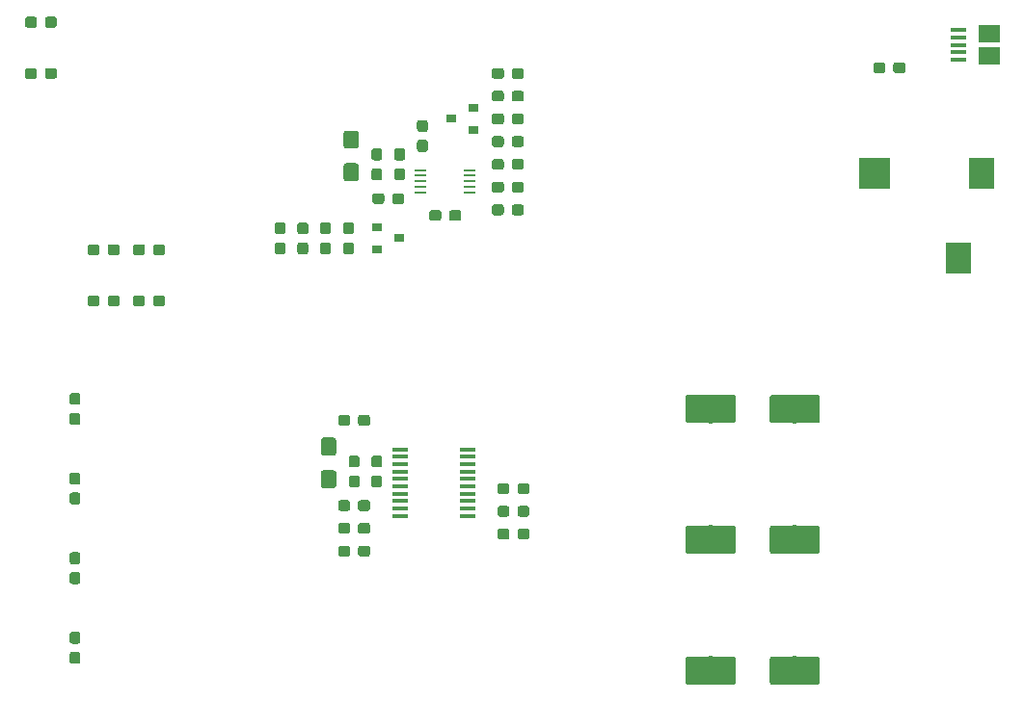
<source format=gbr>
G04 #@! TF.GenerationSoftware,KiCad,Pcbnew,(5.1.0)-1*
G04 #@! TF.CreationDate,2019-03-23T21:56:01-07:00*
G04 #@! TF.ProjectId,scart2dvi,73636172-7432-4647-9669-2e6b69636164,0.1*
G04 #@! TF.SameCoordinates,Original*
G04 #@! TF.FileFunction,Paste,Top*
G04 #@! TF.FilePolarity,Positive*
%FSLAX46Y46*%
G04 Gerber Fmt 4.6, Leading zero omitted, Abs format (unit mm)*
G04 Created by KiCad (PCBNEW (5.1.0)-1) date 2019-03-23 21:56:01*
%MOMM*%
%LPD*%
G04 APERTURE LIST*
%ADD10C,0.100000*%
%ADD11C,1.350000*%
%ADD12R,2.800000X2.800000*%
%ADD13R,2.200000X2.800000*%
%ADD14R,1.900000X1.500000*%
%ADD15R,1.350000X0.400000*%
%ADD16C,0.950000*%
%ADD17C,2.500000*%
%ADD18R,1.100000X0.250000*%
%ADD19R,1.450000X0.450000*%
%ADD20R,0.900000X0.800000*%
G04 APERTURE END LIST*
D10*
G36*
X150699505Y-75526204D02*
G01*
X150723773Y-75529804D01*
X150747572Y-75535765D01*
X150770671Y-75544030D01*
X150792850Y-75554520D01*
X150813893Y-75567132D01*
X150833599Y-75581747D01*
X150851777Y-75598223D01*
X150868253Y-75616401D01*
X150882868Y-75636107D01*
X150895480Y-75657150D01*
X150905970Y-75679329D01*
X150914235Y-75702428D01*
X150920196Y-75726227D01*
X150923796Y-75750495D01*
X150925000Y-75774999D01*
X150925000Y-76850001D01*
X150923796Y-76874505D01*
X150920196Y-76898773D01*
X150914235Y-76922572D01*
X150905970Y-76945671D01*
X150895480Y-76967850D01*
X150882868Y-76988893D01*
X150868253Y-77008599D01*
X150851777Y-77026777D01*
X150833599Y-77043253D01*
X150813893Y-77057868D01*
X150792850Y-77070480D01*
X150770671Y-77080970D01*
X150747572Y-77089235D01*
X150723773Y-77095196D01*
X150699505Y-77098796D01*
X150675001Y-77100000D01*
X149824999Y-77100000D01*
X149800495Y-77098796D01*
X149776227Y-77095196D01*
X149752428Y-77089235D01*
X149729329Y-77080970D01*
X149707150Y-77070480D01*
X149686107Y-77057868D01*
X149666401Y-77043253D01*
X149648223Y-77026777D01*
X149631747Y-77008599D01*
X149617132Y-76988893D01*
X149604520Y-76967850D01*
X149594030Y-76945671D01*
X149585765Y-76922572D01*
X149579804Y-76898773D01*
X149576204Y-76874505D01*
X149575000Y-76850001D01*
X149575000Y-75774999D01*
X149576204Y-75750495D01*
X149579804Y-75726227D01*
X149585765Y-75702428D01*
X149594030Y-75679329D01*
X149604520Y-75657150D01*
X149617132Y-75636107D01*
X149631747Y-75616401D01*
X149648223Y-75598223D01*
X149666401Y-75581747D01*
X149686107Y-75567132D01*
X149707150Y-75554520D01*
X149729329Y-75544030D01*
X149752428Y-75535765D01*
X149776227Y-75529804D01*
X149800495Y-75526204D01*
X149824999Y-75525000D01*
X150675001Y-75525000D01*
X150699505Y-75526204D01*
X150699505Y-75526204D01*
G37*
D11*
X150250000Y-76312500D03*
D10*
G36*
X150699505Y-78401204D02*
G01*
X150723773Y-78404804D01*
X150747572Y-78410765D01*
X150770671Y-78419030D01*
X150792850Y-78429520D01*
X150813893Y-78442132D01*
X150833599Y-78456747D01*
X150851777Y-78473223D01*
X150868253Y-78491401D01*
X150882868Y-78511107D01*
X150895480Y-78532150D01*
X150905970Y-78554329D01*
X150914235Y-78577428D01*
X150920196Y-78601227D01*
X150923796Y-78625495D01*
X150925000Y-78649999D01*
X150925000Y-79725001D01*
X150923796Y-79749505D01*
X150920196Y-79773773D01*
X150914235Y-79797572D01*
X150905970Y-79820671D01*
X150895480Y-79842850D01*
X150882868Y-79863893D01*
X150868253Y-79883599D01*
X150851777Y-79901777D01*
X150833599Y-79918253D01*
X150813893Y-79932868D01*
X150792850Y-79945480D01*
X150770671Y-79955970D01*
X150747572Y-79964235D01*
X150723773Y-79970196D01*
X150699505Y-79973796D01*
X150675001Y-79975000D01*
X149824999Y-79975000D01*
X149800495Y-79973796D01*
X149776227Y-79970196D01*
X149752428Y-79964235D01*
X149729329Y-79955970D01*
X149707150Y-79945480D01*
X149686107Y-79932868D01*
X149666401Y-79918253D01*
X149648223Y-79901777D01*
X149631747Y-79883599D01*
X149617132Y-79863893D01*
X149604520Y-79842850D01*
X149594030Y-79820671D01*
X149585765Y-79797572D01*
X149579804Y-79773773D01*
X149576204Y-79749505D01*
X149575000Y-79725001D01*
X149575000Y-78649999D01*
X149576204Y-78625495D01*
X149579804Y-78601227D01*
X149585765Y-78577428D01*
X149594030Y-78554329D01*
X149604520Y-78532150D01*
X149617132Y-78511107D01*
X149631747Y-78491401D01*
X149648223Y-78473223D01*
X149666401Y-78456747D01*
X149686107Y-78442132D01*
X149707150Y-78429520D01*
X149729329Y-78419030D01*
X149752428Y-78410765D01*
X149776227Y-78404804D01*
X149800495Y-78401204D01*
X149824999Y-78400000D01*
X150675001Y-78400000D01*
X150699505Y-78401204D01*
X150699505Y-78401204D01*
G37*
D11*
X150250000Y-79187500D03*
D10*
G36*
X148699505Y-102526204D02*
G01*
X148723773Y-102529804D01*
X148747572Y-102535765D01*
X148770671Y-102544030D01*
X148792850Y-102554520D01*
X148813893Y-102567132D01*
X148833599Y-102581747D01*
X148851777Y-102598223D01*
X148868253Y-102616401D01*
X148882868Y-102636107D01*
X148895480Y-102657150D01*
X148905970Y-102679329D01*
X148914235Y-102702428D01*
X148920196Y-102726227D01*
X148923796Y-102750495D01*
X148925000Y-102774999D01*
X148925000Y-103850001D01*
X148923796Y-103874505D01*
X148920196Y-103898773D01*
X148914235Y-103922572D01*
X148905970Y-103945671D01*
X148895480Y-103967850D01*
X148882868Y-103988893D01*
X148868253Y-104008599D01*
X148851777Y-104026777D01*
X148833599Y-104043253D01*
X148813893Y-104057868D01*
X148792850Y-104070480D01*
X148770671Y-104080970D01*
X148747572Y-104089235D01*
X148723773Y-104095196D01*
X148699505Y-104098796D01*
X148675001Y-104100000D01*
X147824999Y-104100000D01*
X147800495Y-104098796D01*
X147776227Y-104095196D01*
X147752428Y-104089235D01*
X147729329Y-104080970D01*
X147707150Y-104070480D01*
X147686107Y-104057868D01*
X147666401Y-104043253D01*
X147648223Y-104026777D01*
X147631747Y-104008599D01*
X147617132Y-103988893D01*
X147604520Y-103967850D01*
X147594030Y-103945671D01*
X147585765Y-103922572D01*
X147579804Y-103898773D01*
X147576204Y-103874505D01*
X147575000Y-103850001D01*
X147575000Y-102774999D01*
X147576204Y-102750495D01*
X147579804Y-102726227D01*
X147585765Y-102702428D01*
X147594030Y-102679329D01*
X147604520Y-102657150D01*
X147617132Y-102636107D01*
X147631747Y-102616401D01*
X147648223Y-102598223D01*
X147666401Y-102581747D01*
X147686107Y-102567132D01*
X147707150Y-102554520D01*
X147729329Y-102544030D01*
X147752428Y-102535765D01*
X147776227Y-102529804D01*
X147800495Y-102526204D01*
X147824999Y-102525000D01*
X148675001Y-102525000D01*
X148699505Y-102526204D01*
X148699505Y-102526204D01*
G37*
D11*
X148250000Y-103312500D03*
D10*
G36*
X148699505Y-105401204D02*
G01*
X148723773Y-105404804D01*
X148747572Y-105410765D01*
X148770671Y-105419030D01*
X148792850Y-105429520D01*
X148813893Y-105442132D01*
X148833599Y-105456747D01*
X148851777Y-105473223D01*
X148868253Y-105491401D01*
X148882868Y-105511107D01*
X148895480Y-105532150D01*
X148905970Y-105554329D01*
X148914235Y-105577428D01*
X148920196Y-105601227D01*
X148923796Y-105625495D01*
X148925000Y-105649999D01*
X148925000Y-106725001D01*
X148923796Y-106749505D01*
X148920196Y-106773773D01*
X148914235Y-106797572D01*
X148905970Y-106820671D01*
X148895480Y-106842850D01*
X148882868Y-106863893D01*
X148868253Y-106883599D01*
X148851777Y-106901777D01*
X148833599Y-106918253D01*
X148813893Y-106932868D01*
X148792850Y-106945480D01*
X148770671Y-106955970D01*
X148747572Y-106964235D01*
X148723773Y-106970196D01*
X148699505Y-106973796D01*
X148675001Y-106975000D01*
X147824999Y-106975000D01*
X147800495Y-106973796D01*
X147776227Y-106970196D01*
X147752428Y-106964235D01*
X147729329Y-106955970D01*
X147707150Y-106945480D01*
X147686107Y-106932868D01*
X147666401Y-106918253D01*
X147648223Y-106901777D01*
X147631747Y-106883599D01*
X147617132Y-106863893D01*
X147604520Y-106842850D01*
X147594030Y-106820671D01*
X147585765Y-106797572D01*
X147579804Y-106773773D01*
X147576204Y-106749505D01*
X147575000Y-106725001D01*
X147575000Y-105649999D01*
X147576204Y-105625495D01*
X147579804Y-105601227D01*
X147585765Y-105577428D01*
X147594030Y-105554329D01*
X147604520Y-105532150D01*
X147617132Y-105511107D01*
X147631747Y-105491401D01*
X147648223Y-105473223D01*
X147666401Y-105456747D01*
X147686107Y-105442132D01*
X147707150Y-105429520D01*
X147729329Y-105419030D01*
X147752428Y-105410765D01*
X147776227Y-105404804D01*
X147800495Y-105401204D01*
X147824999Y-105400000D01*
X148675001Y-105400000D01*
X148699505Y-105401204D01*
X148699505Y-105401204D01*
G37*
D11*
X148250000Y-106187500D03*
D12*
X196200000Y-79300000D03*
D13*
X205600000Y-79300000D03*
X203600000Y-86700000D03*
D14*
X206262500Y-69000000D03*
D15*
X203562500Y-68000000D03*
X203562500Y-67350000D03*
X203562500Y-66700000D03*
X203562500Y-69300000D03*
X203562500Y-68650000D03*
D14*
X206262500Y-67000000D03*
D10*
G36*
X146260779Y-83601144D02*
G01*
X146283834Y-83604563D01*
X146306443Y-83610227D01*
X146328387Y-83618079D01*
X146349457Y-83628044D01*
X146369448Y-83640026D01*
X146388168Y-83653910D01*
X146405438Y-83669562D01*
X146421090Y-83686832D01*
X146434974Y-83705552D01*
X146446956Y-83725543D01*
X146456921Y-83746613D01*
X146464773Y-83768557D01*
X146470437Y-83791166D01*
X146473856Y-83814221D01*
X146475000Y-83837500D01*
X146475000Y-84412500D01*
X146473856Y-84435779D01*
X146470437Y-84458834D01*
X146464773Y-84481443D01*
X146456921Y-84503387D01*
X146446956Y-84524457D01*
X146434974Y-84544448D01*
X146421090Y-84563168D01*
X146405438Y-84580438D01*
X146388168Y-84596090D01*
X146369448Y-84609974D01*
X146349457Y-84621956D01*
X146328387Y-84631921D01*
X146306443Y-84639773D01*
X146283834Y-84645437D01*
X146260779Y-84648856D01*
X146237500Y-84650000D01*
X145762500Y-84650000D01*
X145739221Y-84648856D01*
X145716166Y-84645437D01*
X145693557Y-84639773D01*
X145671613Y-84631921D01*
X145650543Y-84621956D01*
X145630552Y-84609974D01*
X145611832Y-84596090D01*
X145594562Y-84580438D01*
X145578910Y-84563168D01*
X145565026Y-84544448D01*
X145553044Y-84524457D01*
X145543079Y-84503387D01*
X145535227Y-84481443D01*
X145529563Y-84458834D01*
X145526144Y-84435779D01*
X145525000Y-84412500D01*
X145525000Y-83837500D01*
X145526144Y-83814221D01*
X145529563Y-83791166D01*
X145535227Y-83768557D01*
X145543079Y-83746613D01*
X145553044Y-83725543D01*
X145565026Y-83705552D01*
X145578910Y-83686832D01*
X145594562Y-83669562D01*
X145611832Y-83653910D01*
X145630552Y-83640026D01*
X145650543Y-83628044D01*
X145671613Y-83618079D01*
X145693557Y-83610227D01*
X145716166Y-83604563D01*
X145739221Y-83601144D01*
X145762500Y-83600000D01*
X146237500Y-83600000D01*
X146260779Y-83601144D01*
X146260779Y-83601144D01*
G37*
D16*
X146000000Y-84125000D03*
D10*
G36*
X146260779Y-85351144D02*
G01*
X146283834Y-85354563D01*
X146306443Y-85360227D01*
X146328387Y-85368079D01*
X146349457Y-85378044D01*
X146369448Y-85390026D01*
X146388168Y-85403910D01*
X146405438Y-85419562D01*
X146421090Y-85436832D01*
X146434974Y-85455552D01*
X146446956Y-85475543D01*
X146456921Y-85496613D01*
X146464773Y-85518557D01*
X146470437Y-85541166D01*
X146473856Y-85564221D01*
X146475000Y-85587500D01*
X146475000Y-86162500D01*
X146473856Y-86185779D01*
X146470437Y-86208834D01*
X146464773Y-86231443D01*
X146456921Y-86253387D01*
X146446956Y-86274457D01*
X146434974Y-86294448D01*
X146421090Y-86313168D01*
X146405438Y-86330438D01*
X146388168Y-86346090D01*
X146369448Y-86359974D01*
X146349457Y-86371956D01*
X146328387Y-86381921D01*
X146306443Y-86389773D01*
X146283834Y-86395437D01*
X146260779Y-86398856D01*
X146237500Y-86400000D01*
X145762500Y-86400000D01*
X145739221Y-86398856D01*
X145716166Y-86395437D01*
X145693557Y-86389773D01*
X145671613Y-86381921D01*
X145650543Y-86371956D01*
X145630552Y-86359974D01*
X145611832Y-86346090D01*
X145594562Y-86330438D01*
X145578910Y-86313168D01*
X145565026Y-86294448D01*
X145553044Y-86274457D01*
X145543079Y-86253387D01*
X145535227Y-86231443D01*
X145529563Y-86208834D01*
X145526144Y-86185779D01*
X145525000Y-86162500D01*
X145525000Y-85587500D01*
X145526144Y-85564221D01*
X145529563Y-85541166D01*
X145535227Y-85518557D01*
X145543079Y-85496613D01*
X145553044Y-85475543D01*
X145565026Y-85455552D01*
X145578910Y-85436832D01*
X145594562Y-85419562D01*
X145611832Y-85403910D01*
X145630552Y-85390026D01*
X145650543Y-85378044D01*
X145671613Y-85368079D01*
X145693557Y-85360227D01*
X145716166Y-85354563D01*
X145739221Y-85351144D01*
X145762500Y-85350000D01*
X146237500Y-85350000D01*
X146260779Y-85351144D01*
X146260779Y-85351144D01*
G37*
D16*
X146000000Y-85875000D03*
D10*
G36*
X148260779Y-83601144D02*
G01*
X148283834Y-83604563D01*
X148306443Y-83610227D01*
X148328387Y-83618079D01*
X148349457Y-83628044D01*
X148369448Y-83640026D01*
X148388168Y-83653910D01*
X148405438Y-83669562D01*
X148421090Y-83686832D01*
X148434974Y-83705552D01*
X148446956Y-83725543D01*
X148456921Y-83746613D01*
X148464773Y-83768557D01*
X148470437Y-83791166D01*
X148473856Y-83814221D01*
X148475000Y-83837500D01*
X148475000Y-84412500D01*
X148473856Y-84435779D01*
X148470437Y-84458834D01*
X148464773Y-84481443D01*
X148456921Y-84503387D01*
X148446956Y-84524457D01*
X148434974Y-84544448D01*
X148421090Y-84563168D01*
X148405438Y-84580438D01*
X148388168Y-84596090D01*
X148369448Y-84609974D01*
X148349457Y-84621956D01*
X148328387Y-84631921D01*
X148306443Y-84639773D01*
X148283834Y-84645437D01*
X148260779Y-84648856D01*
X148237500Y-84650000D01*
X147762500Y-84650000D01*
X147739221Y-84648856D01*
X147716166Y-84645437D01*
X147693557Y-84639773D01*
X147671613Y-84631921D01*
X147650543Y-84621956D01*
X147630552Y-84609974D01*
X147611832Y-84596090D01*
X147594562Y-84580438D01*
X147578910Y-84563168D01*
X147565026Y-84544448D01*
X147553044Y-84524457D01*
X147543079Y-84503387D01*
X147535227Y-84481443D01*
X147529563Y-84458834D01*
X147526144Y-84435779D01*
X147525000Y-84412500D01*
X147525000Y-83837500D01*
X147526144Y-83814221D01*
X147529563Y-83791166D01*
X147535227Y-83768557D01*
X147543079Y-83746613D01*
X147553044Y-83725543D01*
X147565026Y-83705552D01*
X147578910Y-83686832D01*
X147594562Y-83669562D01*
X147611832Y-83653910D01*
X147630552Y-83640026D01*
X147650543Y-83628044D01*
X147671613Y-83618079D01*
X147693557Y-83610227D01*
X147716166Y-83604563D01*
X147739221Y-83601144D01*
X147762500Y-83600000D01*
X148237500Y-83600000D01*
X148260779Y-83601144D01*
X148260779Y-83601144D01*
G37*
D16*
X148000000Y-84125000D03*
D10*
G36*
X148260779Y-85351144D02*
G01*
X148283834Y-85354563D01*
X148306443Y-85360227D01*
X148328387Y-85368079D01*
X148349457Y-85378044D01*
X148369448Y-85390026D01*
X148388168Y-85403910D01*
X148405438Y-85419562D01*
X148421090Y-85436832D01*
X148434974Y-85455552D01*
X148446956Y-85475543D01*
X148456921Y-85496613D01*
X148464773Y-85518557D01*
X148470437Y-85541166D01*
X148473856Y-85564221D01*
X148475000Y-85587500D01*
X148475000Y-86162500D01*
X148473856Y-86185779D01*
X148470437Y-86208834D01*
X148464773Y-86231443D01*
X148456921Y-86253387D01*
X148446956Y-86274457D01*
X148434974Y-86294448D01*
X148421090Y-86313168D01*
X148405438Y-86330438D01*
X148388168Y-86346090D01*
X148369448Y-86359974D01*
X148349457Y-86371956D01*
X148328387Y-86381921D01*
X148306443Y-86389773D01*
X148283834Y-86395437D01*
X148260779Y-86398856D01*
X148237500Y-86400000D01*
X147762500Y-86400000D01*
X147739221Y-86398856D01*
X147716166Y-86395437D01*
X147693557Y-86389773D01*
X147671613Y-86381921D01*
X147650543Y-86371956D01*
X147630552Y-86359974D01*
X147611832Y-86346090D01*
X147594562Y-86330438D01*
X147578910Y-86313168D01*
X147565026Y-86294448D01*
X147553044Y-86274457D01*
X147543079Y-86253387D01*
X147535227Y-86231443D01*
X147529563Y-86208834D01*
X147526144Y-86185779D01*
X147525000Y-86162500D01*
X147525000Y-85587500D01*
X147526144Y-85564221D01*
X147529563Y-85541166D01*
X147535227Y-85518557D01*
X147543079Y-85496613D01*
X147553044Y-85475543D01*
X147565026Y-85455552D01*
X147578910Y-85436832D01*
X147594562Y-85419562D01*
X147611832Y-85403910D01*
X147630552Y-85390026D01*
X147650543Y-85378044D01*
X147671613Y-85368079D01*
X147693557Y-85360227D01*
X147716166Y-85354563D01*
X147739221Y-85351144D01*
X147762500Y-85350000D01*
X148237500Y-85350000D01*
X148260779Y-85351144D01*
X148260779Y-85351144D01*
G37*
D16*
X148000000Y-85875000D03*
D10*
G36*
X191174504Y-110251204D02*
G01*
X191198773Y-110254804D01*
X191222571Y-110260765D01*
X191245671Y-110269030D01*
X191267849Y-110279520D01*
X191288893Y-110292133D01*
X191308598Y-110306747D01*
X191326777Y-110323223D01*
X191343253Y-110341402D01*
X191357867Y-110361107D01*
X191370480Y-110382151D01*
X191380970Y-110404329D01*
X191389235Y-110427429D01*
X191395196Y-110451227D01*
X191398796Y-110475496D01*
X191400000Y-110500000D01*
X191400000Y-112500000D01*
X191398796Y-112524504D01*
X191395196Y-112548773D01*
X191389235Y-112572571D01*
X191380970Y-112595671D01*
X191370480Y-112617849D01*
X191357867Y-112638893D01*
X191343253Y-112658598D01*
X191326777Y-112676777D01*
X191308598Y-112693253D01*
X191288893Y-112707867D01*
X191267849Y-112720480D01*
X191245671Y-112730970D01*
X191222571Y-112739235D01*
X191198773Y-112745196D01*
X191174504Y-112748796D01*
X191150000Y-112750000D01*
X187250000Y-112750000D01*
X187225496Y-112748796D01*
X187201227Y-112745196D01*
X187177429Y-112739235D01*
X187154329Y-112730970D01*
X187132151Y-112720480D01*
X187111107Y-112707867D01*
X187091402Y-112693253D01*
X187073223Y-112676777D01*
X187056747Y-112658598D01*
X187042133Y-112638893D01*
X187029520Y-112617849D01*
X187019030Y-112595671D01*
X187010765Y-112572571D01*
X187004804Y-112548773D01*
X187001204Y-112524504D01*
X187000000Y-112500000D01*
X187000000Y-110500000D01*
X187001204Y-110475496D01*
X187004804Y-110451227D01*
X187010765Y-110427429D01*
X187019030Y-110404329D01*
X187029520Y-110382151D01*
X187042133Y-110361107D01*
X187056747Y-110341402D01*
X187073223Y-110323223D01*
X187091402Y-110306747D01*
X187111107Y-110292133D01*
X187132151Y-110279520D01*
X187154329Y-110269030D01*
X187177429Y-110260765D01*
X187201227Y-110254804D01*
X187225496Y-110251204D01*
X187250000Y-110250000D01*
X191150000Y-110250000D01*
X191174504Y-110251204D01*
X191174504Y-110251204D01*
G37*
D17*
X189200000Y-111500000D03*
D10*
G36*
X183774504Y-110251204D02*
G01*
X183798773Y-110254804D01*
X183822571Y-110260765D01*
X183845671Y-110269030D01*
X183867849Y-110279520D01*
X183888893Y-110292133D01*
X183908598Y-110306747D01*
X183926777Y-110323223D01*
X183943253Y-110341402D01*
X183957867Y-110361107D01*
X183970480Y-110382151D01*
X183980970Y-110404329D01*
X183989235Y-110427429D01*
X183995196Y-110451227D01*
X183998796Y-110475496D01*
X184000000Y-110500000D01*
X184000000Y-112500000D01*
X183998796Y-112524504D01*
X183995196Y-112548773D01*
X183989235Y-112572571D01*
X183980970Y-112595671D01*
X183970480Y-112617849D01*
X183957867Y-112638893D01*
X183943253Y-112658598D01*
X183926777Y-112676777D01*
X183908598Y-112693253D01*
X183888893Y-112707867D01*
X183867849Y-112720480D01*
X183845671Y-112730970D01*
X183822571Y-112739235D01*
X183798773Y-112745196D01*
X183774504Y-112748796D01*
X183750000Y-112750000D01*
X179850000Y-112750000D01*
X179825496Y-112748796D01*
X179801227Y-112745196D01*
X179777429Y-112739235D01*
X179754329Y-112730970D01*
X179732151Y-112720480D01*
X179711107Y-112707867D01*
X179691402Y-112693253D01*
X179673223Y-112676777D01*
X179656747Y-112658598D01*
X179642133Y-112638893D01*
X179629520Y-112617849D01*
X179619030Y-112595671D01*
X179610765Y-112572571D01*
X179604804Y-112548773D01*
X179601204Y-112524504D01*
X179600000Y-112500000D01*
X179600000Y-110500000D01*
X179601204Y-110475496D01*
X179604804Y-110451227D01*
X179610765Y-110427429D01*
X179619030Y-110404329D01*
X179629520Y-110382151D01*
X179642133Y-110361107D01*
X179656747Y-110341402D01*
X179673223Y-110323223D01*
X179691402Y-110306747D01*
X179711107Y-110292133D01*
X179732151Y-110279520D01*
X179754329Y-110269030D01*
X179777429Y-110260765D01*
X179801227Y-110254804D01*
X179825496Y-110251204D01*
X179850000Y-110250000D01*
X183750000Y-110250000D01*
X183774504Y-110251204D01*
X183774504Y-110251204D01*
G37*
D17*
X181800000Y-111500000D03*
D10*
G36*
X183774504Y-98751204D02*
G01*
X183798773Y-98754804D01*
X183822571Y-98760765D01*
X183845671Y-98769030D01*
X183867849Y-98779520D01*
X183888893Y-98792133D01*
X183908598Y-98806747D01*
X183926777Y-98823223D01*
X183943253Y-98841402D01*
X183957867Y-98861107D01*
X183970480Y-98882151D01*
X183980970Y-98904329D01*
X183989235Y-98927429D01*
X183995196Y-98951227D01*
X183998796Y-98975496D01*
X184000000Y-99000000D01*
X184000000Y-101000000D01*
X183998796Y-101024504D01*
X183995196Y-101048773D01*
X183989235Y-101072571D01*
X183980970Y-101095671D01*
X183970480Y-101117849D01*
X183957867Y-101138893D01*
X183943253Y-101158598D01*
X183926777Y-101176777D01*
X183908598Y-101193253D01*
X183888893Y-101207867D01*
X183867849Y-101220480D01*
X183845671Y-101230970D01*
X183822571Y-101239235D01*
X183798773Y-101245196D01*
X183774504Y-101248796D01*
X183750000Y-101250000D01*
X179850000Y-101250000D01*
X179825496Y-101248796D01*
X179801227Y-101245196D01*
X179777429Y-101239235D01*
X179754329Y-101230970D01*
X179732151Y-101220480D01*
X179711107Y-101207867D01*
X179691402Y-101193253D01*
X179673223Y-101176777D01*
X179656747Y-101158598D01*
X179642133Y-101138893D01*
X179629520Y-101117849D01*
X179619030Y-101095671D01*
X179610765Y-101072571D01*
X179604804Y-101048773D01*
X179601204Y-101024504D01*
X179600000Y-101000000D01*
X179600000Y-99000000D01*
X179601204Y-98975496D01*
X179604804Y-98951227D01*
X179610765Y-98927429D01*
X179619030Y-98904329D01*
X179629520Y-98882151D01*
X179642133Y-98861107D01*
X179656747Y-98841402D01*
X179673223Y-98823223D01*
X179691402Y-98806747D01*
X179711107Y-98792133D01*
X179732151Y-98779520D01*
X179754329Y-98769030D01*
X179777429Y-98760765D01*
X179801227Y-98754804D01*
X179825496Y-98751204D01*
X179850000Y-98750000D01*
X183750000Y-98750000D01*
X183774504Y-98751204D01*
X183774504Y-98751204D01*
G37*
D17*
X181800000Y-100000000D03*
D10*
G36*
X191174504Y-98751204D02*
G01*
X191198773Y-98754804D01*
X191222571Y-98760765D01*
X191245671Y-98769030D01*
X191267849Y-98779520D01*
X191288893Y-98792133D01*
X191308598Y-98806747D01*
X191326777Y-98823223D01*
X191343253Y-98841402D01*
X191357867Y-98861107D01*
X191370480Y-98882151D01*
X191380970Y-98904329D01*
X191389235Y-98927429D01*
X191395196Y-98951227D01*
X191398796Y-98975496D01*
X191400000Y-99000000D01*
X191400000Y-101000000D01*
X191398796Y-101024504D01*
X191395196Y-101048773D01*
X191389235Y-101072571D01*
X191380970Y-101095671D01*
X191370480Y-101117849D01*
X191357867Y-101138893D01*
X191343253Y-101158598D01*
X191326777Y-101176777D01*
X191308598Y-101193253D01*
X191288893Y-101207867D01*
X191267849Y-101220480D01*
X191245671Y-101230970D01*
X191222571Y-101239235D01*
X191198773Y-101245196D01*
X191174504Y-101248796D01*
X191150000Y-101250000D01*
X187250000Y-101250000D01*
X187225496Y-101248796D01*
X187201227Y-101245196D01*
X187177429Y-101239235D01*
X187154329Y-101230970D01*
X187132151Y-101220480D01*
X187111107Y-101207867D01*
X187091402Y-101193253D01*
X187073223Y-101176777D01*
X187056747Y-101158598D01*
X187042133Y-101138893D01*
X187029520Y-101117849D01*
X187019030Y-101095671D01*
X187010765Y-101072571D01*
X187004804Y-101048773D01*
X187001204Y-101024504D01*
X187000000Y-101000000D01*
X187000000Y-99000000D01*
X187001204Y-98975496D01*
X187004804Y-98951227D01*
X187010765Y-98927429D01*
X187019030Y-98904329D01*
X187029520Y-98882151D01*
X187042133Y-98861107D01*
X187056747Y-98841402D01*
X187073223Y-98823223D01*
X187091402Y-98806747D01*
X187111107Y-98792133D01*
X187132151Y-98779520D01*
X187154329Y-98769030D01*
X187177429Y-98760765D01*
X187201227Y-98754804D01*
X187225496Y-98751204D01*
X187250000Y-98750000D01*
X191150000Y-98750000D01*
X191174504Y-98751204D01*
X191174504Y-98751204D01*
G37*
D17*
X189200000Y-100000000D03*
D10*
G36*
X191174504Y-121751204D02*
G01*
X191198773Y-121754804D01*
X191222571Y-121760765D01*
X191245671Y-121769030D01*
X191267849Y-121779520D01*
X191288893Y-121792133D01*
X191308598Y-121806747D01*
X191326777Y-121823223D01*
X191343253Y-121841402D01*
X191357867Y-121861107D01*
X191370480Y-121882151D01*
X191380970Y-121904329D01*
X191389235Y-121927429D01*
X191395196Y-121951227D01*
X191398796Y-121975496D01*
X191400000Y-122000000D01*
X191400000Y-124000000D01*
X191398796Y-124024504D01*
X191395196Y-124048773D01*
X191389235Y-124072571D01*
X191380970Y-124095671D01*
X191370480Y-124117849D01*
X191357867Y-124138893D01*
X191343253Y-124158598D01*
X191326777Y-124176777D01*
X191308598Y-124193253D01*
X191288893Y-124207867D01*
X191267849Y-124220480D01*
X191245671Y-124230970D01*
X191222571Y-124239235D01*
X191198773Y-124245196D01*
X191174504Y-124248796D01*
X191150000Y-124250000D01*
X187250000Y-124250000D01*
X187225496Y-124248796D01*
X187201227Y-124245196D01*
X187177429Y-124239235D01*
X187154329Y-124230970D01*
X187132151Y-124220480D01*
X187111107Y-124207867D01*
X187091402Y-124193253D01*
X187073223Y-124176777D01*
X187056747Y-124158598D01*
X187042133Y-124138893D01*
X187029520Y-124117849D01*
X187019030Y-124095671D01*
X187010765Y-124072571D01*
X187004804Y-124048773D01*
X187001204Y-124024504D01*
X187000000Y-124000000D01*
X187000000Y-122000000D01*
X187001204Y-121975496D01*
X187004804Y-121951227D01*
X187010765Y-121927429D01*
X187019030Y-121904329D01*
X187029520Y-121882151D01*
X187042133Y-121861107D01*
X187056747Y-121841402D01*
X187073223Y-121823223D01*
X187091402Y-121806747D01*
X187111107Y-121792133D01*
X187132151Y-121779520D01*
X187154329Y-121769030D01*
X187177429Y-121760765D01*
X187201227Y-121754804D01*
X187225496Y-121751204D01*
X187250000Y-121750000D01*
X191150000Y-121750000D01*
X191174504Y-121751204D01*
X191174504Y-121751204D01*
G37*
D17*
X189200000Y-123000000D03*
D10*
G36*
X183774504Y-121751204D02*
G01*
X183798773Y-121754804D01*
X183822571Y-121760765D01*
X183845671Y-121769030D01*
X183867849Y-121779520D01*
X183888893Y-121792133D01*
X183908598Y-121806747D01*
X183926777Y-121823223D01*
X183943253Y-121841402D01*
X183957867Y-121861107D01*
X183970480Y-121882151D01*
X183980970Y-121904329D01*
X183989235Y-121927429D01*
X183995196Y-121951227D01*
X183998796Y-121975496D01*
X184000000Y-122000000D01*
X184000000Y-124000000D01*
X183998796Y-124024504D01*
X183995196Y-124048773D01*
X183989235Y-124072571D01*
X183980970Y-124095671D01*
X183970480Y-124117849D01*
X183957867Y-124138893D01*
X183943253Y-124158598D01*
X183926777Y-124176777D01*
X183908598Y-124193253D01*
X183888893Y-124207867D01*
X183867849Y-124220480D01*
X183845671Y-124230970D01*
X183822571Y-124239235D01*
X183798773Y-124245196D01*
X183774504Y-124248796D01*
X183750000Y-124250000D01*
X179850000Y-124250000D01*
X179825496Y-124248796D01*
X179801227Y-124245196D01*
X179777429Y-124239235D01*
X179754329Y-124230970D01*
X179732151Y-124220480D01*
X179711107Y-124207867D01*
X179691402Y-124193253D01*
X179673223Y-124176777D01*
X179656747Y-124158598D01*
X179642133Y-124138893D01*
X179629520Y-124117849D01*
X179619030Y-124095671D01*
X179610765Y-124072571D01*
X179604804Y-124048773D01*
X179601204Y-124024504D01*
X179600000Y-124000000D01*
X179600000Y-122000000D01*
X179601204Y-121975496D01*
X179604804Y-121951227D01*
X179610765Y-121927429D01*
X179619030Y-121904329D01*
X179629520Y-121882151D01*
X179642133Y-121861107D01*
X179656747Y-121841402D01*
X179673223Y-121823223D01*
X179691402Y-121806747D01*
X179711107Y-121792133D01*
X179732151Y-121779520D01*
X179754329Y-121769030D01*
X179777429Y-121760765D01*
X179801227Y-121754804D01*
X179825496Y-121751204D01*
X179850000Y-121750000D01*
X183750000Y-121750000D01*
X183774504Y-121751204D01*
X183774504Y-121751204D01*
G37*
D17*
X181800000Y-123000000D03*
D10*
G36*
X159685779Y-82526144D02*
G01*
X159708834Y-82529563D01*
X159731443Y-82535227D01*
X159753387Y-82543079D01*
X159774457Y-82553044D01*
X159794448Y-82565026D01*
X159813168Y-82578910D01*
X159830438Y-82594562D01*
X159846090Y-82611832D01*
X159859974Y-82630552D01*
X159871956Y-82650543D01*
X159881921Y-82671613D01*
X159889773Y-82693557D01*
X159895437Y-82716166D01*
X159898856Y-82739221D01*
X159900000Y-82762500D01*
X159900000Y-83237500D01*
X159898856Y-83260779D01*
X159895437Y-83283834D01*
X159889773Y-83306443D01*
X159881921Y-83328387D01*
X159871956Y-83349457D01*
X159859974Y-83369448D01*
X159846090Y-83388168D01*
X159830438Y-83405438D01*
X159813168Y-83421090D01*
X159794448Y-83434974D01*
X159774457Y-83446956D01*
X159753387Y-83456921D01*
X159731443Y-83464773D01*
X159708834Y-83470437D01*
X159685779Y-83473856D01*
X159662500Y-83475000D01*
X159087500Y-83475000D01*
X159064221Y-83473856D01*
X159041166Y-83470437D01*
X159018557Y-83464773D01*
X158996613Y-83456921D01*
X158975543Y-83446956D01*
X158955552Y-83434974D01*
X158936832Y-83421090D01*
X158919562Y-83405438D01*
X158903910Y-83388168D01*
X158890026Y-83369448D01*
X158878044Y-83349457D01*
X158868079Y-83328387D01*
X158860227Y-83306443D01*
X158854563Y-83283834D01*
X158851144Y-83260779D01*
X158850000Y-83237500D01*
X158850000Y-82762500D01*
X158851144Y-82739221D01*
X158854563Y-82716166D01*
X158860227Y-82693557D01*
X158868079Y-82671613D01*
X158878044Y-82650543D01*
X158890026Y-82630552D01*
X158903910Y-82611832D01*
X158919562Y-82594562D01*
X158936832Y-82578910D01*
X158955552Y-82565026D01*
X158975543Y-82553044D01*
X158996613Y-82543079D01*
X159018557Y-82535227D01*
X159041166Y-82529563D01*
X159064221Y-82526144D01*
X159087500Y-82525000D01*
X159662500Y-82525000D01*
X159685779Y-82526144D01*
X159685779Y-82526144D01*
G37*
D16*
X159375000Y-83000000D03*
D10*
G36*
X157935779Y-82526144D02*
G01*
X157958834Y-82529563D01*
X157981443Y-82535227D01*
X158003387Y-82543079D01*
X158024457Y-82553044D01*
X158044448Y-82565026D01*
X158063168Y-82578910D01*
X158080438Y-82594562D01*
X158096090Y-82611832D01*
X158109974Y-82630552D01*
X158121956Y-82650543D01*
X158131921Y-82671613D01*
X158139773Y-82693557D01*
X158145437Y-82716166D01*
X158148856Y-82739221D01*
X158150000Y-82762500D01*
X158150000Y-83237500D01*
X158148856Y-83260779D01*
X158145437Y-83283834D01*
X158139773Y-83306443D01*
X158131921Y-83328387D01*
X158121956Y-83349457D01*
X158109974Y-83369448D01*
X158096090Y-83388168D01*
X158080438Y-83405438D01*
X158063168Y-83421090D01*
X158044448Y-83434974D01*
X158024457Y-83446956D01*
X158003387Y-83456921D01*
X157981443Y-83464773D01*
X157958834Y-83470437D01*
X157935779Y-83473856D01*
X157912500Y-83475000D01*
X157337500Y-83475000D01*
X157314221Y-83473856D01*
X157291166Y-83470437D01*
X157268557Y-83464773D01*
X157246613Y-83456921D01*
X157225543Y-83446956D01*
X157205552Y-83434974D01*
X157186832Y-83421090D01*
X157169562Y-83405438D01*
X157153910Y-83388168D01*
X157140026Y-83369448D01*
X157128044Y-83349457D01*
X157118079Y-83328387D01*
X157110227Y-83306443D01*
X157104563Y-83283834D01*
X157101144Y-83260779D01*
X157100000Y-83237500D01*
X157100000Y-82762500D01*
X157101144Y-82739221D01*
X157104563Y-82716166D01*
X157110227Y-82693557D01*
X157118079Y-82671613D01*
X157128044Y-82650543D01*
X157140026Y-82630552D01*
X157153910Y-82611832D01*
X157169562Y-82594562D01*
X157186832Y-82578910D01*
X157205552Y-82565026D01*
X157225543Y-82553044D01*
X157246613Y-82543079D01*
X157268557Y-82535227D01*
X157291166Y-82529563D01*
X157314221Y-82526144D01*
X157337500Y-82525000D01*
X157912500Y-82525000D01*
X157935779Y-82526144D01*
X157935779Y-82526144D01*
G37*
D16*
X157625000Y-83000000D03*
D10*
G36*
X152760779Y-78851144D02*
G01*
X152783834Y-78854563D01*
X152806443Y-78860227D01*
X152828387Y-78868079D01*
X152849457Y-78878044D01*
X152869448Y-78890026D01*
X152888168Y-78903910D01*
X152905438Y-78919562D01*
X152921090Y-78936832D01*
X152934974Y-78955552D01*
X152946956Y-78975543D01*
X152956921Y-78996613D01*
X152964773Y-79018557D01*
X152970437Y-79041166D01*
X152973856Y-79064221D01*
X152975000Y-79087500D01*
X152975000Y-79662500D01*
X152973856Y-79685779D01*
X152970437Y-79708834D01*
X152964773Y-79731443D01*
X152956921Y-79753387D01*
X152946956Y-79774457D01*
X152934974Y-79794448D01*
X152921090Y-79813168D01*
X152905438Y-79830438D01*
X152888168Y-79846090D01*
X152869448Y-79859974D01*
X152849457Y-79871956D01*
X152828387Y-79881921D01*
X152806443Y-79889773D01*
X152783834Y-79895437D01*
X152760779Y-79898856D01*
X152737500Y-79900000D01*
X152262500Y-79900000D01*
X152239221Y-79898856D01*
X152216166Y-79895437D01*
X152193557Y-79889773D01*
X152171613Y-79881921D01*
X152150543Y-79871956D01*
X152130552Y-79859974D01*
X152111832Y-79846090D01*
X152094562Y-79830438D01*
X152078910Y-79813168D01*
X152065026Y-79794448D01*
X152053044Y-79774457D01*
X152043079Y-79753387D01*
X152035227Y-79731443D01*
X152029563Y-79708834D01*
X152026144Y-79685779D01*
X152025000Y-79662500D01*
X152025000Y-79087500D01*
X152026144Y-79064221D01*
X152029563Y-79041166D01*
X152035227Y-79018557D01*
X152043079Y-78996613D01*
X152053044Y-78975543D01*
X152065026Y-78955552D01*
X152078910Y-78936832D01*
X152094562Y-78919562D01*
X152111832Y-78903910D01*
X152130552Y-78890026D01*
X152150543Y-78878044D01*
X152171613Y-78868079D01*
X152193557Y-78860227D01*
X152216166Y-78854563D01*
X152239221Y-78851144D01*
X152262500Y-78850000D01*
X152737500Y-78850000D01*
X152760779Y-78851144D01*
X152760779Y-78851144D01*
G37*
D16*
X152500000Y-79375000D03*
D10*
G36*
X152760779Y-77101144D02*
G01*
X152783834Y-77104563D01*
X152806443Y-77110227D01*
X152828387Y-77118079D01*
X152849457Y-77128044D01*
X152869448Y-77140026D01*
X152888168Y-77153910D01*
X152905438Y-77169562D01*
X152921090Y-77186832D01*
X152934974Y-77205552D01*
X152946956Y-77225543D01*
X152956921Y-77246613D01*
X152964773Y-77268557D01*
X152970437Y-77291166D01*
X152973856Y-77314221D01*
X152975000Y-77337500D01*
X152975000Y-77912500D01*
X152973856Y-77935779D01*
X152970437Y-77958834D01*
X152964773Y-77981443D01*
X152956921Y-78003387D01*
X152946956Y-78024457D01*
X152934974Y-78044448D01*
X152921090Y-78063168D01*
X152905438Y-78080438D01*
X152888168Y-78096090D01*
X152869448Y-78109974D01*
X152849457Y-78121956D01*
X152828387Y-78131921D01*
X152806443Y-78139773D01*
X152783834Y-78145437D01*
X152760779Y-78148856D01*
X152737500Y-78150000D01*
X152262500Y-78150000D01*
X152239221Y-78148856D01*
X152216166Y-78145437D01*
X152193557Y-78139773D01*
X152171613Y-78131921D01*
X152150543Y-78121956D01*
X152130552Y-78109974D01*
X152111832Y-78096090D01*
X152094562Y-78080438D01*
X152078910Y-78063168D01*
X152065026Y-78044448D01*
X152053044Y-78024457D01*
X152043079Y-78003387D01*
X152035227Y-77981443D01*
X152029563Y-77958834D01*
X152026144Y-77935779D01*
X152025000Y-77912500D01*
X152025000Y-77337500D01*
X152026144Y-77314221D01*
X152029563Y-77291166D01*
X152035227Y-77268557D01*
X152043079Y-77246613D01*
X152053044Y-77225543D01*
X152065026Y-77205552D01*
X152078910Y-77186832D01*
X152094562Y-77169562D01*
X152111832Y-77153910D01*
X152130552Y-77140026D01*
X152150543Y-77128044D01*
X152171613Y-77118079D01*
X152193557Y-77110227D01*
X152216166Y-77104563D01*
X152239221Y-77101144D01*
X152262500Y-77100000D01*
X152737500Y-77100000D01*
X152760779Y-77101144D01*
X152760779Y-77101144D01*
G37*
D16*
X152500000Y-77625000D03*
D10*
G36*
X165685779Y-106526144D02*
G01*
X165708834Y-106529563D01*
X165731443Y-106535227D01*
X165753387Y-106543079D01*
X165774457Y-106553044D01*
X165794448Y-106565026D01*
X165813168Y-106578910D01*
X165830438Y-106594562D01*
X165846090Y-106611832D01*
X165859974Y-106630552D01*
X165871956Y-106650543D01*
X165881921Y-106671613D01*
X165889773Y-106693557D01*
X165895437Y-106716166D01*
X165898856Y-106739221D01*
X165900000Y-106762500D01*
X165900000Y-107237500D01*
X165898856Y-107260779D01*
X165895437Y-107283834D01*
X165889773Y-107306443D01*
X165881921Y-107328387D01*
X165871956Y-107349457D01*
X165859974Y-107369448D01*
X165846090Y-107388168D01*
X165830438Y-107405438D01*
X165813168Y-107421090D01*
X165794448Y-107434974D01*
X165774457Y-107446956D01*
X165753387Y-107456921D01*
X165731443Y-107464773D01*
X165708834Y-107470437D01*
X165685779Y-107473856D01*
X165662500Y-107475000D01*
X165087500Y-107475000D01*
X165064221Y-107473856D01*
X165041166Y-107470437D01*
X165018557Y-107464773D01*
X164996613Y-107456921D01*
X164975543Y-107446956D01*
X164955552Y-107434974D01*
X164936832Y-107421090D01*
X164919562Y-107405438D01*
X164903910Y-107388168D01*
X164890026Y-107369448D01*
X164878044Y-107349457D01*
X164868079Y-107328387D01*
X164860227Y-107306443D01*
X164854563Y-107283834D01*
X164851144Y-107260779D01*
X164850000Y-107237500D01*
X164850000Y-106762500D01*
X164851144Y-106739221D01*
X164854563Y-106716166D01*
X164860227Y-106693557D01*
X164868079Y-106671613D01*
X164878044Y-106650543D01*
X164890026Y-106630552D01*
X164903910Y-106611832D01*
X164919562Y-106594562D01*
X164936832Y-106578910D01*
X164955552Y-106565026D01*
X164975543Y-106553044D01*
X164996613Y-106543079D01*
X165018557Y-106535227D01*
X165041166Y-106529563D01*
X165064221Y-106526144D01*
X165087500Y-106525000D01*
X165662500Y-106525000D01*
X165685779Y-106526144D01*
X165685779Y-106526144D01*
G37*
D16*
X165375000Y-107000000D03*
D10*
G36*
X163935779Y-106526144D02*
G01*
X163958834Y-106529563D01*
X163981443Y-106535227D01*
X164003387Y-106543079D01*
X164024457Y-106553044D01*
X164044448Y-106565026D01*
X164063168Y-106578910D01*
X164080438Y-106594562D01*
X164096090Y-106611832D01*
X164109974Y-106630552D01*
X164121956Y-106650543D01*
X164131921Y-106671613D01*
X164139773Y-106693557D01*
X164145437Y-106716166D01*
X164148856Y-106739221D01*
X164150000Y-106762500D01*
X164150000Y-107237500D01*
X164148856Y-107260779D01*
X164145437Y-107283834D01*
X164139773Y-107306443D01*
X164131921Y-107328387D01*
X164121956Y-107349457D01*
X164109974Y-107369448D01*
X164096090Y-107388168D01*
X164080438Y-107405438D01*
X164063168Y-107421090D01*
X164044448Y-107434974D01*
X164024457Y-107446956D01*
X164003387Y-107456921D01*
X163981443Y-107464773D01*
X163958834Y-107470437D01*
X163935779Y-107473856D01*
X163912500Y-107475000D01*
X163337500Y-107475000D01*
X163314221Y-107473856D01*
X163291166Y-107470437D01*
X163268557Y-107464773D01*
X163246613Y-107456921D01*
X163225543Y-107446956D01*
X163205552Y-107434974D01*
X163186832Y-107421090D01*
X163169562Y-107405438D01*
X163153910Y-107388168D01*
X163140026Y-107369448D01*
X163128044Y-107349457D01*
X163118079Y-107328387D01*
X163110227Y-107306443D01*
X163104563Y-107283834D01*
X163101144Y-107260779D01*
X163100000Y-107237500D01*
X163100000Y-106762500D01*
X163101144Y-106739221D01*
X163104563Y-106716166D01*
X163110227Y-106693557D01*
X163118079Y-106671613D01*
X163128044Y-106650543D01*
X163140026Y-106630552D01*
X163153910Y-106611832D01*
X163169562Y-106594562D01*
X163186832Y-106578910D01*
X163205552Y-106565026D01*
X163225543Y-106553044D01*
X163246613Y-106543079D01*
X163268557Y-106535227D01*
X163291166Y-106529563D01*
X163314221Y-106526144D01*
X163337500Y-106525000D01*
X163912500Y-106525000D01*
X163935779Y-106526144D01*
X163935779Y-106526144D01*
G37*
D16*
X163625000Y-107000000D03*
D10*
G36*
X122435779Y-65526144D02*
G01*
X122458834Y-65529563D01*
X122481443Y-65535227D01*
X122503387Y-65543079D01*
X122524457Y-65553044D01*
X122544448Y-65565026D01*
X122563168Y-65578910D01*
X122580438Y-65594562D01*
X122596090Y-65611832D01*
X122609974Y-65630552D01*
X122621956Y-65650543D01*
X122631921Y-65671613D01*
X122639773Y-65693557D01*
X122645437Y-65716166D01*
X122648856Y-65739221D01*
X122650000Y-65762500D01*
X122650000Y-66237500D01*
X122648856Y-66260779D01*
X122645437Y-66283834D01*
X122639773Y-66306443D01*
X122631921Y-66328387D01*
X122621956Y-66349457D01*
X122609974Y-66369448D01*
X122596090Y-66388168D01*
X122580438Y-66405438D01*
X122563168Y-66421090D01*
X122544448Y-66434974D01*
X122524457Y-66446956D01*
X122503387Y-66456921D01*
X122481443Y-66464773D01*
X122458834Y-66470437D01*
X122435779Y-66473856D01*
X122412500Y-66475000D01*
X121837500Y-66475000D01*
X121814221Y-66473856D01*
X121791166Y-66470437D01*
X121768557Y-66464773D01*
X121746613Y-66456921D01*
X121725543Y-66446956D01*
X121705552Y-66434974D01*
X121686832Y-66421090D01*
X121669562Y-66405438D01*
X121653910Y-66388168D01*
X121640026Y-66369448D01*
X121628044Y-66349457D01*
X121618079Y-66328387D01*
X121610227Y-66306443D01*
X121604563Y-66283834D01*
X121601144Y-66260779D01*
X121600000Y-66237500D01*
X121600000Y-65762500D01*
X121601144Y-65739221D01*
X121604563Y-65716166D01*
X121610227Y-65693557D01*
X121618079Y-65671613D01*
X121628044Y-65650543D01*
X121640026Y-65630552D01*
X121653910Y-65611832D01*
X121669562Y-65594562D01*
X121686832Y-65578910D01*
X121705552Y-65565026D01*
X121725543Y-65553044D01*
X121746613Y-65543079D01*
X121768557Y-65535227D01*
X121791166Y-65529563D01*
X121814221Y-65526144D01*
X121837500Y-65525000D01*
X122412500Y-65525000D01*
X122435779Y-65526144D01*
X122435779Y-65526144D01*
G37*
D16*
X122125000Y-66000000D03*
D10*
G36*
X124185779Y-65526144D02*
G01*
X124208834Y-65529563D01*
X124231443Y-65535227D01*
X124253387Y-65543079D01*
X124274457Y-65553044D01*
X124294448Y-65565026D01*
X124313168Y-65578910D01*
X124330438Y-65594562D01*
X124346090Y-65611832D01*
X124359974Y-65630552D01*
X124371956Y-65650543D01*
X124381921Y-65671613D01*
X124389773Y-65693557D01*
X124395437Y-65716166D01*
X124398856Y-65739221D01*
X124400000Y-65762500D01*
X124400000Y-66237500D01*
X124398856Y-66260779D01*
X124395437Y-66283834D01*
X124389773Y-66306443D01*
X124381921Y-66328387D01*
X124371956Y-66349457D01*
X124359974Y-66369448D01*
X124346090Y-66388168D01*
X124330438Y-66405438D01*
X124313168Y-66421090D01*
X124294448Y-66434974D01*
X124274457Y-66446956D01*
X124253387Y-66456921D01*
X124231443Y-66464773D01*
X124208834Y-66470437D01*
X124185779Y-66473856D01*
X124162500Y-66475000D01*
X123587500Y-66475000D01*
X123564221Y-66473856D01*
X123541166Y-66470437D01*
X123518557Y-66464773D01*
X123496613Y-66456921D01*
X123475543Y-66446956D01*
X123455552Y-66434974D01*
X123436832Y-66421090D01*
X123419562Y-66405438D01*
X123403910Y-66388168D01*
X123390026Y-66369448D01*
X123378044Y-66349457D01*
X123368079Y-66328387D01*
X123360227Y-66306443D01*
X123354563Y-66283834D01*
X123351144Y-66260779D01*
X123350000Y-66237500D01*
X123350000Y-65762500D01*
X123351144Y-65739221D01*
X123354563Y-65716166D01*
X123360227Y-65693557D01*
X123368079Y-65671613D01*
X123378044Y-65650543D01*
X123390026Y-65630552D01*
X123403910Y-65611832D01*
X123419562Y-65594562D01*
X123436832Y-65578910D01*
X123455552Y-65565026D01*
X123475543Y-65553044D01*
X123496613Y-65543079D01*
X123518557Y-65535227D01*
X123541166Y-65529563D01*
X123564221Y-65526144D01*
X123587500Y-65525000D01*
X124162500Y-65525000D01*
X124185779Y-65526144D01*
X124185779Y-65526144D01*
G37*
D16*
X123875000Y-66000000D03*
D10*
G36*
X124185779Y-70026144D02*
G01*
X124208834Y-70029563D01*
X124231443Y-70035227D01*
X124253387Y-70043079D01*
X124274457Y-70053044D01*
X124294448Y-70065026D01*
X124313168Y-70078910D01*
X124330438Y-70094562D01*
X124346090Y-70111832D01*
X124359974Y-70130552D01*
X124371956Y-70150543D01*
X124381921Y-70171613D01*
X124389773Y-70193557D01*
X124395437Y-70216166D01*
X124398856Y-70239221D01*
X124400000Y-70262500D01*
X124400000Y-70737500D01*
X124398856Y-70760779D01*
X124395437Y-70783834D01*
X124389773Y-70806443D01*
X124381921Y-70828387D01*
X124371956Y-70849457D01*
X124359974Y-70869448D01*
X124346090Y-70888168D01*
X124330438Y-70905438D01*
X124313168Y-70921090D01*
X124294448Y-70934974D01*
X124274457Y-70946956D01*
X124253387Y-70956921D01*
X124231443Y-70964773D01*
X124208834Y-70970437D01*
X124185779Y-70973856D01*
X124162500Y-70975000D01*
X123587500Y-70975000D01*
X123564221Y-70973856D01*
X123541166Y-70970437D01*
X123518557Y-70964773D01*
X123496613Y-70956921D01*
X123475543Y-70946956D01*
X123455552Y-70934974D01*
X123436832Y-70921090D01*
X123419562Y-70905438D01*
X123403910Y-70888168D01*
X123390026Y-70869448D01*
X123378044Y-70849457D01*
X123368079Y-70828387D01*
X123360227Y-70806443D01*
X123354563Y-70783834D01*
X123351144Y-70760779D01*
X123350000Y-70737500D01*
X123350000Y-70262500D01*
X123351144Y-70239221D01*
X123354563Y-70216166D01*
X123360227Y-70193557D01*
X123368079Y-70171613D01*
X123378044Y-70150543D01*
X123390026Y-70130552D01*
X123403910Y-70111832D01*
X123419562Y-70094562D01*
X123436832Y-70078910D01*
X123455552Y-70065026D01*
X123475543Y-70053044D01*
X123496613Y-70043079D01*
X123518557Y-70035227D01*
X123541166Y-70029563D01*
X123564221Y-70026144D01*
X123587500Y-70025000D01*
X124162500Y-70025000D01*
X124185779Y-70026144D01*
X124185779Y-70026144D01*
G37*
D16*
X123875000Y-70500000D03*
D10*
G36*
X122435779Y-70026144D02*
G01*
X122458834Y-70029563D01*
X122481443Y-70035227D01*
X122503387Y-70043079D01*
X122524457Y-70053044D01*
X122544448Y-70065026D01*
X122563168Y-70078910D01*
X122580438Y-70094562D01*
X122596090Y-70111832D01*
X122609974Y-70130552D01*
X122621956Y-70150543D01*
X122631921Y-70171613D01*
X122639773Y-70193557D01*
X122645437Y-70216166D01*
X122648856Y-70239221D01*
X122650000Y-70262500D01*
X122650000Y-70737500D01*
X122648856Y-70760779D01*
X122645437Y-70783834D01*
X122639773Y-70806443D01*
X122631921Y-70828387D01*
X122621956Y-70849457D01*
X122609974Y-70869448D01*
X122596090Y-70888168D01*
X122580438Y-70905438D01*
X122563168Y-70921090D01*
X122544448Y-70934974D01*
X122524457Y-70946956D01*
X122503387Y-70956921D01*
X122481443Y-70964773D01*
X122458834Y-70970437D01*
X122435779Y-70973856D01*
X122412500Y-70975000D01*
X121837500Y-70975000D01*
X121814221Y-70973856D01*
X121791166Y-70970437D01*
X121768557Y-70964773D01*
X121746613Y-70956921D01*
X121725543Y-70946956D01*
X121705552Y-70934974D01*
X121686832Y-70921090D01*
X121669562Y-70905438D01*
X121653910Y-70888168D01*
X121640026Y-70869448D01*
X121628044Y-70849457D01*
X121618079Y-70828387D01*
X121610227Y-70806443D01*
X121604563Y-70783834D01*
X121601144Y-70760779D01*
X121600000Y-70737500D01*
X121600000Y-70262500D01*
X121601144Y-70239221D01*
X121604563Y-70216166D01*
X121610227Y-70193557D01*
X121618079Y-70171613D01*
X121628044Y-70150543D01*
X121640026Y-70130552D01*
X121653910Y-70111832D01*
X121669562Y-70094562D01*
X121686832Y-70078910D01*
X121705552Y-70065026D01*
X121725543Y-70053044D01*
X121746613Y-70043079D01*
X121768557Y-70035227D01*
X121791166Y-70029563D01*
X121814221Y-70026144D01*
X121837500Y-70025000D01*
X122412500Y-70025000D01*
X122435779Y-70026144D01*
X122435779Y-70026144D01*
G37*
D16*
X122125000Y-70500000D03*
D10*
G36*
X150760779Y-104101144D02*
G01*
X150783834Y-104104563D01*
X150806443Y-104110227D01*
X150828387Y-104118079D01*
X150849457Y-104128044D01*
X150869448Y-104140026D01*
X150888168Y-104153910D01*
X150905438Y-104169562D01*
X150921090Y-104186832D01*
X150934974Y-104205552D01*
X150946956Y-104225543D01*
X150956921Y-104246613D01*
X150964773Y-104268557D01*
X150970437Y-104291166D01*
X150973856Y-104314221D01*
X150975000Y-104337500D01*
X150975000Y-104912500D01*
X150973856Y-104935779D01*
X150970437Y-104958834D01*
X150964773Y-104981443D01*
X150956921Y-105003387D01*
X150946956Y-105024457D01*
X150934974Y-105044448D01*
X150921090Y-105063168D01*
X150905438Y-105080438D01*
X150888168Y-105096090D01*
X150869448Y-105109974D01*
X150849457Y-105121956D01*
X150828387Y-105131921D01*
X150806443Y-105139773D01*
X150783834Y-105145437D01*
X150760779Y-105148856D01*
X150737500Y-105150000D01*
X150262500Y-105150000D01*
X150239221Y-105148856D01*
X150216166Y-105145437D01*
X150193557Y-105139773D01*
X150171613Y-105131921D01*
X150150543Y-105121956D01*
X150130552Y-105109974D01*
X150111832Y-105096090D01*
X150094562Y-105080438D01*
X150078910Y-105063168D01*
X150065026Y-105044448D01*
X150053044Y-105024457D01*
X150043079Y-105003387D01*
X150035227Y-104981443D01*
X150029563Y-104958834D01*
X150026144Y-104935779D01*
X150025000Y-104912500D01*
X150025000Y-104337500D01*
X150026144Y-104314221D01*
X150029563Y-104291166D01*
X150035227Y-104268557D01*
X150043079Y-104246613D01*
X150053044Y-104225543D01*
X150065026Y-104205552D01*
X150078910Y-104186832D01*
X150094562Y-104169562D01*
X150111832Y-104153910D01*
X150130552Y-104140026D01*
X150150543Y-104128044D01*
X150171613Y-104118079D01*
X150193557Y-104110227D01*
X150216166Y-104104563D01*
X150239221Y-104101144D01*
X150262500Y-104100000D01*
X150737500Y-104100000D01*
X150760779Y-104101144D01*
X150760779Y-104101144D01*
G37*
D16*
X150500000Y-104625000D03*
D10*
G36*
X150760779Y-105851144D02*
G01*
X150783834Y-105854563D01*
X150806443Y-105860227D01*
X150828387Y-105868079D01*
X150849457Y-105878044D01*
X150869448Y-105890026D01*
X150888168Y-105903910D01*
X150905438Y-105919562D01*
X150921090Y-105936832D01*
X150934974Y-105955552D01*
X150946956Y-105975543D01*
X150956921Y-105996613D01*
X150964773Y-106018557D01*
X150970437Y-106041166D01*
X150973856Y-106064221D01*
X150975000Y-106087500D01*
X150975000Y-106662500D01*
X150973856Y-106685779D01*
X150970437Y-106708834D01*
X150964773Y-106731443D01*
X150956921Y-106753387D01*
X150946956Y-106774457D01*
X150934974Y-106794448D01*
X150921090Y-106813168D01*
X150905438Y-106830438D01*
X150888168Y-106846090D01*
X150869448Y-106859974D01*
X150849457Y-106871956D01*
X150828387Y-106881921D01*
X150806443Y-106889773D01*
X150783834Y-106895437D01*
X150760779Y-106898856D01*
X150737500Y-106900000D01*
X150262500Y-106900000D01*
X150239221Y-106898856D01*
X150216166Y-106895437D01*
X150193557Y-106889773D01*
X150171613Y-106881921D01*
X150150543Y-106871956D01*
X150130552Y-106859974D01*
X150111832Y-106846090D01*
X150094562Y-106830438D01*
X150078910Y-106813168D01*
X150065026Y-106794448D01*
X150053044Y-106774457D01*
X150043079Y-106753387D01*
X150035227Y-106731443D01*
X150029563Y-106708834D01*
X150026144Y-106685779D01*
X150025000Y-106662500D01*
X150025000Y-106087500D01*
X150026144Y-106064221D01*
X150029563Y-106041166D01*
X150035227Y-106018557D01*
X150043079Y-105996613D01*
X150053044Y-105975543D01*
X150065026Y-105955552D01*
X150078910Y-105936832D01*
X150094562Y-105919562D01*
X150111832Y-105903910D01*
X150130552Y-105890026D01*
X150150543Y-105878044D01*
X150171613Y-105868079D01*
X150193557Y-105860227D01*
X150216166Y-105854563D01*
X150239221Y-105851144D01*
X150262500Y-105850000D01*
X150737500Y-105850000D01*
X150760779Y-105851144D01*
X150760779Y-105851144D01*
G37*
D16*
X150500000Y-106375000D03*
D10*
G36*
X151685779Y-100526144D02*
G01*
X151708834Y-100529563D01*
X151731443Y-100535227D01*
X151753387Y-100543079D01*
X151774457Y-100553044D01*
X151794448Y-100565026D01*
X151813168Y-100578910D01*
X151830438Y-100594562D01*
X151846090Y-100611832D01*
X151859974Y-100630552D01*
X151871956Y-100650543D01*
X151881921Y-100671613D01*
X151889773Y-100693557D01*
X151895437Y-100716166D01*
X151898856Y-100739221D01*
X151900000Y-100762500D01*
X151900000Y-101237500D01*
X151898856Y-101260779D01*
X151895437Y-101283834D01*
X151889773Y-101306443D01*
X151881921Y-101328387D01*
X151871956Y-101349457D01*
X151859974Y-101369448D01*
X151846090Y-101388168D01*
X151830438Y-101405438D01*
X151813168Y-101421090D01*
X151794448Y-101434974D01*
X151774457Y-101446956D01*
X151753387Y-101456921D01*
X151731443Y-101464773D01*
X151708834Y-101470437D01*
X151685779Y-101473856D01*
X151662500Y-101475000D01*
X151087500Y-101475000D01*
X151064221Y-101473856D01*
X151041166Y-101470437D01*
X151018557Y-101464773D01*
X150996613Y-101456921D01*
X150975543Y-101446956D01*
X150955552Y-101434974D01*
X150936832Y-101421090D01*
X150919562Y-101405438D01*
X150903910Y-101388168D01*
X150890026Y-101369448D01*
X150878044Y-101349457D01*
X150868079Y-101328387D01*
X150860227Y-101306443D01*
X150854563Y-101283834D01*
X150851144Y-101260779D01*
X150850000Y-101237500D01*
X150850000Y-100762500D01*
X150851144Y-100739221D01*
X150854563Y-100716166D01*
X150860227Y-100693557D01*
X150868079Y-100671613D01*
X150878044Y-100650543D01*
X150890026Y-100630552D01*
X150903910Y-100611832D01*
X150919562Y-100594562D01*
X150936832Y-100578910D01*
X150955552Y-100565026D01*
X150975543Y-100553044D01*
X150996613Y-100543079D01*
X151018557Y-100535227D01*
X151041166Y-100529563D01*
X151064221Y-100526144D01*
X151087500Y-100525000D01*
X151662500Y-100525000D01*
X151685779Y-100526144D01*
X151685779Y-100526144D01*
G37*
D16*
X151375000Y-101000000D03*
D10*
G36*
X149935779Y-100526144D02*
G01*
X149958834Y-100529563D01*
X149981443Y-100535227D01*
X150003387Y-100543079D01*
X150024457Y-100553044D01*
X150044448Y-100565026D01*
X150063168Y-100578910D01*
X150080438Y-100594562D01*
X150096090Y-100611832D01*
X150109974Y-100630552D01*
X150121956Y-100650543D01*
X150131921Y-100671613D01*
X150139773Y-100693557D01*
X150145437Y-100716166D01*
X150148856Y-100739221D01*
X150150000Y-100762500D01*
X150150000Y-101237500D01*
X150148856Y-101260779D01*
X150145437Y-101283834D01*
X150139773Y-101306443D01*
X150131921Y-101328387D01*
X150121956Y-101349457D01*
X150109974Y-101369448D01*
X150096090Y-101388168D01*
X150080438Y-101405438D01*
X150063168Y-101421090D01*
X150044448Y-101434974D01*
X150024457Y-101446956D01*
X150003387Y-101456921D01*
X149981443Y-101464773D01*
X149958834Y-101470437D01*
X149935779Y-101473856D01*
X149912500Y-101475000D01*
X149337500Y-101475000D01*
X149314221Y-101473856D01*
X149291166Y-101470437D01*
X149268557Y-101464773D01*
X149246613Y-101456921D01*
X149225543Y-101446956D01*
X149205552Y-101434974D01*
X149186832Y-101421090D01*
X149169562Y-101405438D01*
X149153910Y-101388168D01*
X149140026Y-101369448D01*
X149128044Y-101349457D01*
X149118079Y-101328387D01*
X149110227Y-101306443D01*
X149104563Y-101283834D01*
X149101144Y-101260779D01*
X149100000Y-101237500D01*
X149100000Y-100762500D01*
X149101144Y-100739221D01*
X149104563Y-100716166D01*
X149110227Y-100693557D01*
X149118079Y-100671613D01*
X149128044Y-100650543D01*
X149140026Y-100630552D01*
X149153910Y-100611832D01*
X149169562Y-100594562D01*
X149186832Y-100578910D01*
X149205552Y-100565026D01*
X149225543Y-100553044D01*
X149246613Y-100543079D01*
X149268557Y-100535227D01*
X149291166Y-100529563D01*
X149314221Y-100526144D01*
X149337500Y-100525000D01*
X149912500Y-100525000D01*
X149935779Y-100526144D01*
X149935779Y-100526144D01*
G37*
D16*
X149625000Y-101000000D03*
D10*
G36*
X152760779Y-105851144D02*
G01*
X152783834Y-105854563D01*
X152806443Y-105860227D01*
X152828387Y-105868079D01*
X152849457Y-105878044D01*
X152869448Y-105890026D01*
X152888168Y-105903910D01*
X152905438Y-105919562D01*
X152921090Y-105936832D01*
X152934974Y-105955552D01*
X152946956Y-105975543D01*
X152956921Y-105996613D01*
X152964773Y-106018557D01*
X152970437Y-106041166D01*
X152973856Y-106064221D01*
X152975000Y-106087500D01*
X152975000Y-106662500D01*
X152973856Y-106685779D01*
X152970437Y-106708834D01*
X152964773Y-106731443D01*
X152956921Y-106753387D01*
X152946956Y-106774457D01*
X152934974Y-106794448D01*
X152921090Y-106813168D01*
X152905438Y-106830438D01*
X152888168Y-106846090D01*
X152869448Y-106859974D01*
X152849457Y-106871956D01*
X152828387Y-106881921D01*
X152806443Y-106889773D01*
X152783834Y-106895437D01*
X152760779Y-106898856D01*
X152737500Y-106900000D01*
X152262500Y-106900000D01*
X152239221Y-106898856D01*
X152216166Y-106895437D01*
X152193557Y-106889773D01*
X152171613Y-106881921D01*
X152150543Y-106871956D01*
X152130552Y-106859974D01*
X152111832Y-106846090D01*
X152094562Y-106830438D01*
X152078910Y-106813168D01*
X152065026Y-106794448D01*
X152053044Y-106774457D01*
X152043079Y-106753387D01*
X152035227Y-106731443D01*
X152029563Y-106708834D01*
X152026144Y-106685779D01*
X152025000Y-106662500D01*
X152025000Y-106087500D01*
X152026144Y-106064221D01*
X152029563Y-106041166D01*
X152035227Y-106018557D01*
X152043079Y-105996613D01*
X152053044Y-105975543D01*
X152065026Y-105955552D01*
X152078910Y-105936832D01*
X152094562Y-105919562D01*
X152111832Y-105903910D01*
X152130552Y-105890026D01*
X152150543Y-105878044D01*
X152171613Y-105868079D01*
X152193557Y-105860227D01*
X152216166Y-105854563D01*
X152239221Y-105851144D01*
X152262500Y-105850000D01*
X152737500Y-105850000D01*
X152760779Y-105851144D01*
X152760779Y-105851144D01*
G37*
D16*
X152500000Y-106375000D03*
D10*
G36*
X152760779Y-104101144D02*
G01*
X152783834Y-104104563D01*
X152806443Y-104110227D01*
X152828387Y-104118079D01*
X152849457Y-104128044D01*
X152869448Y-104140026D01*
X152888168Y-104153910D01*
X152905438Y-104169562D01*
X152921090Y-104186832D01*
X152934974Y-104205552D01*
X152946956Y-104225543D01*
X152956921Y-104246613D01*
X152964773Y-104268557D01*
X152970437Y-104291166D01*
X152973856Y-104314221D01*
X152975000Y-104337500D01*
X152975000Y-104912500D01*
X152973856Y-104935779D01*
X152970437Y-104958834D01*
X152964773Y-104981443D01*
X152956921Y-105003387D01*
X152946956Y-105024457D01*
X152934974Y-105044448D01*
X152921090Y-105063168D01*
X152905438Y-105080438D01*
X152888168Y-105096090D01*
X152869448Y-105109974D01*
X152849457Y-105121956D01*
X152828387Y-105131921D01*
X152806443Y-105139773D01*
X152783834Y-105145437D01*
X152760779Y-105148856D01*
X152737500Y-105150000D01*
X152262500Y-105150000D01*
X152239221Y-105148856D01*
X152216166Y-105145437D01*
X152193557Y-105139773D01*
X152171613Y-105131921D01*
X152150543Y-105121956D01*
X152130552Y-105109974D01*
X152111832Y-105096090D01*
X152094562Y-105080438D01*
X152078910Y-105063168D01*
X152065026Y-105044448D01*
X152053044Y-105024457D01*
X152043079Y-105003387D01*
X152035227Y-104981443D01*
X152029563Y-104958834D01*
X152026144Y-104935779D01*
X152025000Y-104912500D01*
X152025000Y-104337500D01*
X152026144Y-104314221D01*
X152029563Y-104291166D01*
X152035227Y-104268557D01*
X152043079Y-104246613D01*
X152053044Y-104225543D01*
X152065026Y-104205552D01*
X152078910Y-104186832D01*
X152094562Y-104169562D01*
X152111832Y-104153910D01*
X152130552Y-104140026D01*
X152150543Y-104128044D01*
X152171613Y-104118079D01*
X152193557Y-104110227D01*
X152216166Y-104104563D01*
X152239221Y-104101144D01*
X152262500Y-104100000D01*
X152737500Y-104100000D01*
X152760779Y-104101144D01*
X152760779Y-104101144D01*
G37*
D16*
X152500000Y-104625000D03*
D10*
G36*
X154760779Y-78851144D02*
G01*
X154783834Y-78854563D01*
X154806443Y-78860227D01*
X154828387Y-78868079D01*
X154849457Y-78878044D01*
X154869448Y-78890026D01*
X154888168Y-78903910D01*
X154905438Y-78919562D01*
X154921090Y-78936832D01*
X154934974Y-78955552D01*
X154946956Y-78975543D01*
X154956921Y-78996613D01*
X154964773Y-79018557D01*
X154970437Y-79041166D01*
X154973856Y-79064221D01*
X154975000Y-79087500D01*
X154975000Y-79662500D01*
X154973856Y-79685779D01*
X154970437Y-79708834D01*
X154964773Y-79731443D01*
X154956921Y-79753387D01*
X154946956Y-79774457D01*
X154934974Y-79794448D01*
X154921090Y-79813168D01*
X154905438Y-79830438D01*
X154888168Y-79846090D01*
X154869448Y-79859974D01*
X154849457Y-79871956D01*
X154828387Y-79881921D01*
X154806443Y-79889773D01*
X154783834Y-79895437D01*
X154760779Y-79898856D01*
X154737500Y-79900000D01*
X154262500Y-79900000D01*
X154239221Y-79898856D01*
X154216166Y-79895437D01*
X154193557Y-79889773D01*
X154171613Y-79881921D01*
X154150543Y-79871956D01*
X154130552Y-79859974D01*
X154111832Y-79846090D01*
X154094562Y-79830438D01*
X154078910Y-79813168D01*
X154065026Y-79794448D01*
X154053044Y-79774457D01*
X154043079Y-79753387D01*
X154035227Y-79731443D01*
X154029563Y-79708834D01*
X154026144Y-79685779D01*
X154025000Y-79662500D01*
X154025000Y-79087500D01*
X154026144Y-79064221D01*
X154029563Y-79041166D01*
X154035227Y-79018557D01*
X154043079Y-78996613D01*
X154053044Y-78975543D01*
X154065026Y-78955552D01*
X154078910Y-78936832D01*
X154094562Y-78919562D01*
X154111832Y-78903910D01*
X154130552Y-78890026D01*
X154150543Y-78878044D01*
X154171613Y-78868079D01*
X154193557Y-78860227D01*
X154216166Y-78854563D01*
X154239221Y-78851144D01*
X154262500Y-78850000D01*
X154737500Y-78850000D01*
X154760779Y-78851144D01*
X154760779Y-78851144D01*
G37*
D16*
X154500000Y-79375000D03*
D10*
G36*
X154760779Y-77101144D02*
G01*
X154783834Y-77104563D01*
X154806443Y-77110227D01*
X154828387Y-77118079D01*
X154849457Y-77128044D01*
X154869448Y-77140026D01*
X154888168Y-77153910D01*
X154905438Y-77169562D01*
X154921090Y-77186832D01*
X154934974Y-77205552D01*
X154946956Y-77225543D01*
X154956921Y-77246613D01*
X154964773Y-77268557D01*
X154970437Y-77291166D01*
X154973856Y-77314221D01*
X154975000Y-77337500D01*
X154975000Y-77912500D01*
X154973856Y-77935779D01*
X154970437Y-77958834D01*
X154964773Y-77981443D01*
X154956921Y-78003387D01*
X154946956Y-78024457D01*
X154934974Y-78044448D01*
X154921090Y-78063168D01*
X154905438Y-78080438D01*
X154888168Y-78096090D01*
X154869448Y-78109974D01*
X154849457Y-78121956D01*
X154828387Y-78131921D01*
X154806443Y-78139773D01*
X154783834Y-78145437D01*
X154760779Y-78148856D01*
X154737500Y-78150000D01*
X154262500Y-78150000D01*
X154239221Y-78148856D01*
X154216166Y-78145437D01*
X154193557Y-78139773D01*
X154171613Y-78131921D01*
X154150543Y-78121956D01*
X154130552Y-78109974D01*
X154111832Y-78096090D01*
X154094562Y-78080438D01*
X154078910Y-78063168D01*
X154065026Y-78044448D01*
X154053044Y-78024457D01*
X154043079Y-78003387D01*
X154035227Y-77981443D01*
X154029563Y-77958834D01*
X154026144Y-77935779D01*
X154025000Y-77912500D01*
X154025000Y-77337500D01*
X154026144Y-77314221D01*
X154029563Y-77291166D01*
X154035227Y-77268557D01*
X154043079Y-77246613D01*
X154053044Y-77225543D01*
X154065026Y-77205552D01*
X154078910Y-77186832D01*
X154094562Y-77169562D01*
X154111832Y-77153910D01*
X154130552Y-77140026D01*
X154150543Y-77128044D01*
X154171613Y-77118079D01*
X154193557Y-77110227D01*
X154216166Y-77104563D01*
X154239221Y-77101144D01*
X154262500Y-77100000D01*
X154737500Y-77100000D01*
X154760779Y-77101144D01*
X154760779Y-77101144D01*
G37*
D16*
X154500000Y-77625000D03*
D10*
G36*
X149935779Y-112026144D02*
G01*
X149958834Y-112029563D01*
X149981443Y-112035227D01*
X150003387Y-112043079D01*
X150024457Y-112053044D01*
X150044448Y-112065026D01*
X150063168Y-112078910D01*
X150080438Y-112094562D01*
X150096090Y-112111832D01*
X150109974Y-112130552D01*
X150121956Y-112150543D01*
X150131921Y-112171613D01*
X150139773Y-112193557D01*
X150145437Y-112216166D01*
X150148856Y-112239221D01*
X150150000Y-112262500D01*
X150150000Y-112737500D01*
X150148856Y-112760779D01*
X150145437Y-112783834D01*
X150139773Y-112806443D01*
X150131921Y-112828387D01*
X150121956Y-112849457D01*
X150109974Y-112869448D01*
X150096090Y-112888168D01*
X150080438Y-112905438D01*
X150063168Y-112921090D01*
X150044448Y-112934974D01*
X150024457Y-112946956D01*
X150003387Y-112956921D01*
X149981443Y-112964773D01*
X149958834Y-112970437D01*
X149935779Y-112973856D01*
X149912500Y-112975000D01*
X149337500Y-112975000D01*
X149314221Y-112973856D01*
X149291166Y-112970437D01*
X149268557Y-112964773D01*
X149246613Y-112956921D01*
X149225543Y-112946956D01*
X149205552Y-112934974D01*
X149186832Y-112921090D01*
X149169562Y-112905438D01*
X149153910Y-112888168D01*
X149140026Y-112869448D01*
X149128044Y-112849457D01*
X149118079Y-112828387D01*
X149110227Y-112806443D01*
X149104563Y-112783834D01*
X149101144Y-112760779D01*
X149100000Y-112737500D01*
X149100000Y-112262500D01*
X149101144Y-112239221D01*
X149104563Y-112216166D01*
X149110227Y-112193557D01*
X149118079Y-112171613D01*
X149128044Y-112150543D01*
X149140026Y-112130552D01*
X149153910Y-112111832D01*
X149169562Y-112094562D01*
X149186832Y-112078910D01*
X149205552Y-112065026D01*
X149225543Y-112053044D01*
X149246613Y-112043079D01*
X149268557Y-112035227D01*
X149291166Y-112029563D01*
X149314221Y-112026144D01*
X149337500Y-112025000D01*
X149912500Y-112025000D01*
X149935779Y-112026144D01*
X149935779Y-112026144D01*
G37*
D16*
X149625000Y-112500000D03*
D10*
G36*
X151685779Y-112026144D02*
G01*
X151708834Y-112029563D01*
X151731443Y-112035227D01*
X151753387Y-112043079D01*
X151774457Y-112053044D01*
X151794448Y-112065026D01*
X151813168Y-112078910D01*
X151830438Y-112094562D01*
X151846090Y-112111832D01*
X151859974Y-112130552D01*
X151871956Y-112150543D01*
X151881921Y-112171613D01*
X151889773Y-112193557D01*
X151895437Y-112216166D01*
X151898856Y-112239221D01*
X151900000Y-112262500D01*
X151900000Y-112737500D01*
X151898856Y-112760779D01*
X151895437Y-112783834D01*
X151889773Y-112806443D01*
X151881921Y-112828387D01*
X151871956Y-112849457D01*
X151859974Y-112869448D01*
X151846090Y-112888168D01*
X151830438Y-112905438D01*
X151813168Y-112921090D01*
X151794448Y-112934974D01*
X151774457Y-112946956D01*
X151753387Y-112956921D01*
X151731443Y-112964773D01*
X151708834Y-112970437D01*
X151685779Y-112973856D01*
X151662500Y-112975000D01*
X151087500Y-112975000D01*
X151064221Y-112973856D01*
X151041166Y-112970437D01*
X151018557Y-112964773D01*
X150996613Y-112956921D01*
X150975543Y-112946956D01*
X150955552Y-112934974D01*
X150936832Y-112921090D01*
X150919562Y-112905438D01*
X150903910Y-112888168D01*
X150890026Y-112869448D01*
X150878044Y-112849457D01*
X150868079Y-112828387D01*
X150860227Y-112806443D01*
X150854563Y-112783834D01*
X150851144Y-112760779D01*
X150850000Y-112737500D01*
X150850000Y-112262500D01*
X150851144Y-112239221D01*
X150854563Y-112216166D01*
X150860227Y-112193557D01*
X150868079Y-112171613D01*
X150878044Y-112150543D01*
X150890026Y-112130552D01*
X150903910Y-112111832D01*
X150919562Y-112094562D01*
X150936832Y-112078910D01*
X150955552Y-112065026D01*
X150975543Y-112053044D01*
X150996613Y-112043079D01*
X151018557Y-112035227D01*
X151041166Y-112029563D01*
X151064221Y-112026144D01*
X151087500Y-112025000D01*
X151662500Y-112025000D01*
X151685779Y-112026144D01*
X151685779Y-112026144D01*
G37*
D16*
X151375000Y-112500000D03*
D10*
G36*
X151685779Y-110026144D02*
G01*
X151708834Y-110029563D01*
X151731443Y-110035227D01*
X151753387Y-110043079D01*
X151774457Y-110053044D01*
X151794448Y-110065026D01*
X151813168Y-110078910D01*
X151830438Y-110094562D01*
X151846090Y-110111832D01*
X151859974Y-110130552D01*
X151871956Y-110150543D01*
X151881921Y-110171613D01*
X151889773Y-110193557D01*
X151895437Y-110216166D01*
X151898856Y-110239221D01*
X151900000Y-110262500D01*
X151900000Y-110737500D01*
X151898856Y-110760779D01*
X151895437Y-110783834D01*
X151889773Y-110806443D01*
X151881921Y-110828387D01*
X151871956Y-110849457D01*
X151859974Y-110869448D01*
X151846090Y-110888168D01*
X151830438Y-110905438D01*
X151813168Y-110921090D01*
X151794448Y-110934974D01*
X151774457Y-110946956D01*
X151753387Y-110956921D01*
X151731443Y-110964773D01*
X151708834Y-110970437D01*
X151685779Y-110973856D01*
X151662500Y-110975000D01*
X151087500Y-110975000D01*
X151064221Y-110973856D01*
X151041166Y-110970437D01*
X151018557Y-110964773D01*
X150996613Y-110956921D01*
X150975543Y-110946956D01*
X150955552Y-110934974D01*
X150936832Y-110921090D01*
X150919562Y-110905438D01*
X150903910Y-110888168D01*
X150890026Y-110869448D01*
X150878044Y-110849457D01*
X150868079Y-110828387D01*
X150860227Y-110806443D01*
X150854563Y-110783834D01*
X150851144Y-110760779D01*
X150850000Y-110737500D01*
X150850000Y-110262500D01*
X150851144Y-110239221D01*
X150854563Y-110216166D01*
X150860227Y-110193557D01*
X150868079Y-110171613D01*
X150878044Y-110150543D01*
X150890026Y-110130552D01*
X150903910Y-110111832D01*
X150919562Y-110094562D01*
X150936832Y-110078910D01*
X150955552Y-110065026D01*
X150975543Y-110053044D01*
X150996613Y-110043079D01*
X151018557Y-110035227D01*
X151041166Y-110029563D01*
X151064221Y-110026144D01*
X151087500Y-110025000D01*
X151662500Y-110025000D01*
X151685779Y-110026144D01*
X151685779Y-110026144D01*
G37*
D16*
X151375000Y-110500000D03*
D10*
G36*
X149935779Y-110026144D02*
G01*
X149958834Y-110029563D01*
X149981443Y-110035227D01*
X150003387Y-110043079D01*
X150024457Y-110053044D01*
X150044448Y-110065026D01*
X150063168Y-110078910D01*
X150080438Y-110094562D01*
X150096090Y-110111832D01*
X150109974Y-110130552D01*
X150121956Y-110150543D01*
X150131921Y-110171613D01*
X150139773Y-110193557D01*
X150145437Y-110216166D01*
X150148856Y-110239221D01*
X150150000Y-110262500D01*
X150150000Y-110737500D01*
X150148856Y-110760779D01*
X150145437Y-110783834D01*
X150139773Y-110806443D01*
X150131921Y-110828387D01*
X150121956Y-110849457D01*
X150109974Y-110869448D01*
X150096090Y-110888168D01*
X150080438Y-110905438D01*
X150063168Y-110921090D01*
X150044448Y-110934974D01*
X150024457Y-110946956D01*
X150003387Y-110956921D01*
X149981443Y-110964773D01*
X149958834Y-110970437D01*
X149935779Y-110973856D01*
X149912500Y-110975000D01*
X149337500Y-110975000D01*
X149314221Y-110973856D01*
X149291166Y-110970437D01*
X149268557Y-110964773D01*
X149246613Y-110956921D01*
X149225543Y-110946956D01*
X149205552Y-110934974D01*
X149186832Y-110921090D01*
X149169562Y-110905438D01*
X149153910Y-110888168D01*
X149140026Y-110869448D01*
X149128044Y-110849457D01*
X149118079Y-110828387D01*
X149110227Y-110806443D01*
X149104563Y-110783834D01*
X149101144Y-110760779D01*
X149100000Y-110737500D01*
X149100000Y-110262500D01*
X149101144Y-110239221D01*
X149104563Y-110216166D01*
X149110227Y-110193557D01*
X149118079Y-110171613D01*
X149128044Y-110150543D01*
X149140026Y-110130552D01*
X149153910Y-110111832D01*
X149169562Y-110094562D01*
X149186832Y-110078910D01*
X149205552Y-110065026D01*
X149225543Y-110053044D01*
X149246613Y-110043079D01*
X149268557Y-110035227D01*
X149291166Y-110029563D01*
X149314221Y-110026144D01*
X149337500Y-110025000D01*
X149912500Y-110025000D01*
X149935779Y-110026144D01*
X149935779Y-110026144D01*
G37*
D16*
X149625000Y-110500000D03*
D10*
G36*
X149935779Y-108026144D02*
G01*
X149958834Y-108029563D01*
X149981443Y-108035227D01*
X150003387Y-108043079D01*
X150024457Y-108053044D01*
X150044448Y-108065026D01*
X150063168Y-108078910D01*
X150080438Y-108094562D01*
X150096090Y-108111832D01*
X150109974Y-108130552D01*
X150121956Y-108150543D01*
X150131921Y-108171613D01*
X150139773Y-108193557D01*
X150145437Y-108216166D01*
X150148856Y-108239221D01*
X150150000Y-108262500D01*
X150150000Y-108737500D01*
X150148856Y-108760779D01*
X150145437Y-108783834D01*
X150139773Y-108806443D01*
X150131921Y-108828387D01*
X150121956Y-108849457D01*
X150109974Y-108869448D01*
X150096090Y-108888168D01*
X150080438Y-108905438D01*
X150063168Y-108921090D01*
X150044448Y-108934974D01*
X150024457Y-108946956D01*
X150003387Y-108956921D01*
X149981443Y-108964773D01*
X149958834Y-108970437D01*
X149935779Y-108973856D01*
X149912500Y-108975000D01*
X149337500Y-108975000D01*
X149314221Y-108973856D01*
X149291166Y-108970437D01*
X149268557Y-108964773D01*
X149246613Y-108956921D01*
X149225543Y-108946956D01*
X149205552Y-108934974D01*
X149186832Y-108921090D01*
X149169562Y-108905438D01*
X149153910Y-108888168D01*
X149140026Y-108869448D01*
X149128044Y-108849457D01*
X149118079Y-108828387D01*
X149110227Y-108806443D01*
X149104563Y-108783834D01*
X149101144Y-108760779D01*
X149100000Y-108737500D01*
X149100000Y-108262500D01*
X149101144Y-108239221D01*
X149104563Y-108216166D01*
X149110227Y-108193557D01*
X149118079Y-108171613D01*
X149128044Y-108150543D01*
X149140026Y-108130552D01*
X149153910Y-108111832D01*
X149169562Y-108094562D01*
X149186832Y-108078910D01*
X149205552Y-108065026D01*
X149225543Y-108053044D01*
X149246613Y-108043079D01*
X149268557Y-108035227D01*
X149291166Y-108029563D01*
X149314221Y-108026144D01*
X149337500Y-108025000D01*
X149912500Y-108025000D01*
X149935779Y-108026144D01*
X149935779Y-108026144D01*
G37*
D16*
X149625000Y-108500000D03*
D10*
G36*
X151685779Y-108026144D02*
G01*
X151708834Y-108029563D01*
X151731443Y-108035227D01*
X151753387Y-108043079D01*
X151774457Y-108053044D01*
X151794448Y-108065026D01*
X151813168Y-108078910D01*
X151830438Y-108094562D01*
X151846090Y-108111832D01*
X151859974Y-108130552D01*
X151871956Y-108150543D01*
X151881921Y-108171613D01*
X151889773Y-108193557D01*
X151895437Y-108216166D01*
X151898856Y-108239221D01*
X151900000Y-108262500D01*
X151900000Y-108737500D01*
X151898856Y-108760779D01*
X151895437Y-108783834D01*
X151889773Y-108806443D01*
X151881921Y-108828387D01*
X151871956Y-108849457D01*
X151859974Y-108869448D01*
X151846090Y-108888168D01*
X151830438Y-108905438D01*
X151813168Y-108921090D01*
X151794448Y-108934974D01*
X151774457Y-108946956D01*
X151753387Y-108956921D01*
X151731443Y-108964773D01*
X151708834Y-108970437D01*
X151685779Y-108973856D01*
X151662500Y-108975000D01*
X151087500Y-108975000D01*
X151064221Y-108973856D01*
X151041166Y-108970437D01*
X151018557Y-108964773D01*
X150996613Y-108956921D01*
X150975543Y-108946956D01*
X150955552Y-108934974D01*
X150936832Y-108921090D01*
X150919562Y-108905438D01*
X150903910Y-108888168D01*
X150890026Y-108869448D01*
X150878044Y-108849457D01*
X150868079Y-108828387D01*
X150860227Y-108806443D01*
X150854563Y-108783834D01*
X150851144Y-108760779D01*
X150850000Y-108737500D01*
X150850000Y-108262500D01*
X150851144Y-108239221D01*
X150854563Y-108216166D01*
X150860227Y-108193557D01*
X150868079Y-108171613D01*
X150878044Y-108150543D01*
X150890026Y-108130552D01*
X150903910Y-108111832D01*
X150919562Y-108094562D01*
X150936832Y-108078910D01*
X150955552Y-108065026D01*
X150975543Y-108053044D01*
X150996613Y-108043079D01*
X151018557Y-108035227D01*
X151041166Y-108029563D01*
X151064221Y-108026144D01*
X151087500Y-108025000D01*
X151662500Y-108025000D01*
X151685779Y-108026144D01*
X151685779Y-108026144D01*
G37*
D16*
X151375000Y-108500000D03*
D10*
G36*
X196935779Y-69526144D02*
G01*
X196958834Y-69529563D01*
X196981443Y-69535227D01*
X197003387Y-69543079D01*
X197024457Y-69553044D01*
X197044448Y-69565026D01*
X197063168Y-69578910D01*
X197080438Y-69594562D01*
X197096090Y-69611832D01*
X197109974Y-69630552D01*
X197121956Y-69650543D01*
X197131921Y-69671613D01*
X197139773Y-69693557D01*
X197145437Y-69716166D01*
X197148856Y-69739221D01*
X197150000Y-69762500D01*
X197150000Y-70237500D01*
X197148856Y-70260779D01*
X197145437Y-70283834D01*
X197139773Y-70306443D01*
X197131921Y-70328387D01*
X197121956Y-70349457D01*
X197109974Y-70369448D01*
X197096090Y-70388168D01*
X197080438Y-70405438D01*
X197063168Y-70421090D01*
X197044448Y-70434974D01*
X197024457Y-70446956D01*
X197003387Y-70456921D01*
X196981443Y-70464773D01*
X196958834Y-70470437D01*
X196935779Y-70473856D01*
X196912500Y-70475000D01*
X196337500Y-70475000D01*
X196314221Y-70473856D01*
X196291166Y-70470437D01*
X196268557Y-70464773D01*
X196246613Y-70456921D01*
X196225543Y-70446956D01*
X196205552Y-70434974D01*
X196186832Y-70421090D01*
X196169562Y-70405438D01*
X196153910Y-70388168D01*
X196140026Y-70369448D01*
X196128044Y-70349457D01*
X196118079Y-70328387D01*
X196110227Y-70306443D01*
X196104563Y-70283834D01*
X196101144Y-70260779D01*
X196100000Y-70237500D01*
X196100000Y-69762500D01*
X196101144Y-69739221D01*
X196104563Y-69716166D01*
X196110227Y-69693557D01*
X196118079Y-69671613D01*
X196128044Y-69650543D01*
X196140026Y-69630552D01*
X196153910Y-69611832D01*
X196169562Y-69594562D01*
X196186832Y-69578910D01*
X196205552Y-69565026D01*
X196225543Y-69553044D01*
X196246613Y-69543079D01*
X196268557Y-69535227D01*
X196291166Y-69529563D01*
X196314221Y-69526144D01*
X196337500Y-69525000D01*
X196912500Y-69525000D01*
X196935779Y-69526144D01*
X196935779Y-69526144D01*
G37*
D16*
X196625000Y-70000000D03*
D10*
G36*
X198685779Y-69526144D02*
G01*
X198708834Y-69529563D01*
X198731443Y-69535227D01*
X198753387Y-69543079D01*
X198774457Y-69553044D01*
X198794448Y-69565026D01*
X198813168Y-69578910D01*
X198830438Y-69594562D01*
X198846090Y-69611832D01*
X198859974Y-69630552D01*
X198871956Y-69650543D01*
X198881921Y-69671613D01*
X198889773Y-69693557D01*
X198895437Y-69716166D01*
X198898856Y-69739221D01*
X198900000Y-69762500D01*
X198900000Y-70237500D01*
X198898856Y-70260779D01*
X198895437Y-70283834D01*
X198889773Y-70306443D01*
X198881921Y-70328387D01*
X198871956Y-70349457D01*
X198859974Y-70369448D01*
X198846090Y-70388168D01*
X198830438Y-70405438D01*
X198813168Y-70421090D01*
X198794448Y-70434974D01*
X198774457Y-70446956D01*
X198753387Y-70456921D01*
X198731443Y-70464773D01*
X198708834Y-70470437D01*
X198685779Y-70473856D01*
X198662500Y-70475000D01*
X198087500Y-70475000D01*
X198064221Y-70473856D01*
X198041166Y-70470437D01*
X198018557Y-70464773D01*
X197996613Y-70456921D01*
X197975543Y-70446956D01*
X197955552Y-70434974D01*
X197936832Y-70421090D01*
X197919562Y-70405438D01*
X197903910Y-70388168D01*
X197890026Y-70369448D01*
X197878044Y-70349457D01*
X197868079Y-70328387D01*
X197860227Y-70306443D01*
X197854563Y-70283834D01*
X197851144Y-70260779D01*
X197850000Y-70237500D01*
X197850000Y-69762500D01*
X197851144Y-69739221D01*
X197854563Y-69716166D01*
X197860227Y-69693557D01*
X197868079Y-69671613D01*
X197878044Y-69650543D01*
X197890026Y-69630552D01*
X197903910Y-69611832D01*
X197919562Y-69594562D01*
X197936832Y-69578910D01*
X197955552Y-69565026D01*
X197975543Y-69553044D01*
X197996613Y-69543079D01*
X198018557Y-69535227D01*
X198041166Y-69529563D01*
X198064221Y-69526144D01*
X198087500Y-69525000D01*
X198662500Y-69525000D01*
X198685779Y-69526144D01*
X198685779Y-69526144D01*
G37*
D16*
X198375000Y-70000000D03*
D10*
G36*
X165185779Y-70026144D02*
G01*
X165208834Y-70029563D01*
X165231443Y-70035227D01*
X165253387Y-70043079D01*
X165274457Y-70053044D01*
X165294448Y-70065026D01*
X165313168Y-70078910D01*
X165330438Y-70094562D01*
X165346090Y-70111832D01*
X165359974Y-70130552D01*
X165371956Y-70150543D01*
X165381921Y-70171613D01*
X165389773Y-70193557D01*
X165395437Y-70216166D01*
X165398856Y-70239221D01*
X165400000Y-70262500D01*
X165400000Y-70737500D01*
X165398856Y-70760779D01*
X165395437Y-70783834D01*
X165389773Y-70806443D01*
X165381921Y-70828387D01*
X165371956Y-70849457D01*
X165359974Y-70869448D01*
X165346090Y-70888168D01*
X165330438Y-70905438D01*
X165313168Y-70921090D01*
X165294448Y-70934974D01*
X165274457Y-70946956D01*
X165253387Y-70956921D01*
X165231443Y-70964773D01*
X165208834Y-70970437D01*
X165185779Y-70973856D01*
X165162500Y-70975000D01*
X164587500Y-70975000D01*
X164564221Y-70973856D01*
X164541166Y-70970437D01*
X164518557Y-70964773D01*
X164496613Y-70956921D01*
X164475543Y-70946956D01*
X164455552Y-70934974D01*
X164436832Y-70921090D01*
X164419562Y-70905438D01*
X164403910Y-70888168D01*
X164390026Y-70869448D01*
X164378044Y-70849457D01*
X164368079Y-70828387D01*
X164360227Y-70806443D01*
X164354563Y-70783834D01*
X164351144Y-70760779D01*
X164350000Y-70737500D01*
X164350000Y-70262500D01*
X164351144Y-70239221D01*
X164354563Y-70216166D01*
X164360227Y-70193557D01*
X164368079Y-70171613D01*
X164378044Y-70150543D01*
X164390026Y-70130552D01*
X164403910Y-70111832D01*
X164419562Y-70094562D01*
X164436832Y-70078910D01*
X164455552Y-70065026D01*
X164475543Y-70053044D01*
X164496613Y-70043079D01*
X164518557Y-70035227D01*
X164541166Y-70029563D01*
X164564221Y-70026144D01*
X164587500Y-70025000D01*
X165162500Y-70025000D01*
X165185779Y-70026144D01*
X165185779Y-70026144D01*
G37*
D16*
X164875000Y-70500000D03*
D10*
G36*
X163435779Y-70026144D02*
G01*
X163458834Y-70029563D01*
X163481443Y-70035227D01*
X163503387Y-70043079D01*
X163524457Y-70053044D01*
X163544448Y-70065026D01*
X163563168Y-70078910D01*
X163580438Y-70094562D01*
X163596090Y-70111832D01*
X163609974Y-70130552D01*
X163621956Y-70150543D01*
X163631921Y-70171613D01*
X163639773Y-70193557D01*
X163645437Y-70216166D01*
X163648856Y-70239221D01*
X163650000Y-70262500D01*
X163650000Y-70737500D01*
X163648856Y-70760779D01*
X163645437Y-70783834D01*
X163639773Y-70806443D01*
X163631921Y-70828387D01*
X163621956Y-70849457D01*
X163609974Y-70869448D01*
X163596090Y-70888168D01*
X163580438Y-70905438D01*
X163563168Y-70921090D01*
X163544448Y-70934974D01*
X163524457Y-70946956D01*
X163503387Y-70956921D01*
X163481443Y-70964773D01*
X163458834Y-70970437D01*
X163435779Y-70973856D01*
X163412500Y-70975000D01*
X162837500Y-70975000D01*
X162814221Y-70973856D01*
X162791166Y-70970437D01*
X162768557Y-70964773D01*
X162746613Y-70956921D01*
X162725543Y-70946956D01*
X162705552Y-70934974D01*
X162686832Y-70921090D01*
X162669562Y-70905438D01*
X162653910Y-70888168D01*
X162640026Y-70869448D01*
X162628044Y-70849457D01*
X162618079Y-70828387D01*
X162610227Y-70806443D01*
X162604563Y-70783834D01*
X162601144Y-70760779D01*
X162600000Y-70737500D01*
X162600000Y-70262500D01*
X162601144Y-70239221D01*
X162604563Y-70216166D01*
X162610227Y-70193557D01*
X162618079Y-70171613D01*
X162628044Y-70150543D01*
X162640026Y-70130552D01*
X162653910Y-70111832D01*
X162669562Y-70094562D01*
X162686832Y-70078910D01*
X162705552Y-70065026D01*
X162725543Y-70053044D01*
X162746613Y-70043079D01*
X162768557Y-70035227D01*
X162791166Y-70029563D01*
X162814221Y-70026144D01*
X162837500Y-70025000D01*
X163412500Y-70025000D01*
X163435779Y-70026144D01*
X163435779Y-70026144D01*
G37*
D16*
X163125000Y-70500000D03*
D10*
G36*
X144260779Y-85351144D02*
G01*
X144283834Y-85354563D01*
X144306443Y-85360227D01*
X144328387Y-85368079D01*
X144349457Y-85378044D01*
X144369448Y-85390026D01*
X144388168Y-85403910D01*
X144405438Y-85419562D01*
X144421090Y-85436832D01*
X144434974Y-85455552D01*
X144446956Y-85475543D01*
X144456921Y-85496613D01*
X144464773Y-85518557D01*
X144470437Y-85541166D01*
X144473856Y-85564221D01*
X144475000Y-85587500D01*
X144475000Y-86162500D01*
X144473856Y-86185779D01*
X144470437Y-86208834D01*
X144464773Y-86231443D01*
X144456921Y-86253387D01*
X144446956Y-86274457D01*
X144434974Y-86294448D01*
X144421090Y-86313168D01*
X144405438Y-86330438D01*
X144388168Y-86346090D01*
X144369448Y-86359974D01*
X144349457Y-86371956D01*
X144328387Y-86381921D01*
X144306443Y-86389773D01*
X144283834Y-86395437D01*
X144260779Y-86398856D01*
X144237500Y-86400000D01*
X143762500Y-86400000D01*
X143739221Y-86398856D01*
X143716166Y-86395437D01*
X143693557Y-86389773D01*
X143671613Y-86381921D01*
X143650543Y-86371956D01*
X143630552Y-86359974D01*
X143611832Y-86346090D01*
X143594562Y-86330438D01*
X143578910Y-86313168D01*
X143565026Y-86294448D01*
X143553044Y-86274457D01*
X143543079Y-86253387D01*
X143535227Y-86231443D01*
X143529563Y-86208834D01*
X143526144Y-86185779D01*
X143525000Y-86162500D01*
X143525000Y-85587500D01*
X143526144Y-85564221D01*
X143529563Y-85541166D01*
X143535227Y-85518557D01*
X143543079Y-85496613D01*
X143553044Y-85475543D01*
X143565026Y-85455552D01*
X143578910Y-85436832D01*
X143594562Y-85419562D01*
X143611832Y-85403910D01*
X143630552Y-85390026D01*
X143650543Y-85378044D01*
X143671613Y-85368079D01*
X143693557Y-85360227D01*
X143716166Y-85354563D01*
X143739221Y-85351144D01*
X143762500Y-85350000D01*
X144237500Y-85350000D01*
X144260779Y-85351144D01*
X144260779Y-85351144D01*
G37*
D16*
X144000000Y-85875000D03*
D10*
G36*
X144260779Y-83601144D02*
G01*
X144283834Y-83604563D01*
X144306443Y-83610227D01*
X144328387Y-83618079D01*
X144349457Y-83628044D01*
X144369448Y-83640026D01*
X144388168Y-83653910D01*
X144405438Y-83669562D01*
X144421090Y-83686832D01*
X144434974Y-83705552D01*
X144446956Y-83725543D01*
X144456921Y-83746613D01*
X144464773Y-83768557D01*
X144470437Y-83791166D01*
X144473856Y-83814221D01*
X144475000Y-83837500D01*
X144475000Y-84412500D01*
X144473856Y-84435779D01*
X144470437Y-84458834D01*
X144464773Y-84481443D01*
X144456921Y-84503387D01*
X144446956Y-84524457D01*
X144434974Y-84544448D01*
X144421090Y-84563168D01*
X144405438Y-84580438D01*
X144388168Y-84596090D01*
X144369448Y-84609974D01*
X144349457Y-84621956D01*
X144328387Y-84631921D01*
X144306443Y-84639773D01*
X144283834Y-84645437D01*
X144260779Y-84648856D01*
X144237500Y-84650000D01*
X143762500Y-84650000D01*
X143739221Y-84648856D01*
X143716166Y-84645437D01*
X143693557Y-84639773D01*
X143671613Y-84631921D01*
X143650543Y-84621956D01*
X143630552Y-84609974D01*
X143611832Y-84596090D01*
X143594562Y-84580438D01*
X143578910Y-84563168D01*
X143565026Y-84544448D01*
X143553044Y-84524457D01*
X143543079Y-84503387D01*
X143535227Y-84481443D01*
X143529563Y-84458834D01*
X143526144Y-84435779D01*
X143525000Y-84412500D01*
X143525000Y-83837500D01*
X143526144Y-83814221D01*
X143529563Y-83791166D01*
X143535227Y-83768557D01*
X143543079Y-83746613D01*
X143553044Y-83725543D01*
X143565026Y-83705552D01*
X143578910Y-83686832D01*
X143594562Y-83669562D01*
X143611832Y-83653910D01*
X143630552Y-83640026D01*
X143650543Y-83628044D01*
X143671613Y-83618079D01*
X143693557Y-83610227D01*
X143716166Y-83604563D01*
X143739221Y-83601144D01*
X143762500Y-83600000D01*
X144237500Y-83600000D01*
X144260779Y-83601144D01*
X144260779Y-83601144D01*
G37*
D16*
X144000000Y-84125000D03*
D18*
X156350000Y-79000000D03*
X156350000Y-79500000D03*
X156350000Y-80000000D03*
X156350000Y-80500000D03*
X156350000Y-81000000D03*
X160650000Y-81000000D03*
X160650000Y-80500000D03*
X160650000Y-80000000D03*
X160650000Y-79500000D03*
X160650000Y-79000000D03*
D19*
X154550000Y-103550000D03*
X154550000Y-104200000D03*
X154550000Y-104850000D03*
X154550000Y-105500000D03*
X154550000Y-106150000D03*
X154550000Y-106800000D03*
X154550000Y-107450000D03*
X154550000Y-108100000D03*
X154550000Y-108750000D03*
X154550000Y-109400000D03*
X160450000Y-109400000D03*
X160450000Y-108750000D03*
X160450000Y-108100000D03*
X160450000Y-107450000D03*
X160450000Y-106800000D03*
X160450000Y-106150000D03*
X160450000Y-105500000D03*
X160450000Y-104850000D03*
X160450000Y-104200000D03*
X160450000Y-103550000D03*
D20*
X154500000Y-85000000D03*
X152500000Y-85950000D03*
X152500000Y-84050000D03*
X161000000Y-75450000D03*
X161000000Y-73550000D03*
X159000000Y-74500000D03*
D10*
G36*
X165685779Y-110526144D02*
G01*
X165708834Y-110529563D01*
X165731443Y-110535227D01*
X165753387Y-110543079D01*
X165774457Y-110553044D01*
X165794448Y-110565026D01*
X165813168Y-110578910D01*
X165830438Y-110594562D01*
X165846090Y-110611832D01*
X165859974Y-110630552D01*
X165871956Y-110650543D01*
X165881921Y-110671613D01*
X165889773Y-110693557D01*
X165895437Y-110716166D01*
X165898856Y-110739221D01*
X165900000Y-110762500D01*
X165900000Y-111237500D01*
X165898856Y-111260779D01*
X165895437Y-111283834D01*
X165889773Y-111306443D01*
X165881921Y-111328387D01*
X165871956Y-111349457D01*
X165859974Y-111369448D01*
X165846090Y-111388168D01*
X165830438Y-111405438D01*
X165813168Y-111421090D01*
X165794448Y-111434974D01*
X165774457Y-111446956D01*
X165753387Y-111456921D01*
X165731443Y-111464773D01*
X165708834Y-111470437D01*
X165685779Y-111473856D01*
X165662500Y-111475000D01*
X165087500Y-111475000D01*
X165064221Y-111473856D01*
X165041166Y-111470437D01*
X165018557Y-111464773D01*
X164996613Y-111456921D01*
X164975543Y-111446956D01*
X164955552Y-111434974D01*
X164936832Y-111421090D01*
X164919562Y-111405438D01*
X164903910Y-111388168D01*
X164890026Y-111369448D01*
X164878044Y-111349457D01*
X164868079Y-111328387D01*
X164860227Y-111306443D01*
X164854563Y-111283834D01*
X164851144Y-111260779D01*
X164850000Y-111237500D01*
X164850000Y-110762500D01*
X164851144Y-110739221D01*
X164854563Y-110716166D01*
X164860227Y-110693557D01*
X164868079Y-110671613D01*
X164878044Y-110650543D01*
X164890026Y-110630552D01*
X164903910Y-110611832D01*
X164919562Y-110594562D01*
X164936832Y-110578910D01*
X164955552Y-110565026D01*
X164975543Y-110553044D01*
X164996613Y-110543079D01*
X165018557Y-110535227D01*
X165041166Y-110529563D01*
X165064221Y-110526144D01*
X165087500Y-110525000D01*
X165662500Y-110525000D01*
X165685779Y-110526144D01*
X165685779Y-110526144D01*
G37*
D16*
X165375000Y-111000000D03*
D10*
G36*
X163935779Y-110526144D02*
G01*
X163958834Y-110529563D01*
X163981443Y-110535227D01*
X164003387Y-110543079D01*
X164024457Y-110553044D01*
X164044448Y-110565026D01*
X164063168Y-110578910D01*
X164080438Y-110594562D01*
X164096090Y-110611832D01*
X164109974Y-110630552D01*
X164121956Y-110650543D01*
X164131921Y-110671613D01*
X164139773Y-110693557D01*
X164145437Y-110716166D01*
X164148856Y-110739221D01*
X164150000Y-110762500D01*
X164150000Y-111237500D01*
X164148856Y-111260779D01*
X164145437Y-111283834D01*
X164139773Y-111306443D01*
X164131921Y-111328387D01*
X164121956Y-111349457D01*
X164109974Y-111369448D01*
X164096090Y-111388168D01*
X164080438Y-111405438D01*
X164063168Y-111421090D01*
X164044448Y-111434974D01*
X164024457Y-111446956D01*
X164003387Y-111456921D01*
X163981443Y-111464773D01*
X163958834Y-111470437D01*
X163935779Y-111473856D01*
X163912500Y-111475000D01*
X163337500Y-111475000D01*
X163314221Y-111473856D01*
X163291166Y-111470437D01*
X163268557Y-111464773D01*
X163246613Y-111456921D01*
X163225543Y-111446956D01*
X163205552Y-111434974D01*
X163186832Y-111421090D01*
X163169562Y-111405438D01*
X163153910Y-111388168D01*
X163140026Y-111369448D01*
X163128044Y-111349457D01*
X163118079Y-111328387D01*
X163110227Y-111306443D01*
X163104563Y-111283834D01*
X163101144Y-111260779D01*
X163100000Y-111237500D01*
X163100000Y-110762500D01*
X163101144Y-110739221D01*
X163104563Y-110716166D01*
X163110227Y-110693557D01*
X163118079Y-110671613D01*
X163128044Y-110650543D01*
X163140026Y-110630552D01*
X163153910Y-110611832D01*
X163169562Y-110594562D01*
X163186832Y-110578910D01*
X163205552Y-110565026D01*
X163225543Y-110553044D01*
X163246613Y-110543079D01*
X163268557Y-110535227D01*
X163291166Y-110529563D01*
X163314221Y-110526144D01*
X163337500Y-110525000D01*
X163912500Y-110525000D01*
X163935779Y-110526144D01*
X163935779Y-110526144D01*
G37*
D16*
X163625000Y-111000000D03*
D10*
G36*
X150260779Y-83601144D02*
G01*
X150283834Y-83604563D01*
X150306443Y-83610227D01*
X150328387Y-83618079D01*
X150349457Y-83628044D01*
X150369448Y-83640026D01*
X150388168Y-83653910D01*
X150405438Y-83669562D01*
X150421090Y-83686832D01*
X150434974Y-83705552D01*
X150446956Y-83725543D01*
X150456921Y-83746613D01*
X150464773Y-83768557D01*
X150470437Y-83791166D01*
X150473856Y-83814221D01*
X150475000Y-83837500D01*
X150475000Y-84412500D01*
X150473856Y-84435779D01*
X150470437Y-84458834D01*
X150464773Y-84481443D01*
X150456921Y-84503387D01*
X150446956Y-84524457D01*
X150434974Y-84544448D01*
X150421090Y-84563168D01*
X150405438Y-84580438D01*
X150388168Y-84596090D01*
X150369448Y-84609974D01*
X150349457Y-84621956D01*
X150328387Y-84631921D01*
X150306443Y-84639773D01*
X150283834Y-84645437D01*
X150260779Y-84648856D01*
X150237500Y-84650000D01*
X149762500Y-84650000D01*
X149739221Y-84648856D01*
X149716166Y-84645437D01*
X149693557Y-84639773D01*
X149671613Y-84631921D01*
X149650543Y-84621956D01*
X149630552Y-84609974D01*
X149611832Y-84596090D01*
X149594562Y-84580438D01*
X149578910Y-84563168D01*
X149565026Y-84544448D01*
X149553044Y-84524457D01*
X149543079Y-84503387D01*
X149535227Y-84481443D01*
X149529563Y-84458834D01*
X149526144Y-84435779D01*
X149525000Y-84412500D01*
X149525000Y-83837500D01*
X149526144Y-83814221D01*
X149529563Y-83791166D01*
X149535227Y-83768557D01*
X149543079Y-83746613D01*
X149553044Y-83725543D01*
X149565026Y-83705552D01*
X149578910Y-83686832D01*
X149594562Y-83669562D01*
X149611832Y-83653910D01*
X149630552Y-83640026D01*
X149650543Y-83628044D01*
X149671613Y-83618079D01*
X149693557Y-83610227D01*
X149716166Y-83604563D01*
X149739221Y-83601144D01*
X149762500Y-83600000D01*
X150237500Y-83600000D01*
X150260779Y-83601144D01*
X150260779Y-83601144D01*
G37*
D16*
X150000000Y-84125000D03*
D10*
G36*
X150260779Y-85351144D02*
G01*
X150283834Y-85354563D01*
X150306443Y-85360227D01*
X150328387Y-85368079D01*
X150349457Y-85378044D01*
X150369448Y-85390026D01*
X150388168Y-85403910D01*
X150405438Y-85419562D01*
X150421090Y-85436832D01*
X150434974Y-85455552D01*
X150446956Y-85475543D01*
X150456921Y-85496613D01*
X150464773Y-85518557D01*
X150470437Y-85541166D01*
X150473856Y-85564221D01*
X150475000Y-85587500D01*
X150475000Y-86162500D01*
X150473856Y-86185779D01*
X150470437Y-86208834D01*
X150464773Y-86231443D01*
X150456921Y-86253387D01*
X150446956Y-86274457D01*
X150434974Y-86294448D01*
X150421090Y-86313168D01*
X150405438Y-86330438D01*
X150388168Y-86346090D01*
X150369448Y-86359974D01*
X150349457Y-86371956D01*
X150328387Y-86381921D01*
X150306443Y-86389773D01*
X150283834Y-86395437D01*
X150260779Y-86398856D01*
X150237500Y-86400000D01*
X149762500Y-86400000D01*
X149739221Y-86398856D01*
X149716166Y-86395437D01*
X149693557Y-86389773D01*
X149671613Y-86381921D01*
X149650543Y-86371956D01*
X149630552Y-86359974D01*
X149611832Y-86346090D01*
X149594562Y-86330438D01*
X149578910Y-86313168D01*
X149565026Y-86294448D01*
X149553044Y-86274457D01*
X149543079Y-86253387D01*
X149535227Y-86231443D01*
X149529563Y-86208834D01*
X149526144Y-86185779D01*
X149525000Y-86162500D01*
X149525000Y-85587500D01*
X149526144Y-85564221D01*
X149529563Y-85541166D01*
X149535227Y-85518557D01*
X149543079Y-85496613D01*
X149553044Y-85475543D01*
X149565026Y-85455552D01*
X149578910Y-85436832D01*
X149594562Y-85419562D01*
X149611832Y-85403910D01*
X149630552Y-85390026D01*
X149650543Y-85378044D01*
X149671613Y-85368079D01*
X149693557Y-85360227D01*
X149716166Y-85354563D01*
X149739221Y-85351144D01*
X149762500Y-85350000D01*
X150237500Y-85350000D01*
X150260779Y-85351144D01*
X150260779Y-85351144D01*
G37*
D16*
X150000000Y-85875000D03*
D10*
G36*
X165185779Y-72026144D02*
G01*
X165208834Y-72029563D01*
X165231443Y-72035227D01*
X165253387Y-72043079D01*
X165274457Y-72053044D01*
X165294448Y-72065026D01*
X165313168Y-72078910D01*
X165330438Y-72094562D01*
X165346090Y-72111832D01*
X165359974Y-72130552D01*
X165371956Y-72150543D01*
X165381921Y-72171613D01*
X165389773Y-72193557D01*
X165395437Y-72216166D01*
X165398856Y-72239221D01*
X165400000Y-72262500D01*
X165400000Y-72737500D01*
X165398856Y-72760779D01*
X165395437Y-72783834D01*
X165389773Y-72806443D01*
X165381921Y-72828387D01*
X165371956Y-72849457D01*
X165359974Y-72869448D01*
X165346090Y-72888168D01*
X165330438Y-72905438D01*
X165313168Y-72921090D01*
X165294448Y-72934974D01*
X165274457Y-72946956D01*
X165253387Y-72956921D01*
X165231443Y-72964773D01*
X165208834Y-72970437D01*
X165185779Y-72973856D01*
X165162500Y-72975000D01*
X164587500Y-72975000D01*
X164564221Y-72973856D01*
X164541166Y-72970437D01*
X164518557Y-72964773D01*
X164496613Y-72956921D01*
X164475543Y-72946956D01*
X164455552Y-72934974D01*
X164436832Y-72921090D01*
X164419562Y-72905438D01*
X164403910Y-72888168D01*
X164390026Y-72869448D01*
X164378044Y-72849457D01*
X164368079Y-72828387D01*
X164360227Y-72806443D01*
X164354563Y-72783834D01*
X164351144Y-72760779D01*
X164350000Y-72737500D01*
X164350000Y-72262500D01*
X164351144Y-72239221D01*
X164354563Y-72216166D01*
X164360227Y-72193557D01*
X164368079Y-72171613D01*
X164378044Y-72150543D01*
X164390026Y-72130552D01*
X164403910Y-72111832D01*
X164419562Y-72094562D01*
X164436832Y-72078910D01*
X164455552Y-72065026D01*
X164475543Y-72053044D01*
X164496613Y-72043079D01*
X164518557Y-72035227D01*
X164541166Y-72029563D01*
X164564221Y-72026144D01*
X164587500Y-72025000D01*
X165162500Y-72025000D01*
X165185779Y-72026144D01*
X165185779Y-72026144D01*
G37*
D16*
X164875000Y-72500000D03*
D10*
G36*
X163435779Y-72026144D02*
G01*
X163458834Y-72029563D01*
X163481443Y-72035227D01*
X163503387Y-72043079D01*
X163524457Y-72053044D01*
X163544448Y-72065026D01*
X163563168Y-72078910D01*
X163580438Y-72094562D01*
X163596090Y-72111832D01*
X163609974Y-72130552D01*
X163621956Y-72150543D01*
X163631921Y-72171613D01*
X163639773Y-72193557D01*
X163645437Y-72216166D01*
X163648856Y-72239221D01*
X163650000Y-72262500D01*
X163650000Y-72737500D01*
X163648856Y-72760779D01*
X163645437Y-72783834D01*
X163639773Y-72806443D01*
X163631921Y-72828387D01*
X163621956Y-72849457D01*
X163609974Y-72869448D01*
X163596090Y-72888168D01*
X163580438Y-72905438D01*
X163563168Y-72921090D01*
X163544448Y-72934974D01*
X163524457Y-72946956D01*
X163503387Y-72956921D01*
X163481443Y-72964773D01*
X163458834Y-72970437D01*
X163435779Y-72973856D01*
X163412500Y-72975000D01*
X162837500Y-72975000D01*
X162814221Y-72973856D01*
X162791166Y-72970437D01*
X162768557Y-72964773D01*
X162746613Y-72956921D01*
X162725543Y-72946956D01*
X162705552Y-72934974D01*
X162686832Y-72921090D01*
X162669562Y-72905438D01*
X162653910Y-72888168D01*
X162640026Y-72869448D01*
X162628044Y-72849457D01*
X162618079Y-72828387D01*
X162610227Y-72806443D01*
X162604563Y-72783834D01*
X162601144Y-72760779D01*
X162600000Y-72737500D01*
X162600000Y-72262500D01*
X162601144Y-72239221D01*
X162604563Y-72216166D01*
X162610227Y-72193557D01*
X162618079Y-72171613D01*
X162628044Y-72150543D01*
X162640026Y-72130552D01*
X162653910Y-72111832D01*
X162669562Y-72094562D01*
X162686832Y-72078910D01*
X162705552Y-72065026D01*
X162725543Y-72053044D01*
X162746613Y-72043079D01*
X162768557Y-72035227D01*
X162791166Y-72029563D01*
X162814221Y-72026144D01*
X162837500Y-72025000D01*
X163412500Y-72025000D01*
X163435779Y-72026144D01*
X163435779Y-72026144D01*
G37*
D16*
X163125000Y-72500000D03*
D10*
G36*
X165185779Y-74026144D02*
G01*
X165208834Y-74029563D01*
X165231443Y-74035227D01*
X165253387Y-74043079D01*
X165274457Y-74053044D01*
X165294448Y-74065026D01*
X165313168Y-74078910D01*
X165330438Y-74094562D01*
X165346090Y-74111832D01*
X165359974Y-74130552D01*
X165371956Y-74150543D01*
X165381921Y-74171613D01*
X165389773Y-74193557D01*
X165395437Y-74216166D01*
X165398856Y-74239221D01*
X165400000Y-74262500D01*
X165400000Y-74737500D01*
X165398856Y-74760779D01*
X165395437Y-74783834D01*
X165389773Y-74806443D01*
X165381921Y-74828387D01*
X165371956Y-74849457D01*
X165359974Y-74869448D01*
X165346090Y-74888168D01*
X165330438Y-74905438D01*
X165313168Y-74921090D01*
X165294448Y-74934974D01*
X165274457Y-74946956D01*
X165253387Y-74956921D01*
X165231443Y-74964773D01*
X165208834Y-74970437D01*
X165185779Y-74973856D01*
X165162500Y-74975000D01*
X164587500Y-74975000D01*
X164564221Y-74973856D01*
X164541166Y-74970437D01*
X164518557Y-74964773D01*
X164496613Y-74956921D01*
X164475543Y-74946956D01*
X164455552Y-74934974D01*
X164436832Y-74921090D01*
X164419562Y-74905438D01*
X164403910Y-74888168D01*
X164390026Y-74869448D01*
X164378044Y-74849457D01*
X164368079Y-74828387D01*
X164360227Y-74806443D01*
X164354563Y-74783834D01*
X164351144Y-74760779D01*
X164350000Y-74737500D01*
X164350000Y-74262500D01*
X164351144Y-74239221D01*
X164354563Y-74216166D01*
X164360227Y-74193557D01*
X164368079Y-74171613D01*
X164378044Y-74150543D01*
X164390026Y-74130552D01*
X164403910Y-74111832D01*
X164419562Y-74094562D01*
X164436832Y-74078910D01*
X164455552Y-74065026D01*
X164475543Y-74053044D01*
X164496613Y-74043079D01*
X164518557Y-74035227D01*
X164541166Y-74029563D01*
X164564221Y-74026144D01*
X164587500Y-74025000D01*
X165162500Y-74025000D01*
X165185779Y-74026144D01*
X165185779Y-74026144D01*
G37*
D16*
X164875000Y-74500000D03*
D10*
G36*
X163435779Y-74026144D02*
G01*
X163458834Y-74029563D01*
X163481443Y-74035227D01*
X163503387Y-74043079D01*
X163524457Y-74053044D01*
X163544448Y-74065026D01*
X163563168Y-74078910D01*
X163580438Y-74094562D01*
X163596090Y-74111832D01*
X163609974Y-74130552D01*
X163621956Y-74150543D01*
X163631921Y-74171613D01*
X163639773Y-74193557D01*
X163645437Y-74216166D01*
X163648856Y-74239221D01*
X163650000Y-74262500D01*
X163650000Y-74737500D01*
X163648856Y-74760779D01*
X163645437Y-74783834D01*
X163639773Y-74806443D01*
X163631921Y-74828387D01*
X163621956Y-74849457D01*
X163609974Y-74869448D01*
X163596090Y-74888168D01*
X163580438Y-74905438D01*
X163563168Y-74921090D01*
X163544448Y-74934974D01*
X163524457Y-74946956D01*
X163503387Y-74956921D01*
X163481443Y-74964773D01*
X163458834Y-74970437D01*
X163435779Y-74973856D01*
X163412500Y-74975000D01*
X162837500Y-74975000D01*
X162814221Y-74973856D01*
X162791166Y-74970437D01*
X162768557Y-74964773D01*
X162746613Y-74956921D01*
X162725543Y-74946956D01*
X162705552Y-74934974D01*
X162686832Y-74921090D01*
X162669562Y-74905438D01*
X162653910Y-74888168D01*
X162640026Y-74869448D01*
X162628044Y-74849457D01*
X162618079Y-74828387D01*
X162610227Y-74806443D01*
X162604563Y-74783834D01*
X162601144Y-74760779D01*
X162600000Y-74737500D01*
X162600000Y-74262500D01*
X162601144Y-74239221D01*
X162604563Y-74216166D01*
X162610227Y-74193557D01*
X162618079Y-74171613D01*
X162628044Y-74150543D01*
X162640026Y-74130552D01*
X162653910Y-74111832D01*
X162669562Y-74094562D01*
X162686832Y-74078910D01*
X162705552Y-74065026D01*
X162725543Y-74053044D01*
X162746613Y-74043079D01*
X162768557Y-74035227D01*
X162791166Y-74029563D01*
X162814221Y-74026144D01*
X162837500Y-74025000D01*
X163412500Y-74025000D01*
X163435779Y-74026144D01*
X163435779Y-74026144D01*
G37*
D16*
X163125000Y-74500000D03*
D10*
G36*
X154685779Y-81026144D02*
G01*
X154708834Y-81029563D01*
X154731443Y-81035227D01*
X154753387Y-81043079D01*
X154774457Y-81053044D01*
X154794448Y-81065026D01*
X154813168Y-81078910D01*
X154830438Y-81094562D01*
X154846090Y-81111832D01*
X154859974Y-81130552D01*
X154871956Y-81150543D01*
X154881921Y-81171613D01*
X154889773Y-81193557D01*
X154895437Y-81216166D01*
X154898856Y-81239221D01*
X154900000Y-81262500D01*
X154900000Y-81737500D01*
X154898856Y-81760779D01*
X154895437Y-81783834D01*
X154889773Y-81806443D01*
X154881921Y-81828387D01*
X154871956Y-81849457D01*
X154859974Y-81869448D01*
X154846090Y-81888168D01*
X154830438Y-81905438D01*
X154813168Y-81921090D01*
X154794448Y-81934974D01*
X154774457Y-81946956D01*
X154753387Y-81956921D01*
X154731443Y-81964773D01*
X154708834Y-81970437D01*
X154685779Y-81973856D01*
X154662500Y-81975000D01*
X154087500Y-81975000D01*
X154064221Y-81973856D01*
X154041166Y-81970437D01*
X154018557Y-81964773D01*
X153996613Y-81956921D01*
X153975543Y-81946956D01*
X153955552Y-81934974D01*
X153936832Y-81921090D01*
X153919562Y-81905438D01*
X153903910Y-81888168D01*
X153890026Y-81869448D01*
X153878044Y-81849457D01*
X153868079Y-81828387D01*
X153860227Y-81806443D01*
X153854563Y-81783834D01*
X153851144Y-81760779D01*
X153850000Y-81737500D01*
X153850000Y-81262500D01*
X153851144Y-81239221D01*
X153854563Y-81216166D01*
X153860227Y-81193557D01*
X153868079Y-81171613D01*
X153878044Y-81150543D01*
X153890026Y-81130552D01*
X153903910Y-81111832D01*
X153919562Y-81094562D01*
X153936832Y-81078910D01*
X153955552Y-81065026D01*
X153975543Y-81053044D01*
X153996613Y-81043079D01*
X154018557Y-81035227D01*
X154041166Y-81029563D01*
X154064221Y-81026144D01*
X154087500Y-81025000D01*
X154662500Y-81025000D01*
X154685779Y-81026144D01*
X154685779Y-81026144D01*
G37*
D16*
X154375000Y-81500000D03*
D10*
G36*
X152935779Y-81026144D02*
G01*
X152958834Y-81029563D01*
X152981443Y-81035227D01*
X153003387Y-81043079D01*
X153024457Y-81053044D01*
X153044448Y-81065026D01*
X153063168Y-81078910D01*
X153080438Y-81094562D01*
X153096090Y-81111832D01*
X153109974Y-81130552D01*
X153121956Y-81150543D01*
X153131921Y-81171613D01*
X153139773Y-81193557D01*
X153145437Y-81216166D01*
X153148856Y-81239221D01*
X153150000Y-81262500D01*
X153150000Y-81737500D01*
X153148856Y-81760779D01*
X153145437Y-81783834D01*
X153139773Y-81806443D01*
X153131921Y-81828387D01*
X153121956Y-81849457D01*
X153109974Y-81869448D01*
X153096090Y-81888168D01*
X153080438Y-81905438D01*
X153063168Y-81921090D01*
X153044448Y-81934974D01*
X153024457Y-81946956D01*
X153003387Y-81956921D01*
X152981443Y-81964773D01*
X152958834Y-81970437D01*
X152935779Y-81973856D01*
X152912500Y-81975000D01*
X152337500Y-81975000D01*
X152314221Y-81973856D01*
X152291166Y-81970437D01*
X152268557Y-81964773D01*
X152246613Y-81956921D01*
X152225543Y-81946956D01*
X152205552Y-81934974D01*
X152186832Y-81921090D01*
X152169562Y-81905438D01*
X152153910Y-81888168D01*
X152140026Y-81869448D01*
X152128044Y-81849457D01*
X152118079Y-81828387D01*
X152110227Y-81806443D01*
X152104563Y-81783834D01*
X152101144Y-81760779D01*
X152100000Y-81737500D01*
X152100000Y-81262500D01*
X152101144Y-81239221D01*
X152104563Y-81216166D01*
X152110227Y-81193557D01*
X152118079Y-81171613D01*
X152128044Y-81150543D01*
X152140026Y-81130552D01*
X152153910Y-81111832D01*
X152169562Y-81094562D01*
X152186832Y-81078910D01*
X152205552Y-81065026D01*
X152225543Y-81053044D01*
X152246613Y-81043079D01*
X152268557Y-81035227D01*
X152291166Y-81029563D01*
X152314221Y-81026144D01*
X152337500Y-81025000D01*
X152912500Y-81025000D01*
X152935779Y-81026144D01*
X152935779Y-81026144D01*
G37*
D16*
X152625000Y-81500000D03*
D10*
G36*
X165185779Y-76026144D02*
G01*
X165208834Y-76029563D01*
X165231443Y-76035227D01*
X165253387Y-76043079D01*
X165274457Y-76053044D01*
X165294448Y-76065026D01*
X165313168Y-76078910D01*
X165330438Y-76094562D01*
X165346090Y-76111832D01*
X165359974Y-76130552D01*
X165371956Y-76150543D01*
X165381921Y-76171613D01*
X165389773Y-76193557D01*
X165395437Y-76216166D01*
X165398856Y-76239221D01*
X165400000Y-76262500D01*
X165400000Y-76737500D01*
X165398856Y-76760779D01*
X165395437Y-76783834D01*
X165389773Y-76806443D01*
X165381921Y-76828387D01*
X165371956Y-76849457D01*
X165359974Y-76869448D01*
X165346090Y-76888168D01*
X165330438Y-76905438D01*
X165313168Y-76921090D01*
X165294448Y-76934974D01*
X165274457Y-76946956D01*
X165253387Y-76956921D01*
X165231443Y-76964773D01*
X165208834Y-76970437D01*
X165185779Y-76973856D01*
X165162500Y-76975000D01*
X164587500Y-76975000D01*
X164564221Y-76973856D01*
X164541166Y-76970437D01*
X164518557Y-76964773D01*
X164496613Y-76956921D01*
X164475543Y-76946956D01*
X164455552Y-76934974D01*
X164436832Y-76921090D01*
X164419562Y-76905438D01*
X164403910Y-76888168D01*
X164390026Y-76869448D01*
X164378044Y-76849457D01*
X164368079Y-76828387D01*
X164360227Y-76806443D01*
X164354563Y-76783834D01*
X164351144Y-76760779D01*
X164350000Y-76737500D01*
X164350000Y-76262500D01*
X164351144Y-76239221D01*
X164354563Y-76216166D01*
X164360227Y-76193557D01*
X164368079Y-76171613D01*
X164378044Y-76150543D01*
X164390026Y-76130552D01*
X164403910Y-76111832D01*
X164419562Y-76094562D01*
X164436832Y-76078910D01*
X164455552Y-76065026D01*
X164475543Y-76053044D01*
X164496613Y-76043079D01*
X164518557Y-76035227D01*
X164541166Y-76029563D01*
X164564221Y-76026144D01*
X164587500Y-76025000D01*
X165162500Y-76025000D01*
X165185779Y-76026144D01*
X165185779Y-76026144D01*
G37*
D16*
X164875000Y-76500000D03*
D10*
G36*
X163435779Y-76026144D02*
G01*
X163458834Y-76029563D01*
X163481443Y-76035227D01*
X163503387Y-76043079D01*
X163524457Y-76053044D01*
X163544448Y-76065026D01*
X163563168Y-76078910D01*
X163580438Y-76094562D01*
X163596090Y-76111832D01*
X163609974Y-76130552D01*
X163621956Y-76150543D01*
X163631921Y-76171613D01*
X163639773Y-76193557D01*
X163645437Y-76216166D01*
X163648856Y-76239221D01*
X163650000Y-76262500D01*
X163650000Y-76737500D01*
X163648856Y-76760779D01*
X163645437Y-76783834D01*
X163639773Y-76806443D01*
X163631921Y-76828387D01*
X163621956Y-76849457D01*
X163609974Y-76869448D01*
X163596090Y-76888168D01*
X163580438Y-76905438D01*
X163563168Y-76921090D01*
X163544448Y-76934974D01*
X163524457Y-76946956D01*
X163503387Y-76956921D01*
X163481443Y-76964773D01*
X163458834Y-76970437D01*
X163435779Y-76973856D01*
X163412500Y-76975000D01*
X162837500Y-76975000D01*
X162814221Y-76973856D01*
X162791166Y-76970437D01*
X162768557Y-76964773D01*
X162746613Y-76956921D01*
X162725543Y-76946956D01*
X162705552Y-76934974D01*
X162686832Y-76921090D01*
X162669562Y-76905438D01*
X162653910Y-76888168D01*
X162640026Y-76869448D01*
X162628044Y-76849457D01*
X162618079Y-76828387D01*
X162610227Y-76806443D01*
X162604563Y-76783834D01*
X162601144Y-76760779D01*
X162600000Y-76737500D01*
X162600000Y-76262500D01*
X162601144Y-76239221D01*
X162604563Y-76216166D01*
X162610227Y-76193557D01*
X162618079Y-76171613D01*
X162628044Y-76150543D01*
X162640026Y-76130552D01*
X162653910Y-76111832D01*
X162669562Y-76094562D01*
X162686832Y-76078910D01*
X162705552Y-76065026D01*
X162725543Y-76053044D01*
X162746613Y-76043079D01*
X162768557Y-76035227D01*
X162791166Y-76029563D01*
X162814221Y-76026144D01*
X162837500Y-76025000D01*
X163412500Y-76025000D01*
X163435779Y-76026144D01*
X163435779Y-76026144D01*
G37*
D16*
X163125000Y-76500000D03*
D10*
G36*
X163435779Y-82026144D02*
G01*
X163458834Y-82029563D01*
X163481443Y-82035227D01*
X163503387Y-82043079D01*
X163524457Y-82053044D01*
X163544448Y-82065026D01*
X163563168Y-82078910D01*
X163580438Y-82094562D01*
X163596090Y-82111832D01*
X163609974Y-82130552D01*
X163621956Y-82150543D01*
X163631921Y-82171613D01*
X163639773Y-82193557D01*
X163645437Y-82216166D01*
X163648856Y-82239221D01*
X163650000Y-82262500D01*
X163650000Y-82737500D01*
X163648856Y-82760779D01*
X163645437Y-82783834D01*
X163639773Y-82806443D01*
X163631921Y-82828387D01*
X163621956Y-82849457D01*
X163609974Y-82869448D01*
X163596090Y-82888168D01*
X163580438Y-82905438D01*
X163563168Y-82921090D01*
X163544448Y-82934974D01*
X163524457Y-82946956D01*
X163503387Y-82956921D01*
X163481443Y-82964773D01*
X163458834Y-82970437D01*
X163435779Y-82973856D01*
X163412500Y-82975000D01*
X162837500Y-82975000D01*
X162814221Y-82973856D01*
X162791166Y-82970437D01*
X162768557Y-82964773D01*
X162746613Y-82956921D01*
X162725543Y-82946956D01*
X162705552Y-82934974D01*
X162686832Y-82921090D01*
X162669562Y-82905438D01*
X162653910Y-82888168D01*
X162640026Y-82869448D01*
X162628044Y-82849457D01*
X162618079Y-82828387D01*
X162610227Y-82806443D01*
X162604563Y-82783834D01*
X162601144Y-82760779D01*
X162600000Y-82737500D01*
X162600000Y-82262500D01*
X162601144Y-82239221D01*
X162604563Y-82216166D01*
X162610227Y-82193557D01*
X162618079Y-82171613D01*
X162628044Y-82150543D01*
X162640026Y-82130552D01*
X162653910Y-82111832D01*
X162669562Y-82094562D01*
X162686832Y-82078910D01*
X162705552Y-82065026D01*
X162725543Y-82053044D01*
X162746613Y-82043079D01*
X162768557Y-82035227D01*
X162791166Y-82029563D01*
X162814221Y-82026144D01*
X162837500Y-82025000D01*
X163412500Y-82025000D01*
X163435779Y-82026144D01*
X163435779Y-82026144D01*
G37*
D16*
X163125000Y-82500000D03*
D10*
G36*
X165185779Y-82026144D02*
G01*
X165208834Y-82029563D01*
X165231443Y-82035227D01*
X165253387Y-82043079D01*
X165274457Y-82053044D01*
X165294448Y-82065026D01*
X165313168Y-82078910D01*
X165330438Y-82094562D01*
X165346090Y-82111832D01*
X165359974Y-82130552D01*
X165371956Y-82150543D01*
X165381921Y-82171613D01*
X165389773Y-82193557D01*
X165395437Y-82216166D01*
X165398856Y-82239221D01*
X165400000Y-82262500D01*
X165400000Y-82737500D01*
X165398856Y-82760779D01*
X165395437Y-82783834D01*
X165389773Y-82806443D01*
X165381921Y-82828387D01*
X165371956Y-82849457D01*
X165359974Y-82869448D01*
X165346090Y-82888168D01*
X165330438Y-82905438D01*
X165313168Y-82921090D01*
X165294448Y-82934974D01*
X165274457Y-82946956D01*
X165253387Y-82956921D01*
X165231443Y-82964773D01*
X165208834Y-82970437D01*
X165185779Y-82973856D01*
X165162500Y-82975000D01*
X164587500Y-82975000D01*
X164564221Y-82973856D01*
X164541166Y-82970437D01*
X164518557Y-82964773D01*
X164496613Y-82956921D01*
X164475543Y-82946956D01*
X164455552Y-82934974D01*
X164436832Y-82921090D01*
X164419562Y-82905438D01*
X164403910Y-82888168D01*
X164390026Y-82869448D01*
X164378044Y-82849457D01*
X164368079Y-82828387D01*
X164360227Y-82806443D01*
X164354563Y-82783834D01*
X164351144Y-82760779D01*
X164350000Y-82737500D01*
X164350000Y-82262500D01*
X164351144Y-82239221D01*
X164354563Y-82216166D01*
X164360227Y-82193557D01*
X164368079Y-82171613D01*
X164378044Y-82150543D01*
X164390026Y-82130552D01*
X164403910Y-82111832D01*
X164419562Y-82094562D01*
X164436832Y-82078910D01*
X164455552Y-82065026D01*
X164475543Y-82053044D01*
X164496613Y-82043079D01*
X164518557Y-82035227D01*
X164541166Y-82029563D01*
X164564221Y-82026144D01*
X164587500Y-82025000D01*
X165162500Y-82025000D01*
X165185779Y-82026144D01*
X165185779Y-82026144D01*
G37*
D16*
X164875000Y-82500000D03*
D10*
G36*
X165185779Y-80026144D02*
G01*
X165208834Y-80029563D01*
X165231443Y-80035227D01*
X165253387Y-80043079D01*
X165274457Y-80053044D01*
X165294448Y-80065026D01*
X165313168Y-80078910D01*
X165330438Y-80094562D01*
X165346090Y-80111832D01*
X165359974Y-80130552D01*
X165371956Y-80150543D01*
X165381921Y-80171613D01*
X165389773Y-80193557D01*
X165395437Y-80216166D01*
X165398856Y-80239221D01*
X165400000Y-80262500D01*
X165400000Y-80737500D01*
X165398856Y-80760779D01*
X165395437Y-80783834D01*
X165389773Y-80806443D01*
X165381921Y-80828387D01*
X165371956Y-80849457D01*
X165359974Y-80869448D01*
X165346090Y-80888168D01*
X165330438Y-80905438D01*
X165313168Y-80921090D01*
X165294448Y-80934974D01*
X165274457Y-80946956D01*
X165253387Y-80956921D01*
X165231443Y-80964773D01*
X165208834Y-80970437D01*
X165185779Y-80973856D01*
X165162500Y-80975000D01*
X164587500Y-80975000D01*
X164564221Y-80973856D01*
X164541166Y-80970437D01*
X164518557Y-80964773D01*
X164496613Y-80956921D01*
X164475543Y-80946956D01*
X164455552Y-80934974D01*
X164436832Y-80921090D01*
X164419562Y-80905438D01*
X164403910Y-80888168D01*
X164390026Y-80869448D01*
X164378044Y-80849457D01*
X164368079Y-80828387D01*
X164360227Y-80806443D01*
X164354563Y-80783834D01*
X164351144Y-80760779D01*
X164350000Y-80737500D01*
X164350000Y-80262500D01*
X164351144Y-80239221D01*
X164354563Y-80216166D01*
X164360227Y-80193557D01*
X164368079Y-80171613D01*
X164378044Y-80150543D01*
X164390026Y-80130552D01*
X164403910Y-80111832D01*
X164419562Y-80094562D01*
X164436832Y-80078910D01*
X164455552Y-80065026D01*
X164475543Y-80053044D01*
X164496613Y-80043079D01*
X164518557Y-80035227D01*
X164541166Y-80029563D01*
X164564221Y-80026144D01*
X164587500Y-80025000D01*
X165162500Y-80025000D01*
X165185779Y-80026144D01*
X165185779Y-80026144D01*
G37*
D16*
X164875000Y-80500000D03*
D10*
G36*
X163435779Y-80026144D02*
G01*
X163458834Y-80029563D01*
X163481443Y-80035227D01*
X163503387Y-80043079D01*
X163524457Y-80053044D01*
X163544448Y-80065026D01*
X163563168Y-80078910D01*
X163580438Y-80094562D01*
X163596090Y-80111832D01*
X163609974Y-80130552D01*
X163621956Y-80150543D01*
X163631921Y-80171613D01*
X163639773Y-80193557D01*
X163645437Y-80216166D01*
X163648856Y-80239221D01*
X163650000Y-80262500D01*
X163650000Y-80737500D01*
X163648856Y-80760779D01*
X163645437Y-80783834D01*
X163639773Y-80806443D01*
X163631921Y-80828387D01*
X163621956Y-80849457D01*
X163609974Y-80869448D01*
X163596090Y-80888168D01*
X163580438Y-80905438D01*
X163563168Y-80921090D01*
X163544448Y-80934974D01*
X163524457Y-80946956D01*
X163503387Y-80956921D01*
X163481443Y-80964773D01*
X163458834Y-80970437D01*
X163435779Y-80973856D01*
X163412500Y-80975000D01*
X162837500Y-80975000D01*
X162814221Y-80973856D01*
X162791166Y-80970437D01*
X162768557Y-80964773D01*
X162746613Y-80956921D01*
X162725543Y-80946956D01*
X162705552Y-80934974D01*
X162686832Y-80921090D01*
X162669562Y-80905438D01*
X162653910Y-80888168D01*
X162640026Y-80869448D01*
X162628044Y-80849457D01*
X162618079Y-80828387D01*
X162610227Y-80806443D01*
X162604563Y-80783834D01*
X162601144Y-80760779D01*
X162600000Y-80737500D01*
X162600000Y-80262500D01*
X162601144Y-80239221D01*
X162604563Y-80216166D01*
X162610227Y-80193557D01*
X162618079Y-80171613D01*
X162628044Y-80150543D01*
X162640026Y-80130552D01*
X162653910Y-80111832D01*
X162669562Y-80094562D01*
X162686832Y-80078910D01*
X162705552Y-80065026D01*
X162725543Y-80053044D01*
X162746613Y-80043079D01*
X162768557Y-80035227D01*
X162791166Y-80029563D01*
X162814221Y-80026144D01*
X162837500Y-80025000D01*
X163412500Y-80025000D01*
X163435779Y-80026144D01*
X163435779Y-80026144D01*
G37*
D16*
X163125000Y-80500000D03*
D10*
G36*
X156760779Y-74601144D02*
G01*
X156783834Y-74604563D01*
X156806443Y-74610227D01*
X156828387Y-74618079D01*
X156849457Y-74628044D01*
X156869448Y-74640026D01*
X156888168Y-74653910D01*
X156905438Y-74669562D01*
X156921090Y-74686832D01*
X156934974Y-74705552D01*
X156946956Y-74725543D01*
X156956921Y-74746613D01*
X156964773Y-74768557D01*
X156970437Y-74791166D01*
X156973856Y-74814221D01*
X156975000Y-74837500D01*
X156975000Y-75412500D01*
X156973856Y-75435779D01*
X156970437Y-75458834D01*
X156964773Y-75481443D01*
X156956921Y-75503387D01*
X156946956Y-75524457D01*
X156934974Y-75544448D01*
X156921090Y-75563168D01*
X156905438Y-75580438D01*
X156888168Y-75596090D01*
X156869448Y-75609974D01*
X156849457Y-75621956D01*
X156828387Y-75631921D01*
X156806443Y-75639773D01*
X156783834Y-75645437D01*
X156760779Y-75648856D01*
X156737500Y-75650000D01*
X156262500Y-75650000D01*
X156239221Y-75648856D01*
X156216166Y-75645437D01*
X156193557Y-75639773D01*
X156171613Y-75631921D01*
X156150543Y-75621956D01*
X156130552Y-75609974D01*
X156111832Y-75596090D01*
X156094562Y-75580438D01*
X156078910Y-75563168D01*
X156065026Y-75544448D01*
X156053044Y-75524457D01*
X156043079Y-75503387D01*
X156035227Y-75481443D01*
X156029563Y-75458834D01*
X156026144Y-75435779D01*
X156025000Y-75412500D01*
X156025000Y-74837500D01*
X156026144Y-74814221D01*
X156029563Y-74791166D01*
X156035227Y-74768557D01*
X156043079Y-74746613D01*
X156053044Y-74725543D01*
X156065026Y-74705552D01*
X156078910Y-74686832D01*
X156094562Y-74669562D01*
X156111832Y-74653910D01*
X156130552Y-74640026D01*
X156150543Y-74628044D01*
X156171613Y-74618079D01*
X156193557Y-74610227D01*
X156216166Y-74604563D01*
X156239221Y-74601144D01*
X156262500Y-74600000D01*
X156737500Y-74600000D01*
X156760779Y-74601144D01*
X156760779Y-74601144D01*
G37*
D16*
X156500000Y-75125000D03*
D10*
G36*
X156760779Y-76351144D02*
G01*
X156783834Y-76354563D01*
X156806443Y-76360227D01*
X156828387Y-76368079D01*
X156849457Y-76378044D01*
X156869448Y-76390026D01*
X156888168Y-76403910D01*
X156905438Y-76419562D01*
X156921090Y-76436832D01*
X156934974Y-76455552D01*
X156946956Y-76475543D01*
X156956921Y-76496613D01*
X156964773Y-76518557D01*
X156970437Y-76541166D01*
X156973856Y-76564221D01*
X156975000Y-76587500D01*
X156975000Y-77162500D01*
X156973856Y-77185779D01*
X156970437Y-77208834D01*
X156964773Y-77231443D01*
X156956921Y-77253387D01*
X156946956Y-77274457D01*
X156934974Y-77294448D01*
X156921090Y-77313168D01*
X156905438Y-77330438D01*
X156888168Y-77346090D01*
X156869448Y-77359974D01*
X156849457Y-77371956D01*
X156828387Y-77381921D01*
X156806443Y-77389773D01*
X156783834Y-77395437D01*
X156760779Y-77398856D01*
X156737500Y-77400000D01*
X156262500Y-77400000D01*
X156239221Y-77398856D01*
X156216166Y-77395437D01*
X156193557Y-77389773D01*
X156171613Y-77381921D01*
X156150543Y-77371956D01*
X156130552Y-77359974D01*
X156111832Y-77346090D01*
X156094562Y-77330438D01*
X156078910Y-77313168D01*
X156065026Y-77294448D01*
X156053044Y-77274457D01*
X156043079Y-77253387D01*
X156035227Y-77231443D01*
X156029563Y-77208834D01*
X156026144Y-77185779D01*
X156025000Y-77162500D01*
X156025000Y-76587500D01*
X156026144Y-76564221D01*
X156029563Y-76541166D01*
X156035227Y-76518557D01*
X156043079Y-76496613D01*
X156053044Y-76475543D01*
X156065026Y-76455552D01*
X156078910Y-76436832D01*
X156094562Y-76419562D01*
X156111832Y-76403910D01*
X156130552Y-76390026D01*
X156150543Y-76378044D01*
X156171613Y-76368079D01*
X156193557Y-76360227D01*
X156216166Y-76354563D01*
X156239221Y-76351144D01*
X156262500Y-76350000D01*
X156737500Y-76350000D01*
X156760779Y-76351144D01*
X156760779Y-76351144D01*
G37*
D16*
X156500000Y-76875000D03*
D10*
G36*
X165685779Y-108526144D02*
G01*
X165708834Y-108529563D01*
X165731443Y-108535227D01*
X165753387Y-108543079D01*
X165774457Y-108553044D01*
X165794448Y-108565026D01*
X165813168Y-108578910D01*
X165830438Y-108594562D01*
X165846090Y-108611832D01*
X165859974Y-108630552D01*
X165871956Y-108650543D01*
X165881921Y-108671613D01*
X165889773Y-108693557D01*
X165895437Y-108716166D01*
X165898856Y-108739221D01*
X165900000Y-108762500D01*
X165900000Y-109237500D01*
X165898856Y-109260779D01*
X165895437Y-109283834D01*
X165889773Y-109306443D01*
X165881921Y-109328387D01*
X165871956Y-109349457D01*
X165859974Y-109369448D01*
X165846090Y-109388168D01*
X165830438Y-109405438D01*
X165813168Y-109421090D01*
X165794448Y-109434974D01*
X165774457Y-109446956D01*
X165753387Y-109456921D01*
X165731443Y-109464773D01*
X165708834Y-109470437D01*
X165685779Y-109473856D01*
X165662500Y-109475000D01*
X165087500Y-109475000D01*
X165064221Y-109473856D01*
X165041166Y-109470437D01*
X165018557Y-109464773D01*
X164996613Y-109456921D01*
X164975543Y-109446956D01*
X164955552Y-109434974D01*
X164936832Y-109421090D01*
X164919562Y-109405438D01*
X164903910Y-109388168D01*
X164890026Y-109369448D01*
X164878044Y-109349457D01*
X164868079Y-109328387D01*
X164860227Y-109306443D01*
X164854563Y-109283834D01*
X164851144Y-109260779D01*
X164850000Y-109237500D01*
X164850000Y-108762500D01*
X164851144Y-108739221D01*
X164854563Y-108716166D01*
X164860227Y-108693557D01*
X164868079Y-108671613D01*
X164878044Y-108650543D01*
X164890026Y-108630552D01*
X164903910Y-108611832D01*
X164919562Y-108594562D01*
X164936832Y-108578910D01*
X164955552Y-108565026D01*
X164975543Y-108553044D01*
X164996613Y-108543079D01*
X165018557Y-108535227D01*
X165041166Y-108529563D01*
X165064221Y-108526144D01*
X165087500Y-108525000D01*
X165662500Y-108525000D01*
X165685779Y-108526144D01*
X165685779Y-108526144D01*
G37*
D16*
X165375000Y-109000000D03*
D10*
G36*
X163935779Y-108526144D02*
G01*
X163958834Y-108529563D01*
X163981443Y-108535227D01*
X164003387Y-108543079D01*
X164024457Y-108553044D01*
X164044448Y-108565026D01*
X164063168Y-108578910D01*
X164080438Y-108594562D01*
X164096090Y-108611832D01*
X164109974Y-108630552D01*
X164121956Y-108650543D01*
X164131921Y-108671613D01*
X164139773Y-108693557D01*
X164145437Y-108716166D01*
X164148856Y-108739221D01*
X164150000Y-108762500D01*
X164150000Y-109237500D01*
X164148856Y-109260779D01*
X164145437Y-109283834D01*
X164139773Y-109306443D01*
X164131921Y-109328387D01*
X164121956Y-109349457D01*
X164109974Y-109369448D01*
X164096090Y-109388168D01*
X164080438Y-109405438D01*
X164063168Y-109421090D01*
X164044448Y-109434974D01*
X164024457Y-109446956D01*
X164003387Y-109456921D01*
X163981443Y-109464773D01*
X163958834Y-109470437D01*
X163935779Y-109473856D01*
X163912500Y-109475000D01*
X163337500Y-109475000D01*
X163314221Y-109473856D01*
X163291166Y-109470437D01*
X163268557Y-109464773D01*
X163246613Y-109456921D01*
X163225543Y-109446956D01*
X163205552Y-109434974D01*
X163186832Y-109421090D01*
X163169562Y-109405438D01*
X163153910Y-109388168D01*
X163140026Y-109369448D01*
X163128044Y-109349457D01*
X163118079Y-109328387D01*
X163110227Y-109306443D01*
X163104563Y-109283834D01*
X163101144Y-109260779D01*
X163100000Y-109237500D01*
X163100000Y-108762500D01*
X163101144Y-108739221D01*
X163104563Y-108716166D01*
X163110227Y-108693557D01*
X163118079Y-108671613D01*
X163128044Y-108650543D01*
X163140026Y-108630552D01*
X163153910Y-108611832D01*
X163169562Y-108594562D01*
X163186832Y-108578910D01*
X163205552Y-108565026D01*
X163225543Y-108553044D01*
X163246613Y-108543079D01*
X163268557Y-108535227D01*
X163291166Y-108529563D01*
X163314221Y-108526144D01*
X163337500Y-108525000D01*
X163912500Y-108525000D01*
X163935779Y-108526144D01*
X163935779Y-108526144D01*
G37*
D16*
X163625000Y-109000000D03*
D10*
G36*
X126260779Y-114351144D02*
G01*
X126283834Y-114354563D01*
X126306443Y-114360227D01*
X126328387Y-114368079D01*
X126349457Y-114378044D01*
X126369448Y-114390026D01*
X126388168Y-114403910D01*
X126405438Y-114419562D01*
X126421090Y-114436832D01*
X126434974Y-114455552D01*
X126446956Y-114475543D01*
X126456921Y-114496613D01*
X126464773Y-114518557D01*
X126470437Y-114541166D01*
X126473856Y-114564221D01*
X126475000Y-114587500D01*
X126475000Y-115162500D01*
X126473856Y-115185779D01*
X126470437Y-115208834D01*
X126464773Y-115231443D01*
X126456921Y-115253387D01*
X126446956Y-115274457D01*
X126434974Y-115294448D01*
X126421090Y-115313168D01*
X126405438Y-115330438D01*
X126388168Y-115346090D01*
X126369448Y-115359974D01*
X126349457Y-115371956D01*
X126328387Y-115381921D01*
X126306443Y-115389773D01*
X126283834Y-115395437D01*
X126260779Y-115398856D01*
X126237500Y-115400000D01*
X125762500Y-115400000D01*
X125739221Y-115398856D01*
X125716166Y-115395437D01*
X125693557Y-115389773D01*
X125671613Y-115381921D01*
X125650543Y-115371956D01*
X125630552Y-115359974D01*
X125611832Y-115346090D01*
X125594562Y-115330438D01*
X125578910Y-115313168D01*
X125565026Y-115294448D01*
X125553044Y-115274457D01*
X125543079Y-115253387D01*
X125535227Y-115231443D01*
X125529563Y-115208834D01*
X125526144Y-115185779D01*
X125525000Y-115162500D01*
X125525000Y-114587500D01*
X125526144Y-114564221D01*
X125529563Y-114541166D01*
X125535227Y-114518557D01*
X125543079Y-114496613D01*
X125553044Y-114475543D01*
X125565026Y-114455552D01*
X125578910Y-114436832D01*
X125594562Y-114419562D01*
X125611832Y-114403910D01*
X125630552Y-114390026D01*
X125650543Y-114378044D01*
X125671613Y-114368079D01*
X125693557Y-114360227D01*
X125716166Y-114354563D01*
X125739221Y-114351144D01*
X125762500Y-114350000D01*
X126237500Y-114350000D01*
X126260779Y-114351144D01*
X126260779Y-114351144D01*
G37*
D16*
X126000000Y-114875000D03*
D10*
G36*
X126260779Y-112601144D02*
G01*
X126283834Y-112604563D01*
X126306443Y-112610227D01*
X126328387Y-112618079D01*
X126349457Y-112628044D01*
X126369448Y-112640026D01*
X126388168Y-112653910D01*
X126405438Y-112669562D01*
X126421090Y-112686832D01*
X126434974Y-112705552D01*
X126446956Y-112725543D01*
X126456921Y-112746613D01*
X126464773Y-112768557D01*
X126470437Y-112791166D01*
X126473856Y-112814221D01*
X126475000Y-112837500D01*
X126475000Y-113412500D01*
X126473856Y-113435779D01*
X126470437Y-113458834D01*
X126464773Y-113481443D01*
X126456921Y-113503387D01*
X126446956Y-113524457D01*
X126434974Y-113544448D01*
X126421090Y-113563168D01*
X126405438Y-113580438D01*
X126388168Y-113596090D01*
X126369448Y-113609974D01*
X126349457Y-113621956D01*
X126328387Y-113631921D01*
X126306443Y-113639773D01*
X126283834Y-113645437D01*
X126260779Y-113648856D01*
X126237500Y-113650000D01*
X125762500Y-113650000D01*
X125739221Y-113648856D01*
X125716166Y-113645437D01*
X125693557Y-113639773D01*
X125671613Y-113631921D01*
X125650543Y-113621956D01*
X125630552Y-113609974D01*
X125611832Y-113596090D01*
X125594562Y-113580438D01*
X125578910Y-113563168D01*
X125565026Y-113544448D01*
X125553044Y-113524457D01*
X125543079Y-113503387D01*
X125535227Y-113481443D01*
X125529563Y-113458834D01*
X125526144Y-113435779D01*
X125525000Y-113412500D01*
X125525000Y-112837500D01*
X125526144Y-112814221D01*
X125529563Y-112791166D01*
X125535227Y-112768557D01*
X125543079Y-112746613D01*
X125553044Y-112725543D01*
X125565026Y-112705552D01*
X125578910Y-112686832D01*
X125594562Y-112669562D01*
X125611832Y-112653910D01*
X125630552Y-112640026D01*
X125650543Y-112628044D01*
X125671613Y-112618079D01*
X125693557Y-112610227D01*
X125716166Y-112604563D01*
X125739221Y-112601144D01*
X125762500Y-112600000D01*
X126237500Y-112600000D01*
X126260779Y-112601144D01*
X126260779Y-112601144D01*
G37*
D16*
X126000000Y-113125000D03*
D10*
G36*
X126260779Y-105601144D02*
G01*
X126283834Y-105604563D01*
X126306443Y-105610227D01*
X126328387Y-105618079D01*
X126349457Y-105628044D01*
X126369448Y-105640026D01*
X126388168Y-105653910D01*
X126405438Y-105669562D01*
X126421090Y-105686832D01*
X126434974Y-105705552D01*
X126446956Y-105725543D01*
X126456921Y-105746613D01*
X126464773Y-105768557D01*
X126470437Y-105791166D01*
X126473856Y-105814221D01*
X126475000Y-105837500D01*
X126475000Y-106412500D01*
X126473856Y-106435779D01*
X126470437Y-106458834D01*
X126464773Y-106481443D01*
X126456921Y-106503387D01*
X126446956Y-106524457D01*
X126434974Y-106544448D01*
X126421090Y-106563168D01*
X126405438Y-106580438D01*
X126388168Y-106596090D01*
X126369448Y-106609974D01*
X126349457Y-106621956D01*
X126328387Y-106631921D01*
X126306443Y-106639773D01*
X126283834Y-106645437D01*
X126260779Y-106648856D01*
X126237500Y-106650000D01*
X125762500Y-106650000D01*
X125739221Y-106648856D01*
X125716166Y-106645437D01*
X125693557Y-106639773D01*
X125671613Y-106631921D01*
X125650543Y-106621956D01*
X125630552Y-106609974D01*
X125611832Y-106596090D01*
X125594562Y-106580438D01*
X125578910Y-106563168D01*
X125565026Y-106544448D01*
X125553044Y-106524457D01*
X125543079Y-106503387D01*
X125535227Y-106481443D01*
X125529563Y-106458834D01*
X125526144Y-106435779D01*
X125525000Y-106412500D01*
X125525000Y-105837500D01*
X125526144Y-105814221D01*
X125529563Y-105791166D01*
X125535227Y-105768557D01*
X125543079Y-105746613D01*
X125553044Y-105725543D01*
X125565026Y-105705552D01*
X125578910Y-105686832D01*
X125594562Y-105669562D01*
X125611832Y-105653910D01*
X125630552Y-105640026D01*
X125650543Y-105628044D01*
X125671613Y-105618079D01*
X125693557Y-105610227D01*
X125716166Y-105604563D01*
X125739221Y-105601144D01*
X125762500Y-105600000D01*
X126237500Y-105600000D01*
X126260779Y-105601144D01*
X126260779Y-105601144D01*
G37*
D16*
X126000000Y-106125000D03*
D10*
G36*
X126260779Y-107351144D02*
G01*
X126283834Y-107354563D01*
X126306443Y-107360227D01*
X126328387Y-107368079D01*
X126349457Y-107378044D01*
X126369448Y-107390026D01*
X126388168Y-107403910D01*
X126405438Y-107419562D01*
X126421090Y-107436832D01*
X126434974Y-107455552D01*
X126446956Y-107475543D01*
X126456921Y-107496613D01*
X126464773Y-107518557D01*
X126470437Y-107541166D01*
X126473856Y-107564221D01*
X126475000Y-107587500D01*
X126475000Y-108162500D01*
X126473856Y-108185779D01*
X126470437Y-108208834D01*
X126464773Y-108231443D01*
X126456921Y-108253387D01*
X126446956Y-108274457D01*
X126434974Y-108294448D01*
X126421090Y-108313168D01*
X126405438Y-108330438D01*
X126388168Y-108346090D01*
X126369448Y-108359974D01*
X126349457Y-108371956D01*
X126328387Y-108381921D01*
X126306443Y-108389773D01*
X126283834Y-108395437D01*
X126260779Y-108398856D01*
X126237500Y-108400000D01*
X125762500Y-108400000D01*
X125739221Y-108398856D01*
X125716166Y-108395437D01*
X125693557Y-108389773D01*
X125671613Y-108381921D01*
X125650543Y-108371956D01*
X125630552Y-108359974D01*
X125611832Y-108346090D01*
X125594562Y-108330438D01*
X125578910Y-108313168D01*
X125565026Y-108294448D01*
X125553044Y-108274457D01*
X125543079Y-108253387D01*
X125535227Y-108231443D01*
X125529563Y-108208834D01*
X125526144Y-108185779D01*
X125525000Y-108162500D01*
X125525000Y-107587500D01*
X125526144Y-107564221D01*
X125529563Y-107541166D01*
X125535227Y-107518557D01*
X125543079Y-107496613D01*
X125553044Y-107475543D01*
X125565026Y-107455552D01*
X125578910Y-107436832D01*
X125594562Y-107419562D01*
X125611832Y-107403910D01*
X125630552Y-107390026D01*
X125650543Y-107378044D01*
X125671613Y-107368079D01*
X125693557Y-107360227D01*
X125716166Y-107354563D01*
X125739221Y-107351144D01*
X125762500Y-107350000D01*
X126237500Y-107350000D01*
X126260779Y-107351144D01*
X126260779Y-107351144D01*
G37*
D16*
X126000000Y-107875000D03*
D10*
G36*
X126260779Y-100351144D02*
G01*
X126283834Y-100354563D01*
X126306443Y-100360227D01*
X126328387Y-100368079D01*
X126349457Y-100378044D01*
X126369448Y-100390026D01*
X126388168Y-100403910D01*
X126405438Y-100419562D01*
X126421090Y-100436832D01*
X126434974Y-100455552D01*
X126446956Y-100475543D01*
X126456921Y-100496613D01*
X126464773Y-100518557D01*
X126470437Y-100541166D01*
X126473856Y-100564221D01*
X126475000Y-100587500D01*
X126475000Y-101162500D01*
X126473856Y-101185779D01*
X126470437Y-101208834D01*
X126464773Y-101231443D01*
X126456921Y-101253387D01*
X126446956Y-101274457D01*
X126434974Y-101294448D01*
X126421090Y-101313168D01*
X126405438Y-101330438D01*
X126388168Y-101346090D01*
X126369448Y-101359974D01*
X126349457Y-101371956D01*
X126328387Y-101381921D01*
X126306443Y-101389773D01*
X126283834Y-101395437D01*
X126260779Y-101398856D01*
X126237500Y-101400000D01*
X125762500Y-101400000D01*
X125739221Y-101398856D01*
X125716166Y-101395437D01*
X125693557Y-101389773D01*
X125671613Y-101381921D01*
X125650543Y-101371956D01*
X125630552Y-101359974D01*
X125611832Y-101346090D01*
X125594562Y-101330438D01*
X125578910Y-101313168D01*
X125565026Y-101294448D01*
X125553044Y-101274457D01*
X125543079Y-101253387D01*
X125535227Y-101231443D01*
X125529563Y-101208834D01*
X125526144Y-101185779D01*
X125525000Y-101162500D01*
X125525000Y-100587500D01*
X125526144Y-100564221D01*
X125529563Y-100541166D01*
X125535227Y-100518557D01*
X125543079Y-100496613D01*
X125553044Y-100475543D01*
X125565026Y-100455552D01*
X125578910Y-100436832D01*
X125594562Y-100419562D01*
X125611832Y-100403910D01*
X125630552Y-100390026D01*
X125650543Y-100378044D01*
X125671613Y-100368079D01*
X125693557Y-100360227D01*
X125716166Y-100354563D01*
X125739221Y-100351144D01*
X125762500Y-100350000D01*
X126237500Y-100350000D01*
X126260779Y-100351144D01*
X126260779Y-100351144D01*
G37*
D16*
X126000000Y-100875000D03*
D10*
G36*
X126260779Y-98601144D02*
G01*
X126283834Y-98604563D01*
X126306443Y-98610227D01*
X126328387Y-98618079D01*
X126349457Y-98628044D01*
X126369448Y-98640026D01*
X126388168Y-98653910D01*
X126405438Y-98669562D01*
X126421090Y-98686832D01*
X126434974Y-98705552D01*
X126446956Y-98725543D01*
X126456921Y-98746613D01*
X126464773Y-98768557D01*
X126470437Y-98791166D01*
X126473856Y-98814221D01*
X126475000Y-98837500D01*
X126475000Y-99412500D01*
X126473856Y-99435779D01*
X126470437Y-99458834D01*
X126464773Y-99481443D01*
X126456921Y-99503387D01*
X126446956Y-99524457D01*
X126434974Y-99544448D01*
X126421090Y-99563168D01*
X126405438Y-99580438D01*
X126388168Y-99596090D01*
X126369448Y-99609974D01*
X126349457Y-99621956D01*
X126328387Y-99631921D01*
X126306443Y-99639773D01*
X126283834Y-99645437D01*
X126260779Y-99648856D01*
X126237500Y-99650000D01*
X125762500Y-99650000D01*
X125739221Y-99648856D01*
X125716166Y-99645437D01*
X125693557Y-99639773D01*
X125671613Y-99631921D01*
X125650543Y-99621956D01*
X125630552Y-99609974D01*
X125611832Y-99596090D01*
X125594562Y-99580438D01*
X125578910Y-99563168D01*
X125565026Y-99544448D01*
X125553044Y-99524457D01*
X125543079Y-99503387D01*
X125535227Y-99481443D01*
X125529563Y-99458834D01*
X125526144Y-99435779D01*
X125525000Y-99412500D01*
X125525000Y-98837500D01*
X125526144Y-98814221D01*
X125529563Y-98791166D01*
X125535227Y-98768557D01*
X125543079Y-98746613D01*
X125553044Y-98725543D01*
X125565026Y-98705552D01*
X125578910Y-98686832D01*
X125594562Y-98669562D01*
X125611832Y-98653910D01*
X125630552Y-98640026D01*
X125650543Y-98628044D01*
X125671613Y-98618079D01*
X125693557Y-98610227D01*
X125716166Y-98604563D01*
X125739221Y-98601144D01*
X125762500Y-98600000D01*
X126237500Y-98600000D01*
X126260779Y-98601144D01*
X126260779Y-98601144D01*
G37*
D16*
X126000000Y-99125000D03*
D10*
G36*
X126260779Y-119601144D02*
G01*
X126283834Y-119604563D01*
X126306443Y-119610227D01*
X126328387Y-119618079D01*
X126349457Y-119628044D01*
X126369448Y-119640026D01*
X126388168Y-119653910D01*
X126405438Y-119669562D01*
X126421090Y-119686832D01*
X126434974Y-119705552D01*
X126446956Y-119725543D01*
X126456921Y-119746613D01*
X126464773Y-119768557D01*
X126470437Y-119791166D01*
X126473856Y-119814221D01*
X126475000Y-119837500D01*
X126475000Y-120412500D01*
X126473856Y-120435779D01*
X126470437Y-120458834D01*
X126464773Y-120481443D01*
X126456921Y-120503387D01*
X126446956Y-120524457D01*
X126434974Y-120544448D01*
X126421090Y-120563168D01*
X126405438Y-120580438D01*
X126388168Y-120596090D01*
X126369448Y-120609974D01*
X126349457Y-120621956D01*
X126328387Y-120631921D01*
X126306443Y-120639773D01*
X126283834Y-120645437D01*
X126260779Y-120648856D01*
X126237500Y-120650000D01*
X125762500Y-120650000D01*
X125739221Y-120648856D01*
X125716166Y-120645437D01*
X125693557Y-120639773D01*
X125671613Y-120631921D01*
X125650543Y-120621956D01*
X125630552Y-120609974D01*
X125611832Y-120596090D01*
X125594562Y-120580438D01*
X125578910Y-120563168D01*
X125565026Y-120544448D01*
X125553044Y-120524457D01*
X125543079Y-120503387D01*
X125535227Y-120481443D01*
X125529563Y-120458834D01*
X125526144Y-120435779D01*
X125525000Y-120412500D01*
X125525000Y-119837500D01*
X125526144Y-119814221D01*
X125529563Y-119791166D01*
X125535227Y-119768557D01*
X125543079Y-119746613D01*
X125553044Y-119725543D01*
X125565026Y-119705552D01*
X125578910Y-119686832D01*
X125594562Y-119669562D01*
X125611832Y-119653910D01*
X125630552Y-119640026D01*
X125650543Y-119628044D01*
X125671613Y-119618079D01*
X125693557Y-119610227D01*
X125716166Y-119604563D01*
X125739221Y-119601144D01*
X125762500Y-119600000D01*
X126237500Y-119600000D01*
X126260779Y-119601144D01*
X126260779Y-119601144D01*
G37*
D16*
X126000000Y-120125000D03*
D10*
G36*
X126260779Y-121351144D02*
G01*
X126283834Y-121354563D01*
X126306443Y-121360227D01*
X126328387Y-121368079D01*
X126349457Y-121378044D01*
X126369448Y-121390026D01*
X126388168Y-121403910D01*
X126405438Y-121419562D01*
X126421090Y-121436832D01*
X126434974Y-121455552D01*
X126446956Y-121475543D01*
X126456921Y-121496613D01*
X126464773Y-121518557D01*
X126470437Y-121541166D01*
X126473856Y-121564221D01*
X126475000Y-121587500D01*
X126475000Y-122162500D01*
X126473856Y-122185779D01*
X126470437Y-122208834D01*
X126464773Y-122231443D01*
X126456921Y-122253387D01*
X126446956Y-122274457D01*
X126434974Y-122294448D01*
X126421090Y-122313168D01*
X126405438Y-122330438D01*
X126388168Y-122346090D01*
X126369448Y-122359974D01*
X126349457Y-122371956D01*
X126328387Y-122381921D01*
X126306443Y-122389773D01*
X126283834Y-122395437D01*
X126260779Y-122398856D01*
X126237500Y-122400000D01*
X125762500Y-122400000D01*
X125739221Y-122398856D01*
X125716166Y-122395437D01*
X125693557Y-122389773D01*
X125671613Y-122381921D01*
X125650543Y-122371956D01*
X125630552Y-122359974D01*
X125611832Y-122346090D01*
X125594562Y-122330438D01*
X125578910Y-122313168D01*
X125565026Y-122294448D01*
X125553044Y-122274457D01*
X125543079Y-122253387D01*
X125535227Y-122231443D01*
X125529563Y-122208834D01*
X125526144Y-122185779D01*
X125525000Y-122162500D01*
X125525000Y-121587500D01*
X125526144Y-121564221D01*
X125529563Y-121541166D01*
X125535227Y-121518557D01*
X125543079Y-121496613D01*
X125553044Y-121475543D01*
X125565026Y-121455552D01*
X125578910Y-121436832D01*
X125594562Y-121419562D01*
X125611832Y-121403910D01*
X125630552Y-121390026D01*
X125650543Y-121378044D01*
X125671613Y-121368079D01*
X125693557Y-121360227D01*
X125716166Y-121354563D01*
X125739221Y-121351144D01*
X125762500Y-121350000D01*
X126237500Y-121350000D01*
X126260779Y-121351144D01*
X126260779Y-121351144D01*
G37*
D16*
X126000000Y-121875000D03*
D10*
G36*
X133685779Y-85526144D02*
G01*
X133708834Y-85529563D01*
X133731443Y-85535227D01*
X133753387Y-85543079D01*
X133774457Y-85553044D01*
X133794448Y-85565026D01*
X133813168Y-85578910D01*
X133830438Y-85594562D01*
X133846090Y-85611832D01*
X133859974Y-85630552D01*
X133871956Y-85650543D01*
X133881921Y-85671613D01*
X133889773Y-85693557D01*
X133895437Y-85716166D01*
X133898856Y-85739221D01*
X133900000Y-85762500D01*
X133900000Y-86237500D01*
X133898856Y-86260779D01*
X133895437Y-86283834D01*
X133889773Y-86306443D01*
X133881921Y-86328387D01*
X133871956Y-86349457D01*
X133859974Y-86369448D01*
X133846090Y-86388168D01*
X133830438Y-86405438D01*
X133813168Y-86421090D01*
X133794448Y-86434974D01*
X133774457Y-86446956D01*
X133753387Y-86456921D01*
X133731443Y-86464773D01*
X133708834Y-86470437D01*
X133685779Y-86473856D01*
X133662500Y-86475000D01*
X133087500Y-86475000D01*
X133064221Y-86473856D01*
X133041166Y-86470437D01*
X133018557Y-86464773D01*
X132996613Y-86456921D01*
X132975543Y-86446956D01*
X132955552Y-86434974D01*
X132936832Y-86421090D01*
X132919562Y-86405438D01*
X132903910Y-86388168D01*
X132890026Y-86369448D01*
X132878044Y-86349457D01*
X132868079Y-86328387D01*
X132860227Y-86306443D01*
X132854563Y-86283834D01*
X132851144Y-86260779D01*
X132850000Y-86237500D01*
X132850000Y-85762500D01*
X132851144Y-85739221D01*
X132854563Y-85716166D01*
X132860227Y-85693557D01*
X132868079Y-85671613D01*
X132878044Y-85650543D01*
X132890026Y-85630552D01*
X132903910Y-85611832D01*
X132919562Y-85594562D01*
X132936832Y-85578910D01*
X132955552Y-85565026D01*
X132975543Y-85553044D01*
X132996613Y-85543079D01*
X133018557Y-85535227D01*
X133041166Y-85529563D01*
X133064221Y-85526144D01*
X133087500Y-85525000D01*
X133662500Y-85525000D01*
X133685779Y-85526144D01*
X133685779Y-85526144D01*
G37*
D16*
X133375000Y-86000000D03*
D10*
G36*
X131935779Y-85526144D02*
G01*
X131958834Y-85529563D01*
X131981443Y-85535227D01*
X132003387Y-85543079D01*
X132024457Y-85553044D01*
X132044448Y-85565026D01*
X132063168Y-85578910D01*
X132080438Y-85594562D01*
X132096090Y-85611832D01*
X132109974Y-85630552D01*
X132121956Y-85650543D01*
X132131921Y-85671613D01*
X132139773Y-85693557D01*
X132145437Y-85716166D01*
X132148856Y-85739221D01*
X132150000Y-85762500D01*
X132150000Y-86237500D01*
X132148856Y-86260779D01*
X132145437Y-86283834D01*
X132139773Y-86306443D01*
X132131921Y-86328387D01*
X132121956Y-86349457D01*
X132109974Y-86369448D01*
X132096090Y-86388168D01*
X132080438Y-86405438D01*
X132063168Y-86421090D01*
X132044448Y-86434974D01*
X132024457Y-86446956D01*
X132003387Y-86456921D01*
X131981443Y-86464773D01*
X131958834Y-86470437D01*
X131935779Y-86473856D01*
X131912500Y-86475000D01*
X131337500Y-86475000D01*
X131314221Y-86473856D01*
X131291166Y-86470437D01*
X131268557Y-86464773D01*
X131246613Y-86456921D01*
X131225543Y-86446956D01*
X131205552Y-86434974D01*
X131186832Y-86421090D01*
X131169562Y-86405438D01*
X131153910Y-86388168D01*
X131140026Y-86369448D01*
X131128044Y-86349457D01*
X131118079Y-86328387D01*
X131110227Y-86306443D01*
X131104563Y-86283834D01*
X131101144Y-86260779D01*
X131100000Y-86237500D01*
X131100000Y-85762500D01*
X131101144Y-85739221D01*
X131104563Y-85716166D01*
X131110227Y-85693557D01*
X131118079Y-85671613D01*
X131128044Y-85650543D01*
X131140026Y-85630552D01*
X131153910Y-85611832D01*
X131169562Y-85594562D01*
X131186832Y-85578910D01*
X131205552Y-85565026D01*
X131225543Y-85553044D01*
X131246613Y-85543079D01*
X131268557Y-85535227D01*
X131291166Y-85529563D01*
X131314221Y-85526144D01*
X131337500Y-85525000D01*
X131912500Y-85525000D01*
X131935779Y-85526144D01*
X131935779Y-85526144D01*
G37*
D16*
X131625000Y-86000000D03*
D10*
G36*
X131935779Y-90026144D02*
G01*
X131958834Y-90029563D01*
X131981443Y-90035227D01*
X132003387Y-90043079D01*
X132024457Y-90053044D01*
X132044448Y-90065026D01*
X132063168Y-90078910D01*
X132080438Y-90094562D01*
X132096090Y-90111832D01*
X132109974Y-90130552D01*
X132121956Y-90150543D01*
X132131921Y-90171613D01*
X132139773Y-90193557D01*
X132145437Y-90216166D01*
X132148856Y-90239221D01*
X132150000Y-90262500D01*
X132150000Y-90737500D01*
X132148856Y-90760779D01*
X132145437Y-90783834D01*
X132139773Y-90806443D01*
X132131921Y-90828387D01*
X132121956Y-90849457D01*
X132109974Y-90869448D01*
X132096090Y-90888168D01*
X132080438Y-90905438D01*
X132063168Y-90921090D01*
X132044448Y-90934974D01*
X132024457Y-90946956D01*
X132003387Y-90956921D01*
X131981443Y-90964773D01*
X131958834Y-90970437D01*
X131935779Y-90973856D01*
X131912500Y-90975000D01*
X131337500Y-90975000D01*
X131314221Y-90973856D01*
X131291166Y-90970437D01*
X131268557Y-90964773D01*
X131246613Y-90956921D01*
X131225543Y-90946956D01*
X131205552Y-90934974D01*
X131186832Y-90921090D01*
X131169562Y-90905438D01*
X131153910Y-90888168D01*
X131140026Y-90869448D01*
X131128044Y-90849457D01*
X131118079Y-90828387D01*
X131110227Y-90806443D01*
X131104563Y-90783834D01*
X131101144Y-90760779D01*
X131100000Y-90737500D01*
X131100000Y-90262500D01*
X131101144Y-90239221D01*
X131104563Y-90216166D01*
X131110227Y-90193557D01*
X131118079Y-90171613D01*
X131128044Y-90150543D01*
X131140026Y-90130552D01*
X131153910Y-90111832D01*
X131169562Y-90094562D01*
X131186832Y-90078910D01*
X131205552Y-90065026D01*
X131225543Y-90053044D01*
X131246613Y-90043079D01*
X131268557Y-90035227D01*
X131291166Y-90029563D01*
X131314221Y-90026144D01*
X131337500Y-90025000D01*
X131912500Y-90025000D01*
X131935779Y-90026144D01*
X131935779Y-90026144D01*
G37*
D16*
X131625000Y-90500000D03*
D10*
G36*
X133685779Y-90026144D02*
G01*
X133708834Y-90029563D01*
X133731443Y-90035227D01*
X133753387Y-90043079D01*
X133774457Y-90053044D01*
X133794448Y-90065026D01*
X133813168Y-90078910D01*
X133830438Y-90094562D01*
X133846090Y-90111832D01*
X133859974Y-90130552D01*
X133871956Y-90150543D01*
X133881921Y-90171613D01*
X133889773Y-90193557D01*
X133895437Y-90216166D01*
X133898856Y-90239221D01*
X133900000Y-90262500D01*
X133900000Y-90737500D01*
X133898856Y-90760779D01*
X133895437Y-90783834D01*
X133889773Y-90806443D01*
X133881921Y-90828387D01*
X133871956Y-90849457D01*
X133859974Y-90869448D01*
X133846090Y-90888168D01*
X133830438Y-90905438D01*
X133813168Y-90921090D01*
X133794448Y-90934974D01*
X133774457Y-90946956D01*
X133753387Y-90956921D01*
X133731443Y-90964773D01*
X133708834Y-90970437D01*
X133685779Y-90973856D01*
X133662500Y-90975000D01*
X133087500Y-90975000D01*
X133064221Y-90973856D01*
X133041166Y-90970437D01*
X133018557Y-90964773D01*
X132996613Y-90956921D01*
X132975543Y-90946956D01*
X132955552Y-90934974D01*
X132936832Y-90921090D01*
X132919562Y-90905438D01*
X132903910Y-90888168D01*
X132890026Y-90869448D01*
X132878044Y-90849457D01*
X132868079Y-90828387D01*
X132860227Y-90806443D01*
X132854563Y-90783834D01*
X132851144Y-90760779D01*
X132850000Y-90737500D01*
X132850000Y-90262500D01*
X132851144Y-90239221D01*
X132854563Y-90216166D01*
X132860227Y-90193557D01*
X132868079Y-90171613D01*
X132878044Y-90150543D01*
X132890026Y-90130552D01*
X132903910Y-90111832D01*
X132919562Y-90094562D01*
X132936832Y-90078910D01*
X132955552Y-90065026D01*
X132975543Y-90053044D01*
X132996613Y-90043079D01*
X133018557Y-90035227D01*
X133041166Y-90029563D01*
X133064221Y-90026144D01*
X133087500Y-90025000D01*
X133662500Y-90025000D01*
X133685779Y-90026144D01*
X133685779Y-90026144D01*
G37*
D16*
X133375000Y-90500000D03*
D10*
G36*
X127935779Y-90026144D02*
G01*
X127958834Y-90029563D01*
X127981443Y-90035227D01*
X128003387Y-90043079D01*
X128024457Y-90053044D01*
X128044448Y-90065026D01*
X128063168Y-90078910D01*
X128080438Y-90094562D01*
X128096090Y-90111832D01*
X128109974Y-90130552D01*
X128121956Y-90150543D01*
X128131921Y-90171613D01*
X128139773Y-90193557D01*
X128145437Y-90216166D01*
X128148856Y-90239221D01*
X128150000Y-90262500D01*
X128150000Y-90737500D01*
X128148856Y-90760779D01*
X128145437Y-90783834D01*
X128139773Y-90806443D01*
X128131921Y-90828387D01*
X128121956Y-90849457D01*
X128109974Y-90869448D01*
X128096090Y-90888168D01*
X128080438Y-90905438D01*
X128063168Y-90921090D01*
X128044448Y-90934974D01*
X128024457Y-90946956D01*
X128003387Y-90956921D01*
X127981443Y-90964773D01*
X127958834Y-90970437D01*
X127935779Y-90973856D01*
X127912500Y-90975000D01*
X127337500Y-90975000D01*
X127314221Y-90973856D01*
X127291166Y-90970437D01*
X127268557Y-90964773D01*
X127246613Y-90956921D01*
X127225543Y-90946956D01*
X127205552Y-90934974D01*
X127186832Y-90921090D01*
X127169562Y-90905438D01*
X127153910Y-90888168D01*
X127140026Y-90869448D01*
X127128044Y-90849457D01*
X127118079Y-90828387D01*
X127110227Y-90806443D01*
X127104563Y-90783834D01*
X127101144Y-90760779D01*
X127100000Y-90737500D01*
X127100000Y-90262500D01*
X127101144Y-90239221D01*
X127104563Y-90216166D01*
X127110227Y-90193557D01*
X127118079Y-90171613D01*
X127128044Y-90150543D01*
X127140026Y-90130552D01*
X127153910Y-90111832D01*
X127169562Y-90094562D01*
X127186832Y-90078910D01*
X127205552Y-90065026D01*
X127225543Y-90053044D01*
X127246613Y-90043079D01*
X127268557Y-90035227D01*
X127291166Y-90029563D01*
X127314221Y-90026144D01*
X127337500Y-90025000D01*
X127912500Y-90025000D01*
X127935779Y-90026144D01*
X127935779Y-90026144D01*
G37*
D16*
X127625000Y-90500000D03*
D10*
G36*
X129685779Y-90026144D02*
G01*
X129708834Y-90029563D01*
X129731443Y-90035227D01*
X129753387Y-90043079D01*
X129774457Y-90053044D01*
X129794448Y-90065026D01*
X129813168Y-90078910D01*
X129830438Y-90094562D01*
X129846090Y-90111832D01*
X129859974Y-90130552D01*
X129871956Y-90150543D01*
X129881921Y-90171613D01*
X129889773Y-90193557D01*
X129895437Y-90216166D01*
X129898856Y-90239221D01*
X129900000Y-90262500D01*
X129900000Y-90737500D01*
X129898856Y-90760779D01*
X129895437Y-90783834D01*
X129889773Y-90806443D01*
X129881921Y-90828387D01*
X129871956Y-90849457D01*
X129859974Y-90869448D01*
X129846090Y-90888168D01*
X129830438Y-90905438D01*
X129813168Y-90921090D01*
X129794448Y-90934974D01*
X129774457Y-90946956D01*
X129753387Y-90956921D01*
X129731443Y-90964773D01*
X129708834Y-90970437D01*
X129685779Y-90973856D01*
X129662500Y-90975000D01*
X129087500Y-90975000D01*
X129064221Y-90973856D01*
X129041166Y-90970437D01*
X129018557Y-90964773D01*
X128996613Y-90956921D01*
X128975543Y-90946956D01*
X128955552Y-90934974D01*
X128936832Y-90921090D01*
X128919562Y-90905438D01*
X128903910Y-90888168D01*
X128890026Y-90869448D01*
X128878044Y-90849457D01*
X128868079Y-90828387D01*
X128860227Y-90806443D01*
X128854563Y-90783834D01*
X128851144Y-90760779D01*
X128850000Y-90737500D01*
X128850000Y-90262500D01*
X128851144Y-90239221D01*
X128854563Y-90216166D01*
X128860227Y-90193557D01*
X128868079Y-90171613D01*
X128878044Y-90150543D01*
X128890026Y-90130552D01*
X128903910Y-90111832D01*
X128919562Y-90094562D01*
X128936832Y-90078910D01*
X128955552Y-90065026D01*
X128975543Y-90053044D01*
X128996613Y-90043079D01*
X129018557Y-90035227D01*
X129041166Y-90029563D01*
X129064221Y-90026144D01*
X129087500Y-90025000D01*
X129662500Y-90025000D01*
X129685779Y-90026144D01*
X129685779Y-90026144D01*
G37*
D16*
X129375000Y-90500000D03*
D10*
G36*
X129685779Y-85526144D02*
G01*
X129708834Y-85529563D01*
X129731443Y-85535227D01*
X129753387Y-85543079D01*
X129774457Y-85553044D01*
X129794448Y-85565026D01*
X129813168Y-85578910D01*
X129830438Y-85594562D01*
X129846090Y-85611832D01*
X129859974Y-85630552D01*
X129871956Y-85650543D01*
X129881921Y-85671613D01*
X129889773Y-85693557D01*
X129895437Y-85716166D01*
X129898856Y-85739221D01*
X129900000Y-85762500D01*
X129900000Y-86237500D01*
X129898856Y-86260779D01*
X129895437Y-86283834D01*
X129889773Y-86306443D01*
X129881921Y-86328387D01*
X129871956Y-86349457D01*
X129859974Y-86369448D01*
X129846090Y-86388168D01*
X129830438Y-86405438D01*
X129813168Y-86421090D01*
X129794448Y-86434974D01*
X129774457Y-86446956D01*
X129753387Y-86456921D01*
X129731443Y-86464773D01*
X129708834Y-86470437D01*
X129685779Y-86473856D01*
X129662500Y-86475000D01*
X129087500Y-86475000D01*
X129064221Y-86473856D01*
X129041166Y-86470437D01*
X129018557Y-86464773D01*
X128996613Y-86456921D01*
X128975543Y-86446956D01*
X128955552Y-86434974D01*
X128936832Y-86421090D01*
X128919562Y-86405438D01*
X128903910Y-86388168D01*
X128890026Y-86369448D01*
X128878044Y-86349457D01*
X128868079Y-86328387D01*
X128860227Y-86306443D01*
X128854563Y-86283834D01*
X128851144Y-86260779D01*
X128850000Y-86237500D01*
X128850000Y-85762500D01*
X128851144Y-85739221D01*
X128854563Y-85716166D01*
X128860227Y-85693557D01*
X128868079Y-85671613D01*
X128878044Y-85650543D01*
X128890026Y-85630552D01*
X128903910Y-85611832D01*
X128919562Y-85594562D01*
X128936832Y-85578910D01*
X128955552Y-85565026D01*
X128975543Y-85553044D01*
X128996613Y-85543079D01*
X129018557Y-85535227D01*
X129041166Y-85529563D01*
X129064221Y-85526144D01*
X129087500Y-85525000D01*
X129662500Y-85525000D01*
X129685779Y-85526144D01*
X129685779Y-85526144D01*
G37*
D16*
X129375000Y-86000000D03*
D10*
G36*
X127935779Y-85526144D02*
G01*
X127958834Y-85529563D01*
X127981443Y-85535227D01*
X128003387Y-85543079D01*
X128024457Y-85553044D01*
X128044448Y-85565026D01*
X128063168Y-85578910D01*
X128080438Y-85594562D01*
X128096090Y-85611832D01*
X128109974Y-85630552D01*
X128121956Y-85650543D01*
X128131921Y-85671613D01*
X128139773Y-85693557D01*
X128145437Y-85716166D01*
X128148856Y-85739221D01*
X128150000Y-85762500D01*
X128150000Y-86237500D01*
X128148856Y-86260779D01*
X128145437Y-86283834D01*
X128139773Y-86306443D01*
X128131921Y-86328387D01*
X128121956Y-86349457D01*
X128109974Y-86369448D01*
X128096090Y-86388168D01*
X128080438Y-86405438D01*
X128063168Y-86421090D01*
X128044448Y-86434974D01*
X128024457Y-86446956D01*
X128003387Y-86456921D01*
X127981443Y-86464773D01*
X127958834Y-86470437D01*
X127935779Y-86473856D01*
X127912500Y-86475000D01*
X127337500Y-86475000D01*
X127314221Y-86473856D01*
X127291166Y-86470437D01*
X127268557Y-86464773D01*
X127246613Y-86456921D01*
X127225543Y-86446956D01*
X127205552Y-86434974D01*
X127186832Y-86421090D01*
X127169562Y-86405438D01*
X127153910Y-86388168D01*
X127140026Y-86369448D01*
X127128044Y-86349457D01*
X127118079Y-86328387D01*
X127110227Y-86306443D01*
X127104563Y-86283834D01*
X127101144Y-86260779D01*
X127100000Y-86237500D01*
X127100000Y-85762500D01*
X127101144Y-85739221D01*
X127104563Y-85716166D01*
X127110227Y-85693557D01*
X127118079Y-85671613D01*
X127128044Y-85650543D01*
X127140026Y-85630552D01*
X127153910Y-85611832D01*
X127169562Y-85594562D01*
X127186832Y-85578910D01*
X127205552Y-85565026D01*
X127225543Y-85553044D01*
X127246613Y-85543079D01*
X127268557Y-85535227D01*
X127291166Y-85529563D01*
X127314221Y-85526144D01*
X127337500Y-85525000D01*
X127912500Y-85525000D01*
X127935779Y-85526144D01*
X127935779Y-85526144D01*
G37*
D16*
X127625000Y-86000000D03*
D10*
G36*
X163435779Y-78026144D02*
G01*
X163458834Y-78029563D01*
X163481443Y-78035227D01*
X163503387Y-78043079D01*
X163524457Y-78053044D01*
X163544448Y-78065026D01*
X163563168Y-78078910D01*
X163580438Y-78094562D01*
X163596090Y-78111832D01*
X163609974Y-78130552D01*
X163621956Y-78150543D01*
X163631921Y-78171613D01*
X163639773Y-78193557D01*
X163645437Y-78216166D01*
X163648856Y-78239221D01*
X163650000Y-78262500D01*
X163650000Y-78737500D01*
X163648856Y-78760779D01*
X163645437Y-78783834D01*
X163639773Y-78806443D01*
X163631921Y-78828387D01*
X163621956Y-78849457D01*
X163609974Y-78869448D01*
X163596090Y-78888168D01*
X163580438Y-78905438D01*
X163563168Y-78921090D01*
X163544448Y-78934974D01*
X163524457Y-78946956D01*
X163503387Y-78956921D01*
X163481443Y-78964773D01*
X163458834Y-78970437D01*
X163435779Y-78973856D01*
X163412500Y-78975000D01*
X162837500Y-78975000D01*
X162814221Y-78973856D01*
X162791166Y-78970437D01*
X162768557Y-78964773D01*
X162746613Y-78956921D01*
X162725543Y-78946956D01*
X162705552Y-78934974D01*
X162686832Y-78921090D01*
X162669562Y-78905438D01*
X162653910Y-78888168D01*
X162640026Y-78869448D01*
X162628044Y-78849457D01*
X162618079Y-78828387D01*
X162610227Y-78806443D01*
X162604563Y-78783834D01*
X162601144Y-78760779D01*
X162600000Y-78737500D01*
X162600000Y-78262500D01*
X162601144Y-78239221D01*
X162604563Y-78216166D01*
X162610227Y-78193557D01*
X162618079Y-78171613D01*
X162628044Y-78150543D01*
X162640026Y-78130552D01*
X162653910Y-78111832D01*
X162669562Y-78094562D01*
X162686832Y-78078910D01*
X162705552Y-78065026D01*
X162725543Y-78053044D01*
X162746613Y-78043079D01*
X162768557Y-78035227D01*
X162791166Y-78029563D01*
X162814221Y-78026144D01*
X162837500Y-78025000D01*
X163412500Y-78025000D01*
X163435779Y-78026144D01*
X163435779Y-78026144D01*
G37*
D16*
X163125000Y-78500000D03*
D10*
G36*
X165185779Y-78026144D02*
G01*
X165208834Y-78029563D01*
X165231443Y-78035227D01*
X165253387Y-78043079D01*
X165274457Y-78053044D01*
X165294448Y-78065026D01*
X165313168Y-78078910D01*
X165330438Y-78094562D01*
X165346090Y-78111832D01*
X165359974Y-78130552D01*
X165371956Y-78150543D01*
X165381921Y-78171613D01*
X165389773Y-78193557D01*
X165395437Y-78216166D01*
X165398856Y-78239221D01*
X165400000Y-78262500D01*
X165400000Y-78737500D01*
X165398856Y-78760779D01*
X165395437Y-78783834D01*
X165389773Y-78806443D01*
X165381921Y-78828387D01*
X165371956Y-78849457D01*
X165359974Y-78869448D01*
X165346090Y-78888168D01*
X165330438Y-78905438D01*
X165313168Y-78921090D01*
X165294448Y-78934974D01*
X165274457Y-78946956D01*
X165253387Y-78956921D01*
X165231443Y-78964773D01*
X165208834Y-78970437D01*
X165185779Y-78973856D01*
X165162500Y-78975000D01*
X164587500Y-78975000D01*
X164564221Y-78973856D01*
X164541166Y-78970437D01*
X164518557Y-78964773D01*
X164496613Y-78956921D01*
X164475543Y-78946956D01*
X164455552Y-78934974D01*
X164436832Y-78921090D01*
X164419562Y-78905438D01*
X164403910Y-78888168D01*
X164390026Y-78869448D01*
X164378044Y-78849457D01*
X164368079Y-78828387D01*
X164360227Y-78806443D01*
X164354563Y-78783834D01*
X164351144Y-78760779D01*
X164350000Y-78737500D01*
X164350000Y-78262500D01*
X164351144Y-78239221D01*
X164354563Y-78216166D01*
X164360227Y-78193557D01*
X164368079Y-78171613D01*
X164378044Y-78150543D01*
X164390026Y-78130552D01*
X164403910Y-78111832D01*
X164419562Y-78094562D01*
X164436832Y-78078910D01*
X164455552Y-78065026D01*
X164475543Y-78053044D01*
X164496613Y-78043079D01*
X164518557Y-78035227D01*
X164541166Y-78029563D01*
X164564221Y-78026144D01*
X164587500Y-78025000D01*
X165162500Y-78025000D01*
X165185779Y-78026144D01*
X165185779Y-78026144D01*
G37*
D16*
X164875000Y-78500000D03*
M02*

</source>
